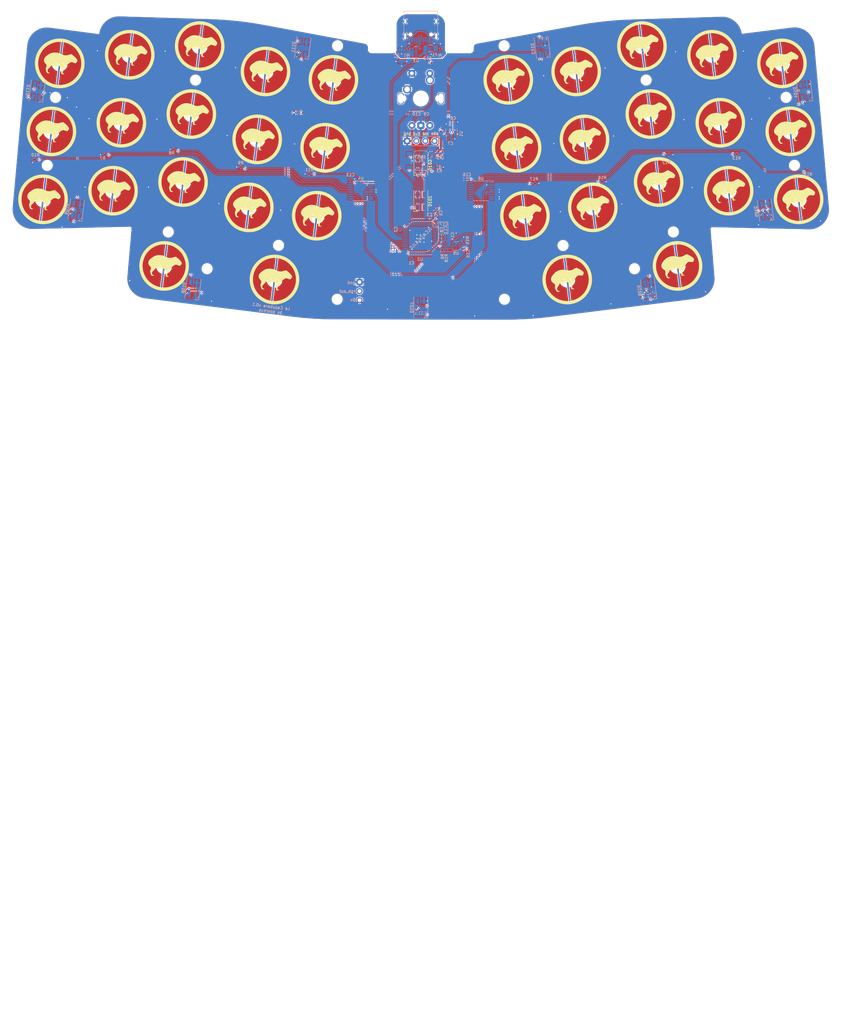
<source format=kicad_pcb>
(kicad_pcb (version 20221018) (generator pcbnew)
  (title_block (title "Le Capybara") (date "2023-07-07") (rev "v0.1") (company "sporkus"))
  (layers (0 "F.Cu" signal) (1 "In1.Cu" signal) (2 "In2.Cu" signal) (31 "B.Cu" signal) (34 "B.Paste" user) (35 "F.Paste" user) (36 "B.SilkS" user "B.Silkscreen") (37 "F.SilkS" user "F.Silkscreen") (38 "B.Mask" user) (39 "F.Mask" user) (44 "Edge.Cuts" user))
  (net 0 "")
  (net 1 "GND")
  (net 2 "+5V")
  (net 3 "+3V3")
  (net 4 "NRST")
  (net 5 "BOOT0")
  (net 7 "COL0")
  (net 8 "RGB")
  (net 16 "SDA")
  (net 17 "SCL")
  (net 30 "ADC")
  (net 31 "EncA")
  (net 32 "EncB")
  (net 33 "VBUS")
  (net 34 "Net-(J1-CC1)")
  (net 36 "D_N")
  (net 37 "D_P")
  (net 38 "Net-(J1-CC2)")
  (net 39 "GNDPWR")
  (net 40 "COL1")
  (net 41 "COL2")
  (net 42 "COL3")
  (net 43 "COL4")
  (net 44 "COL5")
  (net 45 "ROW0")
  (net 46 "COL6")
  (net 47 "COL7")
  (net 48 "COL8")
  (net 49 "COL9")
  (net 50 "ROW1")
  (net 51 "ROW2")
  (net 52 "ROW3")
  (net 53 "APLEX_EN1")
  (net 54 "AMUX_SEL_2")
  (net 55 "AMUX_SEL_1")
  (net 56 "AMUX_SEL_0")
  (net 57 "APLEX_EN0")
  (net 58 "APLEX_OUT")
  (net 59 "KNOB_SW")
  (net 60 "Net-(U5--)")
  (net 61 "Net-(D101-DOUT)")
  (net 62 "Net-(D102-DOUT)")
  (net 63 "Net-(D103-DOUT)")
  (net 64 "Net-(D104-DOUT)")
  (net 65 "Net-(D105-DOUT)")
  (net 66 "Net-(D106-DIN)")
  (net 67 "Net-(D107-DIN)")
  (net 68 "Net-(D108-DIN)")
  (net 69 "Net-(D109-DIN)")
  (net 70 "Net-(D110-DIN)")
  (net 71 "Net-(D111-DIN)")
  (footprint "capacitive_sensors:capy_pad_1U_90deg" (layer "F.Cu") (at 85.063036 69.786655 -97)
    (fp_text reference "SW3")
    (fp_text value "EC_SW" hide)
  )
  (footprint "modified_footrprints:MX-Solderable-1U" (layer "F.Cu") (at 146.639472 84.358057)
    (fp_text reference "SW35")
    (fp_text value "SW_Push")
  )
  (footprint "capacitive_sensors:capy_pad_1U_90deg" (layer "F.Cu") (at 187.406675 134.716049 -83)
    (fp_text reference "SW33")
    (fp_text value "EC_SW" hide)
  )
  (footprint "capacitive_sensors:capy_pad_1U_90deg" (layer "F.Cu") (at 101.069024 95.743273 -97)
    (fp_text reference "SW14")
    (fp_text value "EC_SW" hide)
  )
  (footprint "modified_footrprints:LED_SK6812MINI_PLCC4_3.5x3.5mm_P1.75mm" (layer "F.Cu") (at 146.639472 112.838058 -90)
    (fp_text reference "D101")
    (fp_text value "SK6812MINI")
  )
  (footprint "modified_footrprints:ROT_Alps_EC11E-Switch" (layer "F.Cu") (at 146.639472 84.358057)
    (fp_text reference "SW36" hide)
    (fp_text value "Rotary_Encoder_Switch")
  )
  (footprint "capacitive_sensors:capy_pad_1U_90deg" (layer "F.Cu") (at 208.223448 69.782618 -83)
    (fp_text reference "SW8")
    (fp_text value "EC_SW" hide)
  )
  (footprint "capacitive_sensors:capy_pad_1U_90deg" (layer "F.Cu") (at 210.545057 88.690622 -83)
    (fp_text reference "SW18")
    (fp_text value "EC_SW" hide)
  )
  (footprint "capacitive_sensors:capy_pad_1U_90deg" (layer "F.Cu") (at 218.132182 130.94343 -83)
    (fp_text reference "SW34")
    (fp_text value "EC_SW" hide)
  )
  (footprint "capacitive_sensors:capy_pad_1U_90deg" (layer "F.Cu") (at 175.631062 116.968849 -83)
    (fp_text reference "SW26")
    (fp_text value "EC_SW" hide)
  )
  (footprint "capacitive_sensors:capy_pad_1U_90deg" (layer "F.Cu") (at 65.574627 72.192043 -97)
    (fp_text reference "SW2")
    (fp_text value "EC_SW" hide)
  )
  (footprint "capacitive_sensors:capy_pad_1U_90deg" (layer "F.Cu") (at 251.843482 112.409405 -83)
    (fp_text reference "SW30")
    (fp_text value "EC_SW" hide)
  )
  (footprint "capacitive_sensors:capy_pad_1U_90deg" (layer "F.Cu") (at 227.711851 72.188007 -83)
    (fp_text reference "SW9")
    (fp_text value "EC_SW" hide)
  )
  (footprint "capacitive_sensors:capy_pad_1U_90deg" (layer "F.Cu") (at 189.895844 76.831229 -83)
    (fp_text reference "SW7")
    (fp_text value "EC_SW" hide)
  )
  (footprint "capacitive_sensors:capy_pad_1U_90deg" (layer "F.Cu") (at 41.442998 112.413443 -97)
    (fp_text reference "SW21")
    (fp_text value "EC_SW" hide)
  )
  (footprint "capacitive_sensors:capy_pad_1U_90deg" (layer "F.Cu") (at 43.764614 93.50544 -97)
    (fp_text reference "SW11")
    (fp_text value "EC_SW" hide)
  )
  (footprint "capacitive_sensors:capy_pad_1U_90deg" (layer "F.Cu") (at 46.08622 74.597434 -97)
    (fp_text reference "SW1")
    (fp_text value "EC_SW" hide)
  )
  (footprint "capacitive_sensors:capy_pad_1U_90deg" (layer "F.Cu") (at 98.747413 114.651277 -97)
    (fp_text reference "SW24")
    (fp_text value "EC_SW" hide)
  )
  (footprint "capacitive_sensors:capy_pad_1U_90deg" (layer "F.Cu") (at 173.309451 98.060846 -83)
    (fp_text reference "SW16")
    (fp_text value "EC_SW" hide)
  )
  (footprint "capacitive_sensors:capy_pad_1U_90deg" (layer "F.Cu") (at 119.977031 98.064883 -97)
    (fp_text reference "SW15")
    (fp_text value "EC_SW" hide)
  )
  (footprint "capacitive_sensors:capy_pad_1U_90deg" (layer "F.Cu") (at 80.419814 107.602664 -97)
    (fp_text reference "SW23")
    (fp_text value "EC_SW" hide)
  )
  (footprint "capacitive_sensors:capy_pad_1U_90deg" (layer "F.Cu") (at 117.655418 116.972888 -97)
    (fp_text reference "SW25")
    (fp_text value "EC_SW" hide)
  )
  (footprint "capacitive_sensors:capy_pad_1U_90deg" (layer "F.Cu") (at 60.931407 110.008055 -97)
    (fp_text reference "SW22")
    (fp_text value "EC_SW" hide)
  )
  (footprint "capacitive_sensors:capy_pad_1U_90deg" (layer "F.Cu") (at 103.390635 76.835267 -97)
    (fp_text reference "SW4")
    (fp_text value "EC_SW" hide)
  )
  (footprint "capacitive_sensors:capy_pad_1U_90deg" (layer "F.Cu") (at 82.741424 88.694655 -97)
    (fp_text reference "SW13")
    (fp_text value "EC_SW" hide)
  )
  (footprint "modified_footrprints:LED_SK6812MINI_PLCC4_3.5x3.5mm_P1.75mm" (layer "F.Cu") (at 146.639472 102.808056 -90)
    (fp_text reference "D102")
    (fp_text value "SK6812MINI")
  )
  (footprint "capacitive_sensors:capy_pad_1U_90deg" (layer "F.Cu") (at 75.154298 130.947469 -97)
    (fp_text reference "SW31")
    (fp_text value "EC_SW" hide)
  )
  (footprint "capacitive_sensors:capy_pad_1U_90deg" (layer "F.Cu") (at 247.200262 74.593397 -83)
    (fp_text reference "SW10")
    (fp_text value "EC_SW" hide)
  )
  (footprint "capacitive_sensors:capy_pad_1U_90deg" (layer "F.Cu") (at 63.253018 91.100051 -97)
    (fp_text reference "SW12")
    (fp_text value "EC_SW" hide)
  )
  (footprint "capacitive_sensors:capy_pad_1U_90deg" (layer "F.Cu") (at 212.866667 107.598629 -83)
    (fp_text reference "SW28")
    (fp_text value "EC_SW" hide)
  )
  (footprint "capacitive_sensors:capy_pad_1U_90deg" (layer "F.Cu") (at 192.217456 95.739235 -83)
    (fp_text reference "SW17")
    (fp_text value "EC_SW" hide)
  )
  (footprint "capacitive_sensors:capy_pad_1U_90deg" (layer "F.Cu") (at 122.29864 79.156877 -97)
    (fp_text reference "SW5")
    (fp_text value "EC_SW" hide)
  )
  (footprint "capacitive_sensors:capy_pad_1U_90deg" (layer "F.Cu") (at 249.52187 93.501403 -83)
    (fp_text reference "SW20")
    (fp_text value "EC_SW" hide)
  )
  (footprint "capacitive_sensors:capy_pad_1U_90deg" (layer "F.Cu") (at 230.033463 91.096013 -83)
    (fp_text reference "SW19")
    (fp_text value "EC_SW" hide)
  )
  (footprint "capacitive_sensors:capy_pad_1U_90deg" (layer "F.Cu") (at 170.98784 79.152843 -83)
    (fp_text reference "SW6")
    (fp_text value "EC_SW" hide)
  )
  (footprint "capacitive_sensors:capy_pad_1U_90deg" (layer "F.Cu") (at 194.539067 114.647239 -83)
    (fp_text reference "SW27")
    (fp_text value "EC_SW" hide)
  )
  (footprint "capacitive_sensors:capy_pad_1U_90deg" (layer "F.Cu") (at 232.355076 110.004016 -83)
    (fp_text reference "SW29")
    (fp_text value "EC_SW" hide)
  )
  (footprint "Connector_PinSocket_2.54mm:PinSocket_1x03_P2.54mm_Vertical" (layer "F.Cu") (at 129.562582 135.429022)
    (fp_text reference "J101" hide)
    (fp_text value "Conn_01x03_Female")
  )
  (footprint "capacitive_sensors:capy_pad_1U_90deg" (layer "F.Cu") (at 105.879804 134.720084 -97)
    (fp_text reference "SW32")
    (fp_text value "EC_SW" hide)
  )
  (footprint "Resistor_SMD:R_0402_1005Metric" (layer "B.Cu") (at 234.574728 99.8)
    (fp_text reference "R13")
    (fp_text value "100k")
  )
  (footprint "modified_footrprints:LED_SK6812MINI_PLCC4_3.5x3.5mm_P1.75mm" (layer "B.Cu") (at 113.760416 70.298413 -97)
    (fp_text reference "D111")
    (fp_text value "SK6812MINI")
  )
  (footprint "Capacitor_SMD:C_0603_1608Metric" (layer "B.Cu") (at 150.876791 116.229846 -90)
    (fp_text reference "C5")
    (fp_text value "10uF")
  )
  (footprint "Capacitor_SMD:C_0402_1005Metric" (layer "B.Cu") (at 154.688206 95.739893 180)
    (fp_text reference "C7")
    (fp_text value "1uF")
  )
  (footprint "Capacitor_SMD:C_0402_1005Metric" (layer "B.Cu") (at 152.939804 122.83)
    (fp_text reference "C17")
    (fp_text value "100nF")
  )
  (footprint "Capacitor_SMD:C_0402_1005Metric" (layer "B.Cu") (at 153.479804 124.31 90)
    (fp_text reference "C11")
    (fp_text value "1u")
  )
  (footprint "Package_SO:TSSOP-16_4.4x5mm_P0.65mm" (layer "B.Cu") (at 163.353527 110.051437 180)
    (fp_text reference "U6")
    (fp_text value "74HC4051")
  )
  (footprint "Connector_PinHeader_2.54mm:PinHeader_1x04_P2.54mm_Vertical" (layer "B.Cu") (at 142.829472 96.193059 -90)
    (fp_text reference "J2" hide)
    (fp_text value "OLED I2C")
  )
  (footprint "Capacitor_SMD:C_0402_1005Metric" (layer "B.Cu") (at 140.858206 120.794893 -90)
    (fp_text reference "C2")
    (fp_text value "100nF")
  )
  (footprint "Inductor_SMD:L_1206_3216Metric" (layer "B.Cu") (at 141.3 72.475 -90)
    (fp_text reference "L1")
    (fp_text value "60R@100MHz")
  )
  (footprint "Package_TO_SOT_SMD:SOT-353_SC-70-5" (layer "B.Cu") (at 156.477031 125.391561)
    (fp_text reference "U5")
    (fp_text value "OPA607IDCKR")
  )
  (footprint "Resistor_SMD:R_0402_1005Metric" (layer "B.Cu") (at 151.829979 103.468058)
    (fp_text reference "R3")
    (fp_text value "10k")
  )
  (footprint "Capacitor_SMD:C_0402_1005Metric" (layer "B.Cu") (at 127.075417 106.751437 180)
    (fp_text reference "C13")
    (fp_text value "100n")
  )
  (footprint "Resistor_SMD:R_0402_1005Metric" (layer "B.Cu") (at 158.557031 124.181561 90)
    (fp_text reference "R15")
    (fp_text value "1k")
  )
  (footprint "modified_footrprints:LED_SK6812MINI_PLCC4_3.5x3.5mm_P1.75mm" (layer "B.Cu") (at 242.626663 115.431205 -83)
    (fp_text reference "D105")
    (fp_text value "SK6812MINI")
  )
  (footprint "Capacitor_SMD:C_0402_1005Metric" (layer "B.Cu") (at 145.358206 89.794893)
    (fp_text reference "C10")
    (fp_text value "100nF")
  )
  (footprint "modified_footrprints:LED_SK6812MINI_PLCC4_3.5x3.5mm_P1.75mm" (layer "B.Cu") (at 210.070738 137.414376 -83)
    (fp_text reference "D106")
    (fp_text value "SK6812MINI")
  )
  (footprint "Resistor_SMD:R_0402_1005Metric" (layer "B.Cu") (at 215.724728 100)
    (fp_text reference "R12")
    (fp_text value "100k")
  )
  (footprint "Resistor_SMD:R_0402_1005Metric" (layer "B.Cu") (at 152.464473 99.028058 -90)
    (fp_text reference "R5")
    (fp_text value "4.7k")
  )
  (footprint "Resistor_SMD:R_0402_1005Metric" (layer "B.Cu") (at 153.808206 126.571561 -90)
    (fp_text reference "R18")
    (fp_text value "DNP")
  )
  (footprint "modified_footrprints:LED_SK6812MINI_PLCC4_3.5x3.5mm_P1.75mm" (layer "B.Cu") (at 39.758206 82.267337 -97)
    (fp_text reference "D110")
    (fp_text value "SK6812MINI")
  )
  (footprint "Capacitor_SMD:C_0402_1005Metric" (layer "B.Cu") (at 155.638206 90.894893 180)
    (fp_text reference "C6")
    (fp_text value "1uF")
  )
  (footprint "Capacitor_SMD:C_0402_1005Metric" (layer "B.Cu") (at 152.439804 124.3 90)
    (fp_text reference "C8")
    (fp_text value "100n")
  )
  (footprint "Resistor_SMD:R_0402_1005Metric" (layer "B.Cu") (at 152.608206 126.544893 -90)
    (fp_text reference "R6")
    (fp_text value "100k")
  )
  (footprint "Capacitor_SMD:C_0402_1005Metric" (layer "B.Cu") (at 158.62703 126.541561 90)
    (fp_text reference "C15")
    (fp_text value "100n")
  )
  (footprint "Capacitor_SMD:C_0402_1005Metric" (layer "B.Cu") (at 149.066223 117.7 180)
    (fp_text reference "C3")
    (fp_text value "100nF")
  )
  (footprint "Resistor_SMD:R_0402_1005Metric" (layer "B.Cu") (at 152.1 70.45 -90)
    (fp_text reference "R2")
    (fp_text value "5.1k")
  )
  (footprint "Capacitor_SMD:C_0402_1005Metric" (layer "B.Cu") (at 156.479804 122.95 90)
    (fp_text reference "C14")
    (fp_text value "220pF NP0")
  )
  (footprint "Resistor_SMD:R_0402_1005Metric" (layer "B.Cu") (at 58.554728 99.99 180)
    (fp_text reference "R7")
    (fp_text value "100k")
  )
  (footprint "Package_TO_SOT_SMD:SOT-143" (layer "B.Cu") (at 145.364473 71.478058)
    (fp_text reference "U3")
    (fp_text value "PRTR5V0U2X")
  )
  (footprint "Package_QFP:LQFP-48_7x7mm_P0.5mm" (layer "B.Cu") (at 146.529979 123.313523 180)
    (fp_text reference "U2")
    (fp_text value "STM32F072CBT6")
  )
  (footprint "modified_footrprints:SW_SPST_SKQG_WithoutStem" (layer "B.Cu") (at 146.639472 101.618058 180)
    (fp_text reference "SW37")
    (fp_text value "SKQGABE010")
  )
  (footprint "Fuse:Fuse_1206_3216Metric" (layer "B.Cu") (at 149.35 70.41 180)
    (fp_text reference "F1")
    (fp_text value "ASMD1206-150")
  )
  (footprint "Capacitor_SMD:C_0402_1005Metric" (layer "B.Cu") (at 148.178206 89.794893 180)
    (fp_text reference "C9")
    (fp_text value "100nF")
  )
  (footprint "Package_SO:TSSOP-16_4.4x5mm_P0.65mm" (layer "B.Cu") (at 129.925417 110.051437 180)
    (fp_text reference "U4")
    (fp_text value "74HC4051")
  )
  (footprint "modified_footrprints:LED_SK6812MINI_PLCC4_3.5x3.5mm_P1.75mm" (layer "B.Cu") (at 83.208205 137.258411 -97)
    (fp_text reference "D108")
    (fp_text value "SK6812MINI")
  )
  (footprint "modified_footrprints:LED_SK6812MINI_PLCC4_3.5x3.5mm_P1.75mm" (layer "B.Cu") (at 50.674854 115.362191 -97)
    (fp_text reference "D109")
    (fp_text value "SK6812MINI")
  )
  (footprint "Capacitor_SMD:C_0402_1005Metric" (layer "B.Cu") (at 159.475417 106.801437)
    (fp_text reference "C16")
    (fp_text value "100n")
  )
  (footprint "Resistor_SMD:R_0402_1005Metric" (layer "B.Cu") (at 77.924728 98.49 180)
    (fp_text reference "R8")
    (fp_text value "100k")
  )
  (footprint "modified_footrprints:LED_SK6812MINI_PLCC4_3.5x3.5mm_P1.75mm" (layer "B.Cu") (at 253.520738 82.267337 -83)
    (fp_text reference "D104")
    (fp_text value "SK6812MINI")
  )
  (footprint "modified_footrprints:LED_SK6812MINI_PLCC4_3.5x3.5mm_P1.75mm" (layer "B.Cu") (at 180.449999 70.1 -83)
    (fp_text reference "D103")
    (fp_text value "SK6812MINI")
  )
  (footprint "Resistor_SMD:R_0402_1005Metric" (layer "B.Cu") (at 39.074728 101.361561 180)
    (fp_text reference "R10")
    (fp_text value "100k")
  )
  (footprint "Resistor_SMD:R_0402_1005Metric" (layer "B.Cu") (at 115.564728 105.361561 180)
    (fp_text reference "R11")
    (fp_text value "100k")
  )
  (footprint "Resistor_SMD:R_0402_1005Metric" (layer "B.Cu") (at 254.404728 104.311561)
    (fp_text reference "R14")
    (fp_text value "100k")
  )
  (footprint "Resistor_SMD:R_0402_1005Metric" (layer "B.Cu") (at 197.164728 107.5)
    (fp_text reference "R16")
    (fp_text value "100k")
  )
  (footprint "Resistor_SMD:R_0402_1005Metric" (layer "B.Cu") (at 143.15 70.49 90)
    (fp_text reference "R1")
    (fp_text value "5.1k")
  )
  (footprint "Resistor_SMD:R_0402_1005Metric" (layer "B.Cu") (at 96.51494 103.426497 180)
    (fp_text reference "R9")
    (fp_text value "100k")
  )
  (footprint "Capacitor_SMD:C_0402_1005Metric" (layer "B.Cu") (at 148.464473 72.028058)
    (fp_text reference "C12")
    (fp_text value "100nF")
  )
  (footprint "Package_TO_SOT_SMD:SOT-23" (layer "B.Cu") (at 155.158206 93.357393 90)
    (fp_text reference "U1")
    (fp_text value "XC6206PxxxMR-Regulator_Linear")
  )
  (footprint "modified_footrprints:LED_SK6812MINI_PLCC4_3.5x3.5mm_P1.75mm" (layer "B.Cu") (at 146.639472 142.458058 -90)
    (fp_text reference "D107")
    (fp_text value "SK6812MINI")
  )
  (footprint "Capacitor_SMD:C_0402_1005Metric" (layer "B.Cu") (at 150.859804 119.11 90)
    (fp_text reference "C4")
    (fp_text value "100nF")
  )
  (footprint "Capacitor_SMD:C_0402_1005Metric" (layer "B.Cu") (at 144.008206 128.994893)
    (fp_text reference "C1")
    (fp_text value "100nF")
  )
  (footprint "Connector_USB:USB_C_Receptacle_HRO_TYPE-C-31-M-12" (layer "B.Cu") (at 146.629472 63.953058)
    (fp_text reference "J1" hide)
    (fp_text value "USB_C_Receptacle_USB2.0")
  )
  (footprint "Resistor_SMD:R_0402_1005Metric" (layer "B.Cu") (at 178.433552 108)
    (fp_text reference "R17")
    (fp_text value "100k")
  )
  (footprint "Resistor_SMD:R_0402_1005Metric" (layer "B.Cu") (at 151.464473 99.028058 -90)
    (fp_text reference "R4")
    (fp_text value "4.7k")
  )
  (gr_circle (center 150.029472 119.118057) (end 150.250454 118.945407) (stroke (width 0.1)) (fill none) (layer "B.SilkS"))
  (gr_rect (start 151.579804 118.655) (end 154.249804 122.075) (stroke (width 0.1)) (fill none) (layer "B.SilkS"))
  (gr_line (start 65.576401 120.03114) (end 38.592365 120.663703) (stroke (width 0.05)) (layer "Edge.Cuts"))
  (gr_arc (start 57.142034 66.076505) (mid 59.083685 62.751218) (end 62.730261 61.514279) (stroke (width 0.05)) (layer "Edge.Cuts"))
  (gr_line (start 57.107113 66.278895) (end 57.142034 66.076505) (stroke (width 0.05)) (layer "Edge.Cuts"))
  (gr_arc (start 260.284907 114.778961) (mid 258.823628 119.027223) (end 254.682364 120.768737) (stroke (width 0.05)) (layer "Edge.Cuts"))
  (gr_arc (start 122.889687 145.808311) (mid 116.776243 145.611012) (end 110.686298 145.04032) (stroke (width 0.05)) (layer "Edge.Cuts"))
  (gr_arc (start 236.198907 66.355038) (mid 236.057187 66.318825) (end 235.978021 66.195802) (stroke (width 0.05)) (layer "Edge.Cuts"))
  (gr_circle (center 44.925417 84.051437) (end 46.475417 84.051437) (stroke (width 0.05)) (fill none) (layer "Edge.Cuts"))
  (gr_arc (start 161.364472 70.131211) (mid 161.596206 69.491123) (end 162.183935 69.147643) (stroke (width 0.05)) (layer "Edge.Cuts"))
  (gr_line (start 182.754017 145.118359) (end 223.614545 140.02055) (stroke (width 0.05)) (layer "Edge.Cuts"))
  (gr_line (start 103.059648 63.920665) (end 131.077471 69.135979) (stroke (width 0.05)) (layer "Edge.Cuts"))
  (gr_arc (start 150.360018 60.922519) (mid 152.48423 61.799612) (end 153.364472 63.922515) (stroke (width 0.05)) (layer "Edge.Cuts"))
  (gr_circle (center 123.338206 140.220084) (end 124.888206 140.220084) (stroke (width 0.05)) (fill none) (layer "Edge.Cuts"))
  (gr_line (start 139.894472 70.768058) (end 139.894472 63.933607) (stroke (width 0.05)) (layer "Edge.Cuts"))
  (gr_arc (start 65.576401 120.03114) (mid 65.952627 120.188776) (end 66.08625 120.574195) (stroke (width 0.05)) (layer "Edge.Cuts"))
  (gr_arc (start 182.754017 145.118359) (mid 176.49235 145.700303) (end 170.206486 145.887515) (stroke (width 0.05)) (layer "Edge.Cuts"))
  (gr_line (start 138.894472 71.768057) (end 132.894473 71.768057) (stroke (width 0.05)) (layer "Edge.Cuts"))
  (gr_line (start 256.233027 69.589783) (end 260.284907 114.778961) (stroke (width 0.05)) (layer "Edge.Cuts"))
  (gr_circle (center 83.902227 79.240652) (end 85.452227 79.240652) (stroke (width 0.05)) (fill none) (layer "Edge.Cuts"))
  (gr_circle (center 206.14914 131.720084) (end 207.653098 131.345105) (stroke (width 0.05)) (fill none) (layer "Edge.Cuts"))
  (gr_circle (center 123.459443 69.702874) (end 125.009443 69.702874) (stroke (width 0.05)) (fill none) (layer "Edge.Cuts"))
  (gr_line (start 170.206486 145.887515) (end 122.889687 145.808311) (stroke (width 0.05)) (layer "Edge.Cuts"))
  (gr_line (start 235.978021 66.195802) (end 235.946656 66.038978) (stroke (width 0.05)) (layer "Edge.Cuts"))
  (gr_circle (center 169.940738 140.220084) (end 171.444696 139.845105) (stroke (width 0.05)) (fill none) (layer "Edge.Cuts"))
  (gr_arc (start 250.073834 64.623312) (mid 254.207322 65.799529) (end 256.233027 69.589783) (stroke (width 0.05)) (layer "Edge.Cuts"))
  (gr_circle (center 248.361067 84.0474) (end 249.865025 83.672421) (stroke (width 0.05)) (fill none) (layer "Edge.Cuts"))
  (gr_line (start 110.686298 145.04032) (end 69.721126 139.93338) (stroke (width 0.05)) (layer "Edge.Cuts"))
  (gr_circle (center 87.129804 131.720084) (end 88.679804 131.720084) (stroke (width 0.05)) (fill none) (layer "Edge.Cuts"))
  (gr_arc (start 69.721126 139.93338) (mid 66.12539 137.934564) (end 64.92208 134.000514) (stroke (width 0.05)) (layer "Edge.Cuts"))
  (gr_line (start 131.894472 70.768057) (end 131.894472 70.119092) (stroke (width 0.05)) (layer "Edge.Cuts"))
  (gr_arc (start 154.364472 71.778058) (mid 153.65735 71.48518) (end 153.364473 70.778058) (stroke (width 0.05)) (layer "Edge.Cuts"))
  (gr_arc (start 38.592365 120.663703) (mid 34.447916 118.923576) (end 32.985525 114.673171) (stroke (width 0.05)) (layer "Edge.Cuts"))
  (gr_arc (start 161.364473 70.778057) (mid 161.071593 71.485183) (end 160.364472 71.778058) (stroke (width 0.05)) (layer "Edge.Cuts"))
  (gr_line (start 227.829317 120.160622) (end 254.682364 120.768737) (stroke (width 0.05)) (layer "Edge.Cuts"))
  (gr_arc (start 227.319657 120.7012) (mid 227.45416 120.317465) (end 227.829317 120.160622) (stroke (width 0.05)) (layer "Edge.Cuts"))
  (gr_arc (start 131.077471 69.135979) (mid 131.663543 69.479952) (end 131.894472 70.119092) (stroke (width 0.05)) (layer "Edge.Cuts"))
  (gr_line (start 64.92208 134.000514) (end 66.08625 120.574195) (stroke (width 0.05)) (layer "Edge.Cuts"))
  (gr_line (start 162.183935 69.147643) (end 190.291255 63.988456) (stroke (width 0.05)) (layer "Edge.Cuts"))
  (gr_circle (center 169.827041 69.698837) (end 171.330999 69.323858) (stroke (width 0.05)) (fill none) (layer "Edge.Cuts"))
  (gr_line (start 37.032213 69.62106) (end 32.985525 114.673171) (stroke (width 0.05)) (layer "Edge.Cuts"))
  (gr_line (start 228.41538 134.115077) (end 227.319657 120.7012) (stroke (width 0.05)) (layer "Edge.Cuts"))
  (gr_line (start 160.364472 71.778058) (end 154.364473 71.778058) (stroke (width 0.05)) (layer "Edge.Cuts"))
  (gr_line (start 250.073834 64.623312) (end 236.198907 66.355038) (stroke (width 0.05)) (layer "Edge.Cuts"))
  (gr_arc (start 230.385399 61.620184) (mid 233.975019 62.811435) (end 235.946656 66.038978) (stroke (width 0.05)) (layer "Edge.Cuts"))
  (gr_arc (start 87.84363 62.283195) (mid 95.483009 62.810428) (end 103.059648 63.920665) (stroke (width 0.05)) (layer "Edge.Cuts"))
  (gr_arc (start 57.107113 66.278895) (mid 57.028668 66.405871) (end 56.884131 66.443204) (stroke (width 0.05)) (layer "Edge.Cuts"))
  (gr_line (start 43.222243 64.659395) (end 56.884131 66.443204) (stroke (width 0.05)) (layer "Edge.Cuts"))
  (gr_circle (center 186.245877 125.262044) (end 187.749835 124.887065) (stroke (width 0.05)) (fill none) (layer "Edge.Cuts"))
  (gr_circle (center 250.682683 102.955403) (end 252.186641 102.580424) (stroke (width 0.05)) (fill none) (layer "Edge.Cuts"))
  (gr_circle (center 107.021278 125.224875) (end 108.571278 125.224875) (stroke (width 0.05)) (fill none) (layer "Edge.Cuts"))
  (gr_arc (start 228.41538 134.115077) (mid 227.201345 138.032276) (end 223.614545 140.02055) (stroke (width 0.05)) (layer "Edge.Cuts"))
  (gr_arc (start 190.291255 63.988456) (mid 197.774866 62.903177) (end 205.31909 62.386492) (stroke (width 0.05)) (layer "Edge.Cuts"))
  (gr_arc (start 37.032213 69.62106) (mid 39.070259 65.821583) (end 43.222243 64.659395) (stroke (width 0.05)) (layer "Edge.Cuts"))
  (gr_circle (center 42.603801 102.95944) (end 44.153801 102.95944) (stroke (width 0.05)) (fill none) (layer "Edge.Cuts"))
  (gr_circle (center 76.315101 121.493466) (end 77.865101 121.493466) (stroke (width 0.05)) (fill none) (layer "Edge.Cuts"))
  (gr_line (start 230.385399 61.620184) (end 205.31909 62.386492) (stroke (width 0.05)) (layer "Edge.Cuts"))
  (gr_line (start 161.364473 70.778057) (end 161.364472 70.131211) (stroke (width 0.05)) (layer "Edge.Cuts"))
  (gr_arc (start 139.894472 70.768058) (mid 139.601592 71.475182) (end 138.894472 71.768057) (stroke (width 0.05)) (layer "Edge.Cuts"))
  (gr_circle (center 216.971383 121.489429) (end 218.475341 121.11445) (stroke (width 0.05)) (fill none) (layer "Edge.Cuts"))
  (gr_arc (start 132.894473 71.768057) (mid 132.187364 71.475158) (end 131.894472 70.768057) (stroke (width 0.05)) (layer "Edge.Cuts"))
  (gr_line (start 142.890018 60.933607) (end 150.360018 60.922519) (stroke (width 0.05)) (layer "Edge.Cuts"))
  (gr_line (start 62.730261 61.514279) (end 87.84363 62.283195) (stroke (width 0.05)) (layer "Edge.Cuts"))
  (gr_line (start 153.364473 70.778058) (end 153.364472 63.922515) (stroke (width 0.05)) (layer "Edge.Cuts"))
  (gr_arc (start 139.894472 63.933607) (mid 140.771573 61.813847) (end 142.890018 60.933607) (stroke (width 0.05)) (layer "Edge.Cuts"))
  (gr_circle (center 209.384257 79.236615) (end 210.888215 78.861636) (stroke (width 0.05)) (fill none) (layer "Edge.Cuts"))
  (gr_text "scl" (at 147.97258 94.093059) (layer "B.SilkS") (effects (font (size 0.8 0.8) (thickness 0.15) bold) (justify mirror)))
  (gr_text "sda" (at 150.539472 94.083057) (layer "B.SilkS") (effects (font (size 0.8 0.8) (thickness 0.15) bold) (justify mirror)))
  (gr_text "rgb_out" (at 128.504804 138.45) (layer "B.SilkS") (effects (font (size 0.8 0.8) (thickness 0.15) bold) (justify left bottom mirror)))
  (gr_text "3v3" (at 145.43258 94.243059) (layer "B.SilkS") (effects (font (size 0.8 0.8) (thickness 0.15) bold) (justify mirror)))
  (gr_text "Le Capybara v0.1\nby sporkus\n" (at 104.839472 142.899997 -7) (layer "B.SilkS") (effects (font (size 0.8 0.8) (thickness 0.15) bold) (justify mirror)))
  (gr_text "DFU" (at 148.3 106.224998) (layer "B.SilkS") (effects (font (size 1 1)) (justify left bottom mirror)))
  (gr_text "JLCJLCJLCJLC" (at 146.639473 123.26174 45) (layer "B.SilkS") (effects (font (size 0.8 0.8) (thickness 0.15) bold) (justify mirror)))
  (gr_text "5v" (at 128.504804 140.8375) (layer "B.SilkS") (effects (font (size 0.8 0.8) (thickness 0.15) bold) (justify left bottom mirror)))
  (gr_text "gnd" (at 142.89258 94.09306) (layer "B.SilkS") (effects (font (size 0.8 0.8) (thickness 0.15) bold) (justify mirror)))
  (gr_text "\n" (at 150.503786 94.078057) (layer "B.SilkS") (effects (font (size 0.8 0.8) (thickness 0.15) bold) (justify mirror)))
  (gr_text "gnd" (at 128.504804 136.0625) (layer "B.SilkS") (effects (font (size 0.8 0.8) (thickness 0.15) bold) (justify left bottom mirror)))
  (gr_text "sda" (at 150.550698 94.075) (layer "F.SilkS") (effects (font (size 0.8 0.8) (thickness 0.15) bold)))
  (gr_text "3v3" (at 145.425 94.25) (layer "F.SilkS") (effects (font (size 0.8 0.8) (thickness 0.15) bold)))
  (gr_text "scl" (at 147.975 94.125) (layer "F.SilkS") (effects (font (size 0.8 0.8) (thickness 0.15) bold)))
  (gr_text "gnd" (at 142.9 94.090003) (layer "F.SilkS") (effects (font (size 0.8 0.8) (thickness 0.15) bold)))
  (segment (start 144.941831 101.058057) (end 145.764472 101.058057) (width 0.2) (layer "F.Cu") (net 1))
  (segment (start 144.279804 101.720084) (end 144.941831 101.058057) (width 0.2) (layer "F.Cu") (net 1))
  (via (at 48.208206 84.094893) (size 0.6) (drill 0.3) (layers "F.Cu" "B.Cu") (net 1))
  (via (at 73.131565 90.104557) (size 0.6) (drill 0.3) (layers "F.Cu" "B.Cu") (net 1))
  (via (at 148.629804 100.99) (size 0.6) (drill 0.3) (layers "F.Cu" "B.Cu") (net 1))
  (via (at 161.649804 144.84) (size 0.6) (drill 0.3) (layers "F.Cu" "B.Cu") (net 1))
  (via (at 183.684279 96.898936) (size 0.6) (drill 0.3) (layers "F.Cu" "B.Cu") (net 1))
  (via (at 56.580917 71.045477) (size 0.6) (drill 0.3) (layers "F.Cu" "B.Cu") (net 1))
  (via (at 216.844728 100.02) (size 0.6) (drill 0.3) (layers "F.Cu" "B.Cu") (net 1))
  (via (at 156.108206 93.144893) (size 0.6) (drill 0.3) (layers "F.Cu" "B.Cu") (net 1))
  (via (at 164.979804 108.420084) (size 0.6) (drill 0.3) (layers "F.Cu" "B.Cu") (net 1))
  (via (at 95.04208 75.767914) (size 0.6) (drill 0.3) (layers "F.Cu" "B.Cu") (net 1))
  (via (at 147.529979 122.313523) (size 0.6) (drill 0.3) (layers "F.Cu" "B.Cu") (net 1))
  (via (at 76.844728 98.500001) (size 0.6) (drill 0.3) (layers "F.Cu" "B.Cu") (net 1))
  (via (at 134.179804 109.720084) (size 0.6) (drill 0.3) (layers "F.Cu" "B.Cu") (net 1))
  (via (at 240.825784 108.924777) (size 0.6) (drill 0.3) (layers "F.Cu" "B.Cu") (net 1))
  (via (at 179.533552 107.989999) (size 0.6) (drill 0.3) (layers "F.Cu" "B.Cu") (net 1))
  (via (at 53.178377 109.013822) (size 0.6) (drill 0.3) (layers "F.Cu" "B.Cu") (net 1))
  (via (at 168.479804 112.320084) (size 0.6) (drill 0.3) (layers "F.Cu" "B.Cu") (net 1))
  (via (at 156.479804 121.825) (size 0.6) (drill 0.3) (layers "F.Cu" "B.Cu") (net 1))
  (via (at 142.7 74.05) (size 0.6) (drill 0.3) (layers "F.Cu" "B.Cu") (net 1))
  (via (at 128.225417 106.751437) (size 0.6) (drill 0.3) (layers "F.Cu" "B.Cu") (net 1))
  (via (at 225.919804 138.1) (size 0.6) (drill 0.3) (layers "F.Cu" "B.Cu") (net 1))
  (via (at 147.529979 123.313523) (size 0.6) (drill 0.3) (layers "F.Cu" "B.Cu") (net 1))
  (via (at 156.108206 95.594893) (size 0.6) (drill 0.3) (layers "F.Cu" "B.Cu") (net 1))
  (via (at 50.808206 86.744893) (size 0.6) (drill 0.3) (layers "F.Cu" "B.Cu") (net 1))
  (via (at 92.720469 94.675918) (size 0.6) (drill 0.3) (layers "F.Cu" "B.Cu") (net 1))
  (via (at 148.789363 120.210151) (size 0.6) (drill 0.3) (layers "F.Cu" "B.Cu") (net 1))
  (via (at 70.809954 109.01256) (size 0.6) (drill 0.3) (layers "F.Cu" "B.Cu") (net 1))
  (via (at 156.898206 94.294894) (size 0.6) (drill 0.3) (layers "F.Cu" "B.Cu") (net 1))
  (via (at 217.570627 71.328631) (size 0.6) (drill 0.3) (layers "F.Cu" "B.Cu") (net 1))
  (via (at 153.719804 91.46) (size 0.6) (drill 0.3) (layers "F.Cu" "B.Cu") (net 1))
  (via (at 236.442886 71.177555) (size 0.6) (drill 0.3) (layers "F.Cu" "B.Cu") (net 1))
  (via (at 144.279804 101.720084) (size 0.6) (drill 0.3) (layers "F.Cu" "B.Cu") (net 1))
  (via (at 114.424728 105.361561) (size 0.6) (drill 0.3) (layers "F.Cu" "B.Cu") (net 1))
  (via (at 146.529979 123.313523) (size 0.6) (drill 0.3) (layers "F.Cu" "B.Cu") (net 1))
  (via (at 158.567031 122.931561) (size 0.6) (drill 0.3) (layers "F.Cu" "B.Cu") (net 1))
  (via (at 152.904978 103.468058) (size 0.6) (drill 0.3) (layers "F.Cu" "B.Cu") (net 1))
  (via (at 254.958206 80.344894) (size 0.6) (drill 0.3) (layers "F.Cu" "B.Cu") (net 1))
  (via (at 46.719804 120.11) (size 0.6) (drill 0.3) (layers "F.Cu" "B.Cu") (net 1))
  (via (at 38.564728 102.161561) (size 0.6) (drill 0.3) (layers "F.Cu" "B.Cu") (net 1))
  (via (at 243.708206 84.294893) (size 0.6) (drill 0.3) (layers "F.Cu" "B.Cu") (net 1))
  (via (at 148.458206 140.694893) (size 0.6) (drill 0.3) (layers "F.Cu" "B.Cu") (net 1))
  (via (at 156.908206 90.894893) (size 0.6) (drill 0.3) (layers "F.Cu" "B.Cu") (net 1))
  (via (at 202.624945 113.716001) (size 0.6) (drill 0.3) (layers "F.Cu" "B.Cu") (net 1))
  (via (at 219.892238 90.236636) (size 0.6) (drill 0.3) (layers "F.Cu" "B.Cu") (net 1))
  (via (at 131.740527 112.320084) (size 0.6) (drill 0.3) (layers "F.Cu" "B.Cu") (net 1))
  (via (at 180.860301 78.002239) (size 0.6) (drill 0.3) (layers "F.Cu" "B.Cu") (net 1))
  (via (at 200.303334 94.807997) (size 0.6) (drill 0.3) (layers "F.Cu" "B.Cu") (net 1))
  (via (at 54.259306 89.953481) (size 0.6) (drill 0.3) (layers "F.Cu" "B.Cu") (net 1))
  (via (at 137.339804 142.98) (size 0.6) (drill 0.3) (layers "F.Cu" "B.Cu") (net 1))
  (via (at 222.213849 109.14464) (size 0.6) (drill 0.3) (layers "F.Cu" "B.Cu") (net 1))
  (via (at 90.398858 113.583922) (size 0.6) (drill 0.3) (layers "F.Cu" "B.Cu") (net 1))
  (via (at 240.669804 119.49) (size 0.6) (drill 0.3) (layers "F.Cu" "B.Cu") (net 1))
  (via (at 238.764497 90.08556) (size 0.6) (drill 0.3) (layers "F.Cu" "B.Cu") (net 1))
  (via (at 131.679804 108.420084) (size 0.6) (drill 0.3) (layers "F.Cu" "B.Cu") (net 1))
  (via (at 146.529979 124.313523) (size 0.6) (drill 0.3) (layers "F.Cu" "B.Cu") (net 1))
  (via (at 143.589472 121.058057) (size 0.6) (drill 0.3) (layers "F.Cu" "B.Cu") (net 1))
  (via (at 151.108206 117.9) (size 0.6) (drill 0.3) (layers "F.Cu" "B.Cu") (net 1))
  (via (at 257.949804 118.44) (size 0.6) (drill 0.3) (layers "F.Cu" "B.Cu") (net 1))
  (via (at 168.479804 111.720084) (size 0.6) (drill 0.3) (layers "F.Cu" "B.Cu") (net 1))
  (via (at 177.919804 144.75) (size 0.6) (drill 0.3) (layers "F.Cu" "B.Cu") (net 1))
  (via (at 139.709472 74.05) (size 0.6) (drill 0.3) (layers "F.Cu" "B.Cu") (net 1))
  (via (at 149.64379 124.063189) (size 0.6) (drill 0.3) (layers "F.Cu" "B.Cu") (net 1))
  (via (at 43.429804 82.73) (size 0.6) (drill 0.3) (layers "F.Cu" "B.Cu") (net 1))
  (via (at 107.559804 115.44) (size 0.6) (drill 0.3) (layers "F.Cu" "B.Cu") (net 1))
  (via (at 185.503523 115.818247) (size 0.6) (drill 0.3) (layers "F.Cu" "B.Cu") (net 1))
  (via (at 145.529979 122.313524) (size 0.6) (drill 0.3) (layers "F.Cu" "B.Cu") (net 1))
  (via (at 210.858206 136.744894) (size 0.6) (drill 0.3) (layers "F.Cu" "B.Cu") (net 1))
  (via (at 145.529979 123.313523) (size 0.6) (drill 0.3) (layers "F.Cu" "B.Cu") (net 1))
  (via (at 181.258206 69.594893) (size 0.6) (drill 0.3) (layers "F.Cu" "B.Cu") (net 1))
  (via (at 134.179804 110.420084) (size 0.6) (drill 0.3) (layers "F.Cu" "B.Cu") (net 1))
  (via (at 75.453176 71.196553) (size 0.6) (drill 0.3) (layers "F.Cu" "B.Cu") (net 1))
  (via (at 57.444728 99.99) (size 0.6) (drill 0.3) (layers "F.Cu" "B.Cu") (net 1))
  (via (at 168.479804 109.720084) (size 0.6) (drill 0.3) (layers "F.Cu" "B.Cu") (net 1))
  (via (at 147.529979 124.313525) (size 0.6) (drill 0.3) (layers "F.Cu" "B.Cu") (net 1))
  (via (at 65.569804 135.01) (size 0.6) (drill 0.3) (layers "F.Cu" "B.Cu") (net 1))
  (via (at 88.349804 140.75) (size 0.6) (drill 0.3) (layers "F.Cu" "B.Cu") (net 1))
  (via (at 95.374939 103.416497) (size 0.6) (drill 0.3) (layers "F.Cu" "B.Cu") (net 1))
  (via (at 198.254728 107.52) (size 0.6) (drill 0.3) (layers "F.Cu" "B.Cu") (net 1))
  (via (at 111.499804 97) (size 0.6) (drill 0.3) (layers "F.Cu" "B.Cu") (net 1))
  (via (at 199.549804 141.48) (size 0.6) (drill 0.3) (layers "F.Cu" "B.Cu") (net 1))
  (via (at 197.981723 75.899993) (size 0.6) (drill 0.3) (layers "F.Cu" "B.Cu") (net 1))
  (via (at 141.299472 75.338057) (size 0.6) (drill 0.3) (layers "F.Cu" "B.Cu") (net 1))
  (via (at 145.529979 124.313523) (size 0.6) (drill 0.3) (layers "F.Cu" "B.Cu") (net 1))
  (via (at 131.740527 111.720084) (size 0.6) (drill 0.3) (layers "F.Cu" "B.Cu") (net 1))
  (via (at 144.145018 126.317611) (size 0.6) (drill 0.3) (layers "F.Cu" "B.Cu") (net 1))
  (via (at 146.529979 122.313523) (size 0.6) (drill 0.3) (layers "F.Cu" "B.Cu") (net 1))
  (via (at 168.479804 110.420084) (size 0.6) (drill 0.3) (layers "F.Cu" "B.Cu") (net 1))
  (segment (start 150.876791 117.668585) (end 151.108206 117.9) (width 0.2) (layer "B.Cu") (net 1))
  (segment (start 197.674729 107.5) (end 198.254728 107.52) (width 0.2) (layer "B.Cu") (net 1))
  (segment (start 156.108206 94.294893) (end 156.898206 94.294894) (width 0.2) (layer "B.Cu") (net 1))
  (segment (start 144.279979 126.452572) (end 144.145018 126.317611) (width 0.2) (layer "B.Cu") (net 1))
  (segment (start 166.216027 111.676437) (end 168.436157 111.676437) (width 0.2) (layer "B.Cu") (net 1))
  (segment (start 146.708206 91.789323) (end 146.639472 91.858057) (width 0.2) (layer "B.Cu") (net 1))
  (segment (start 132.787917 109.726437) (end 134.173451 109.726437) (width 0.2) (layer "B.Cu") (net 1))
  (segment (start 156.479804 122.47) (end 156.479804 121.825) (width 0.3) (layer "B.Cu") (net 1))
  (segment (start 156.108206 94.294893) (end 156.108206 95.594893) (width 0.2) (layer "B.Cu") (net 1))
  (segment (start 145.838206 89.794893) (end 146.708206 89.794893) (width 0.2) (layer "B.Cu") (net 1))
  (segment (start 168.473451 109.726437) (end 168.479804 109.720084) (width 0.2) (layer "B.Cu") (net 1))
  (segment (start 132.787917 112.326437) (end 131.74688 112.326437) (width 0.2) (layer "B.Cu") (net 1))
  (segment (start 168.473451 112.326437) (end 168.479804 112.320084) (width 0.2) (layer "B.Cu") (net 1))
  (segment (start 134.136157 110.376437) (end 134.179804 110.420084) (width 0.2) (layer "B.Cu") (net 1))
  (segment (start 141.069576 121.063523) (end 142.367479 121.063523) (width 0.2) (layer "B.Cu") (net 1))
  (segment (start 77.414727 98.490001) (end 76.854728 98.490001) (width 0.2) (layer "B.Cu") (net 1))
  (segment (start 216.474016 100) (end 216.454016 99.98) (width 0.2) (layer "B.Cu") (net 1))
  (segment (start 141.299998 74.05) (end 141.3 75.337529) (width 0.3) (layer "B.Cu") (net 1))
  (segment (start 58.074728 99.99) (end 57.444728 100) (width 0.2) (layer "B.Cu") (net 1))
  (segment (start 147.514472 140.708058) (end 148.445041 140.708058) (width 0.2) (layer "B.Cu") (net 1))
  (segment (start 115.054728 105.361561) (end 114.424728 105.361561) (width 0.2) (layer "B.Cu") (net 1))
  (segment (start 38.564728 101.361562) (end 38.564728 102.161561) (width 0.2) (layer "B.Cu") (net 1))
  (segment (start 164.986157 108.426437) (end 164.979804 108.420084) (width 0.2) (layer "B.Cu") (net 1))
  (segment (start 141.299998 74.05) (end 142.7 74.05) (width 0.3) (layer "B.Cu") (net 1))
  (segment (start 179.124728 108) (end 179.523551 108) (width 0.15) (layer "B.Cu") (net 1))
  (segment (start 148.779979 117.893756) (end 148.586223 117.699998) (width 0.2) (layer "B.Cu") (net 1))
  (segment (start 166.216027 108.426437) (end 164.986157 108.426437) (width 0.2) (layer "B.Cu") (net 1))
  (segment (start 150.692479 124.063523) (end 149.644124 124.063523) (width 0.2) (layer "B.Cu") (net 1))
  (segment (start 155.963206 95.739893) (end 156.108206 95.594893) (width 0.2) (layer "B.Cu") (net 1))
  (segment (start 142.367479 121.063523) (end 143.589472 121.058057) (width 0.2) (layer "B.Cu") (net 1))
  (segment (start 179.523551 108) (end 179.533552 107.989999) (width 0.15) (layer "B.Cu") (net 1))
  (segment (start 168.436157 110.376437) (end 168.479804 110.420084) (width 0.2) (layer "B.Cu") (net 1))
  (segment (start 150.876791 118.131415) (end 150.876791 118.618629) (width 0.2) (layer "B.Cu") (net 1))
  (segment (start 148.779979 120.200767) (end 148.789363 120.210151) (width 0.2) (layer "B.Cu") (net 1))
  (segment (start 140.858206 121.274893) (end 141.069576 121.063523) (width 0.2) (layer "B.Cu") (net 1))
  (segment (start 96.00494 103.426497) (end 95.374939 103.416497) (width 0.2) (layer "B.Cu") (net 1))
  (segment (start 144.279979 127.476023) (end 144.279979 126.452572) (width 0.2) (layer "B.Cu") (net 1))
  (segment (start 152.439804 123.82) (end 152.196281 124.063523) (width 0.2) (layer "B.Cu") (net 1))
  (segment (start 254.175946 80.423746) (end 254.879353 80.423746) (width 0.2) (layer "B.Cu") (net 1))
  (segment (start 152.196281 124.063523) (end 150.692479 124.063523) (width 0.2) (layer "B.Cu") (net 1))
  (segment (start 216.824728 100) (end 216.234728 100) (width 0.2) (layer "B.Cu") (net 1))
  (segment (start 153.479804 122.89) (end 153.419804 122.83) (width 0.2) (layer "B.Cu") (net 1))
  (segment (start 132.787917 111.676437) (end 131.784174 111.676437) (width 0.2) (layer "B.Cu") (net 1))
  (segment (start 152.314979 103.468058) (end 152.904978 103.468058) (width 0.2) (layer "B.Cu") (net 1))
  (segment (start 132.787917 110.376437) (end 134.136157 110.376437) (width 0.2) (layer "B.Cu") (net 1))
  (segment (start 148.445041 140.708058) (end 148.458206 140.694893) (width 0.2) (layer "B.Cu") (net 1))
  (segment (start 210.725945 135.570783) (end 210.725945 136.612632) (width 0.2) (layer "B.Cu") (net 1))
  (segment (start 149.644124 124.063523) (end 149.64379 124.063189) (width 0.2) (layer "B.Cu") (net 1))
  (segment (start 181.105207 69.441893) (end 181.258206 69.594893) (width 0.2) (layer "B.Cu") (net 1))
  (segment (start 146.708206 89.794893) (end 147.698206 89.794893) (width 0.2) (layer "B.Cu") (net 1))
  (segment (start 168.436157 111.676437) (end 168.479804 111.720084) (width 0.2) (layer "B.Cu") (net 1))
  (segment (start 153.479804 123.83) (end 152.449804 123.83) (width 0.2) (layer "B.Cu") (net 1))
  (segment (start 76.854728 98.490001) (end 76.844728 98.500001) (width 0.2) (layer "B.Cu") (net 1))
  (segment (start 166.216027 112.326437) (end 168.473451 112.326437) (width 0.2) (layer "B.Cu") (net 1))
  (segment (start 131.784174 111.676437) (end 131.740527 111.720084) (width 0.2) (layer "B.Cu") (net 1))
  (segment (start 139.709472 74.05) (end 141.299998 74.05) (width 0.3) (layer "B.Cu") (net 1))
  (segment (start 146.708206 89.794893) (end 146.708206 91.789323) (width 0.2) (layer "B.Cu") (net 1))
  (segment (start 155.168206 95.739893) (end 155.963206 95.739893) (width 0.2) (layer "B.Cu") (net 1))
  (segment (start 144.279979 127.476023) (end 144.279979 128.786666) (width 0.2) (layer "B.Cu") (net 1))
  (segment (start 132.787917 108.426437) (end 131.686157 108.426437) (width 0.2) (layer "B.Cu") (net 1))
  (segment (start 254.879353 80.423746) (end 254.958206 80.344894) (width 0.2) (layer "B.Cu") (net 1))
  (segment (start 166.216027 109.726437) (end 168.473451 109.726437) (width 0.2) (layer "B.Cu") (net 1))
  (segment (start 132.787916 112.326437) (end 132.787917 111.676437) (width 0.2) (layer "B.Cu") (net 1))
  (segment (start 150.876791 117.004846) (end 150.876791 117.668585) (width 0.2) (layer "B.Cu") (net 1))
  (segment (start 131.74688 112.326437) (end 131.740527 112.320084) (width 0.2) (layer "B.Cu") (net 1))
  (segment (start 131.686157 108.426437) (end 131.679804 108.420084) (width 0.2) (layer "B.Cu") (net 1))
  (segment (start 141.3 75.337529) (end 141.299472 75.338057) (width 0.3) (layer "B.Cu") (net 1))
  (segment (start 144.279979 128.786666) (end 144.488206 128.994893) (width 0.2) (layer "B.Cu") (net 1))
  (segment (start 148.779979 119.151023) (end 148.779979 117.893756) (width 0.2) (layer "B.Cu") (net 1))
  (segment (start 148.779979 119.151023) (end 148.779979 120.200767) (width 0.2) (layer "B.Cu") (net 1))
  (segment (start 151.108206 117.9) (end 150.876791 118.131415) (width 0.2) (layer "B.Cu") (net 1))
  (segment (start 134.173451 109.726437) (end 134.179804 109.720084) (width 0.2) (layer "B.Cu") (net 1))
  (segment (start 156.108206 94.294893) (end 156.108206 93.144893) (width 0.2) (layer "B.Cu") (net 1))
  (segment (start 152.449804 123.83) (end 152.439804 123.82) (width 0.2) (layer "B.Cu") (net 1))
  (segment (start 181.105206 68.256409) (end 181.105207 69.441893) (width 0.2) (layer "B.Cu") (net 1))
  (segment (start 166.216027 110.376437) (end 168.436157 110.376437) (width 0.2) (layer "B.Cu") (net 1))
  (segment (start 158.557031 123.671561) (end 158.557031 122.941561) (width 0.3) (layer "B.Cu") (net 1))
  (segment (start 156.118206 90.894893) (end 156.908206 90.894893) (width 0.2) (layer "B.Cu") (net 1))
  (segment (start 153.479804 123.83) (end 153.479804 122.89) (width 0.2) (layer "B.Cu") (net 1))
  (segment (start 127.555417 106.751437) (end 128.225417 106.751437) (width 0.15) (layer "B.Cu") (net 1))
  (segment (start 210.725945 136.612632) (end 210.858206 136.744894) (width 0.2) (layer "B.Cu") (net 1))
  (segment (start 145.758206 142.944893) (end 146.008206 143.194893) (width 0.6) (layer "F.Cu") (net 2))
  (segment (start 209.458206 137.794893) (end 210.274697 137.794893) (width 0.6) (layer "F.Cu") (net 2))
  (segment (start 36.279804 89.548511) (end 36.279804 104.891657) (width 0.6) (layer "F.Cu") (net 2))
  (segment (start 129.912666 140.859106) (end 129.562582 140.509022) (width 0.6) (layer "F.Cu") (net 2))
  (segment (start 109.199804 109.84) (end 109.209804 109.85) (width 0.6) (layer "F.Cu") (net 2))
  (segment (start 147.558206 104.514323) (end 147.514472 104.558057) (width 0.6) (layer "F.Cu") (net 2))
  (segment (start 111.309804 73.778063) (end 111.309804 88.891573) (width 0.6) (layer "F.Cu") (net 2))
  (segment (start 104.607292 142.281023) (end 105.270483 142.944214) (width 0.6) (layer "F.Cu") (net 2))
  (segment (start 143.429779 141.444893) (end 131.32688 141.444893) (width 0.6) (layer "F.Cu") (net 2))
  (segment (start 154.57242 79.509108) (end 151.783206 76.719893) (width 0.6) (layer "F.Cu") (net 2))
  (segment (start 45.604613 119.344893) (end 66.504613 119.344893) (width 0.6) (layer "F.Cu") (net 2))
  (segment (start 67.465591 137.005871) (end 69.094018 138.634298) (width 0.6) (layer "F.Cu") (net 2))
  (segment (start 246.381363 119.501559) (end 242.524697 115.644893) (width 0.6) (layer "F.Cu") (net 2))
  (segment (start 80.875143 138.634297) (end 82.083782 137.425658) (width 0.6) (layer "F.Cu") (net 2))
  (segment (start 148.439472 112.834631) (end 148.439472 106.311484) (width 0.6) (layer "F.Cu") (net 2))
  (segment (start 205.603124 137.794893) (end 209.458206 137.794893) (width 0.6) (layer "F.Cu") (net 2))
  (segment (start 39.008231 120.120084) (end 44.739356 120.120084) (width 0.6) (layer "F.Cu") (net 2))
  (segment (start 70.508231 139.220084) (end 79.460929 139.220084) (width 0.6) (layer "F.Cu") (net 2))
  (segment (start 82.126457 137.468333) (end 82.083782 137.425658) (width 0.6) (layer "F.Cu") (net 2))
  (segment (start 258.394018 115.685786) (end 254.578244 119.50156) (width 0.6) (layer "F.Cu") (net 2))
  (segment (start 110.724017 90.305787) (end 109.78559 91.244214) (width 0.6) (layer "F.Cu") (net 2))
  (segment (start 179.979804 82.820084) (end 179.979804 92.471573) (width 0.6) (layer "F.Cu") (net 2))
  (segment (start 155.158206 90.544893) (end 155.158206 93.698486) (width 0.6) (layer "F.Cu") (net 2))
  (segment (start 106.684696 143.53) (end 125.713177 143.53) (width 0.6) (layer "F.Cu") (net 2))
  (segment (start 89.559804 137.53) (end 82.188124 137.53) (width 0.6) (layer "F.Cu") (net 2))
  (segment (start 94.553467 141.695236) (end 103.193078 141.695236) (width 0.6) (layer "F.Cu") (net 2))
  (segment (start 108.624017 118.465787) (end 89.559804 137.53) (width 0.6) (layer "F.Cu") (net 2))
  (segment (start 238.988886 118.614213) (end 241.958206 115.644893) (width 0.6) (layer "F.Cu") (net 2))
  (segment (start 82.188124 137.53) (end 82.083782 137.425658) (width 0.6) (layer "F.Cu") (net 2))
  (segment (start 152.258206 93.094893) (end 152.258206 98.441682) (width 0.6) (layer "F.Cu") (net 2))
  (segment (start 257.76559 103.685786) (end 258.394017 104.314213) (width 0.6) (layer "F.Cu") (net 2))
  (segment (start 35.065591 117.005871) (end 37.594018 119.534298) (width 0.6) (layer "F.Cu") (net 2))
  (segment (start 37.479804 84.020084) (end 37.479804 86.691657) (width 0.6) (layer "F.Cu") (net 2))
  (segment (start 113.289888 88.320084) (end 113.279804 88.31) (width 0.6) (layer "F.Cu") (net 2))
  (segment (start 146.008206 143.194893) (end 190.876484 143.194893) (width 0.6) (layer "F.Cu") (net 2))
  (segment (start 35.694017 106.305871) (end 35.06559 106.934298) (width 0.6) (layer "F.Cu") (net 2))
  (segment (start 45.05958 119.79986) (end 49.583782 115.275658) (width 0.6) (layer "F.Cu") (net 2))
  (segment (start 45.05958 119.79986) (end 45.539356 119.320084) (width 0.6) (layer "F.Cu") (net 2))
  (segment (start 127.127391 142.944213) (end 129.562582 140.509022) (width 0.6) (layer "F.Cu") (net 2))
  (segment (start 147.904995 102.794893) (end 147.558206 102.794893) (width 0.6) (layer "F.Cu") (net 2))
  (segment (start 175.065591 87.734297) (end 179.979804 82.820084) (width 0.6) (layer "F.Cu") (net 2))
  (segment (start 152.258206 98.441682) (end 147.904995 102.794893) (width 0.6) (layer "F.Cu") (net 2))
  (segment (start 44.739356 120.120084) (end 45.05958 119.79986) (width 0.6) (layer "F.Cu") (net 2))
  (segment (start 145.758206 142.944893) (end 144.843992 142.030679) (width 0.6) (layer "F.Cu") (net 2))
  (segment (start 45.539356 119.320084) (end 45.579804 119.320084) (width 0.6) (layer "F.Cu") (net 2))
  (segment (start 227.065591 119.314213) (end 227.179804 119.2) (width 0.6) (layer "F.Cu") (net 2))
  (segment (start 34.479804 108.348511) (end 34.479804 115.591657) (width 0.6) (layer "F.Cu") (net 2))
  (segment (start 183.065591 108.985787) (end 186.094018 112.014214) (width 0.6) (layer "F.Cu") (net 2))
  (segment (start 180.565591 93.885787) (end 181.894018 95.214214) (width 0.6) (layer "F.Cu") (net 2))
  (segment (start 253.164031 120.087346) (end 247.795577 120.087346) (width 0.6) (layer "F.Cu") (net 2))
  (segment (start 155.158206 92.419893) (end 152.933206 92.419893) (width 0.6) (layer "F.Cu") (net 2))
  (segment (start 226.479804 133.771573) (end 226.479804 120.728427) (width 0.6) (layer "F.Cu") (net 2))
  (segment (start 186.679804 113.428427) (end 186.679804 118.871573) (width 0.6) (layer "F.Cu") (net 2))
  (segment (start 45.579804 119.320084) (end 45.604613 119.344893) (width 0.6) (layer "F.Cu") (net 2))
  (segment (start 253.249804 85.37) (end 256.594017 88.714213) (width 0.6) (layer "F.Cu") (net 2))
  (segment (start 155.158206 90.544893) (end 155.158206 88.320084) (width 0.6) (layer "F.Cu") (net 2))
  (segment (start 147.853685 104.89727) (end 147.514472 104.558057) (width 0.6) (layer "F.Cu") (net 2))
  (segment (start 109.209804 109.85) (end 109.209804 117.051573) (width 0.6) (layer "F.Cu") (net 2))
  (segment (start 155.158206 88.320084) (end 173.651377 88.320084) (width 0.6) (layer "F.Cu") (net 2))
  (segment (start 257.179804 90.128427) (end 257.179804 102.271573) (width 0.6) (layer "F.Cu") (net 2))
  (segment (start 147.558206 102.794893) (end 147.558206 104.514323) (width 0.6) (layer "F.Cu") (net 2))
  (segment (start 196.233338 139.494893) (end 208.408206 139.494893) (width 0.6) (layer "F.Cu") (net 2))
  (segment (start 182.479804 96.628427) (end 182.479804 107.571573) (width 0.6) (layer "F.Cu") (net 2))
  (segment (start 152.933206 92.419893) (end 152.258206 93.094893) (width 0.6) (layer "F.Cu") (net 2))
  (segment (start 258.979804 105.728427) (end 258.979804 114.271573) (width 0.6) (layer "F.Cu") (net 2))
  (segment (start 253.179804 85.37) (end 253.249804 85.37) (width 0.6) (layer "F.Cu") (net 2))
  (segment (start 118.908231 88.320084) (end 113.289888 88.320084) (width 0.6) (layer "F.Cu") (net 2))
  (segment (start 210.274697 137.794893) (end 210.994018 138.514214) (width 0.6) (layer "F.Cu") (net 2))
  (segment (start 227.179804 119.2) (end 237.574672 119.2) (width 0.6) (layer "F.Cu") (net 2))
  (segment (start 187.265591 120.285787) (end 204.188911 137.209107) (width 0.6) (layer "F.Cu") (net 2))
  (segment (start 155.158206 86.320084) (end 155.158207 80.92332) (width 0.6) (layer "F.Cu") (net 2))
  (segment (start 242.524697 115.644893) (end 241.958206 115.644893) (width 0.6) (layer "F.Cu") (net 2))
  (segment (start 192.290698 142.609106) (end 194.819125 140.080679) (width 0.6) (layer "F.Cu") (net 2))
  (segment (start 66.879804 119.720084) (end 66.879804 135.591657) (width 0.6) (layer "F.Cu") (net 2))
  (segment (start 89.559804 137.53) (end 93.139254 141.10945) (width 0.6) (layer "F.Cu") (net 2))
  (segment (start 109.199804 92.658427) (end 109.199804 109.84) (width 0.6) (layer "F.Cu") (net 2))
  (segment (start 36.894017 88.105871) (end 36.86559 88.134298) (width 0.6) (layer "F.Cu") (net 2))
  (segment (start 147.514472 114.588057) (end 147.853686 114.248844) (width 0.6) (layer "F.Cu") (net 2))
  (segment (start 118.908231 88.320084) (end 155.158206 88.320084) (width 0.6) (layer "F.Cu") (net 2))
  (segment (start 179.979804 82.820084) (end 179.979804 73.420084) (width 0.6) (layer "F.Cu") (net 2))
  (segment (start 112.633782 71.625658) (end 111.89559 72.36385) (width 0.6) (layer "F.Cu") (net 2))
  (segment (start 212.408231 139.1) (end 221.151377 139.1) (width 0.6) (layer "F.Cu") (net 2))
  (segment (start 155.158206 93.698486) (end 155.179804 93.720084) (width 0.6) (layer "F.Cu") (net 2))
  (segment (start 222.565591 138.514213) (end 225.894018 135.185786) (width 0.6) (layer "F.Cu") (net 2))
  (segment (start 155.158206 88.320084) (end 155.158206 86.320084) (width 0.6) (layer "F.Cu") (net 2))
  (segment (start 149.258206 74.194893) (end 151.783206 76.719893) (width 0.6) (layer "F.Cu") (net 2))
  (segment (start 66.504613 119.344893) (end 66.879804 119.720084) (width 0.6) (layer "F.Cu") (net 2))
  (via (at 113.279804 88.31) (size 0.8) (drill 0.4) (layers "F.Cu" "B.Cu") (net 2))
  (via (at 145.758206 142.944893) (size 0.8) (drill 0.4) (layers "F.Cu" "B.Cu") (net 2))
  (via (at 112.633782 71.625658) (size 0.8) (drill 0.4) (layers "F.Cu" "B.Cu") (net 2))
  (via (at 253.179804 85.37) (size 0.8) (drill 0.4) (layers "F.Cu" "B.Cu") (net 2))
  (via (at 147.558206 102.794893) (size 0.8) (drill 0.4) (layers "F.Cu" "B.Cu") (net 2))
  (via (at 241.958206 115.644893) (size 0.8) (drill 0.4) (layers "F.Cu" "B.Cu") (net 2))
  (via (at 149.258206 74.194893) (size 0.8) (drill 0.4) (layers "F.Cu" "B.Cu") (net 2))
  (via (at 208.408206 139.494893) (size 0.8) (drill 0.4) (layers "F.Cu" "B.Cu") (net 2))
  (via (at 155.179804 93.720084) (size 0.8) (drill 0.4) (layers "F.Cu" "B.Cu") (net 2))
  (via (at 179.979804 73.420084) (size 0.8) (drill 0.4) (layers "F.Cu" "B.Cu") (net 2))
  (via (at 152.258206 93.094893) (size 0.8) (drill 0.4) (layers "F.Cu" "B.Cu") (net 2))
  (via (at 111.309804 88.33) (size 0.8) (drill 0.4) (layers "F.Cu" "B.Cu") (net 2))
  (via (at 82.083782 137.425658) (size 0.8) (drill 0.4) (layers "F.Cu" "B.Cu") (net 2))
  (via (at 37.479804 84.020084) (size 0.8) (drill 0.4) (layers "F.Cu" "B.Cu") (net 2))
  (via (at 49.583782 115.275658) (size 0.8) (drill 0.4) (layers "F.Cu" "B.Cu") (net 2))
  (via (at 209.458206 137.794893) (size 0.8) (drill 0.4) (layers "F.Cu" "B.Cu") (net 2))
  (arc (start 108.624017 118.465787) (mid 109.057563 117.81694) (end 109.209804 117.051573) (width 0.6) (layer "F.Cu") (net 2))
  (arc (start 155.158207 80.92332) (mid 155.005965 80.157953) (end 154.57242 79.509108) (width 0.6) (layer "F.Cu") (net 2))
  (arc (start 36.279804 89.548511) (mid 36.432045 88.783144) (end 36.86559 88.134298) (width 0.6) (layer "F.Cu") (net 2))
  (arc (start 147.853685 104.89727) (mid 148.287231 105.546117) (end 148.439472 106.311484) (width 0.6) (layer "F.Cu") (net 2))
  (arc (start 111.309804 73.778063) (mid 111.462045 73.012696) (end 111.89559 72.36385) (width 0.6) (layer "F.Cu") (net 2))
  (arc (start 183.065591 108.985787) (mid 182.632045 108.33694) (end 182.479804 107.571573) (width 0.6) (layer "F.Cu") (net 2))
  (arc (start 35.065591 117.005871) (mid 34.632045 116.357024) (end 34.479804 115.591657) (width 0.6) (layer "F.Cu") (net 2))
  (arc (start 109.78559 91.244214) (mid 109.352045 91.89306) (end 109.199804 92.658427) (width 0.6) (layer "F.Cu") (net 2))
  (arc (start 254.578244 119.50156) (mid 253.929398 119.935105) (end 253.164031 120.087346) (width 0.6) (layer "F.Cu") (net 2))
  (arc (start 39.008231 120.120084) (mid 38.242864 119.967843) (end 37.594018 119.534298) (width 0.6) (layer "F.Cu") (net 2))
  (arc (start 258.394017 104.314213) (mid 258.827563 104.96306) (end 258.979804 105.728427) (width 0.6) (layer "F.Cu") (net 2))
  (arc (start 190.876484 143.194893) (mid 191.641851 143.042652) (end 192.290698 142.609106) (width 0.6) (layer "F.Cu") (net 2))
  (arc (start 111.309804 88.891573) (mid 111.157563 89.65694) (end 110.724017 90.305787) (width 0.6) (layer "F.Cu") (net 2))
  (arc (start 37.479804 86.691657) (mid 37.327563 87.457024) (end 36.894017 88.105871) (width 0.6) (layer "F.Cu") (net 2))
  (arc (start 257.179804 102.271573) (mid 257.332045 103.03694) (end 257.76559 103.685786) (width 0.6) (layer "F.Cu") (net 2))
  (arc (start 226.479804 133.771573) (mid 226.327563 134.53694) (end 225.894018 135.185786) (width 0.6) (layer "F.Cu") (net 2))
  (arc (start 238.988886 118.614213) (mid 238.340039 119.047759) (end 237.574672 119.2) (width 0.6) (layer "F.Cu") (net 2))
  (arc (start 105.270483 142.944214) (mid 105.919329 143.377759) (end 106.684696 143.53) (width 0.6) (layer "F.Cu") (net 2))
  (arc (start 104.607292 142.281023) (mid 103.958445 141.847477) (end 103.193078 141.695236) (width 0.6) (layer "F.Cu") (net 2))
  (arc (start 227.065591 119.314213) (mid 226.632045 119.96306) (end 226.479804 120.728427) (width 0.6) (layer "F.Cu") (net 2))
  (arc (start 148.439472 112.834631) (mid 148.287231 113.599998) (end 147.853686 114.248844) (width 0.6) (layer "F.Cu") (net 2))
  (arc (start 246.381363 119.501559) (mid 247.03021 119.935105) (end 247.795577 120.087346) (width 0.6) (layer "F.Cu") (net 2))
  (arc (start 144.843992 142.030679) (mid 144.195146 141.597134) (end 143.429779 141.444893) (width 0.6) (layer "F.Cu") (net 2))
  (arc (start 129.912666 140.859106) (mid 130.561513 141.292651) (end 131.32688 141.444893) (width 0.6) (layer "F.Cu") (net 2))
  (arc (start 186.679804 118.871573) (mid 186.832045 119.63694) (end 187.265591 120.285787) (width 0.6) (layer "F.Cu") (net 2))
  (arc (start 179.979804 92.471573) (mid 180.132045 93.23694) (end 180.565591 93.885787) (width 0.6) (layer "F.Cu") (net 2))
  (arc (start 186.094018 112.014214) (mid 186.527563 112.66306) (end 186.679804 113.428427) (width 0.6) (layer "F.Cu") (net 2))
  (arc (start 67.465591 137.005871) (mid 67.032045 136.357024) (end 66.879804 135.591657) (width 0.6) (layer "F.Cu") (net 2))
  (arc (start 35.06559 106.934298) (mid 34.632045 107.583144) (end 34.479804 108.348511) (width 0.6) (layer "F.Cu") (net 2))
  (arc (start 175.065591 87.734297) (mid 174.416744 88.167843) (end 173.651377 88.320084) (width 0.6) (layer "F.Cu") (net 2))
  (arc (start 194.819125 140.080679) (mid 195.467971 139.647134) (end 196.233338 139.494893) (width 0.6) (layer "F.Cu") (net 2))
  (arc (start 205.603124 137.794893) (mid 204.837757 137.642652) (end 204.188911 137.209107) (width 0.6) (layer "F.Cu") (net 2))
  (arc (start 36.279804 104.891657) (mid 36.127563 105.657024) (end 35.694017 106.305871) (width 0.6) (layer "F.Cu") (net 2))
  (arc (start 256.594017 88.714213) (mid 257.027563 89.36306) (end 257.179804 90.128427) (width 0.6) (layer "F.Cu") (net 2))
  (arc (start 258.979804 114.271573) (mid 258.827563 115.03694) (end 258.394018 115.685786) (width 0.6) (layer "F.Cu") (net 2))
  (arc (start 221.151377 139.1) (mid 221.916744 138.947759) (end 222.565591 138.514213) (width 0.6) (layer "F.Cu") (net 2))
  (arc (start 210.994018 138.514214) (mid 211.642864 138.947759) (end 212.408231 139.1) (width 0.6) (layer "F.Cu") (net 2))
  (arc (start 94.553467 141.695236) (mid 93.7881 141.542995) (end 93.139254 141.10945) (width 0.6) (layer "F.Cu") (net 2))
  (arc (start 80.875143 138.634297) (mid 80.226296 139.067843) (end 79.460929 139.220084) (width 0.6) (layer "F.Cu") (net 2))
  (arc (start 69.094018 138.634298) (mid 69.742864 139.067843) (end 70.508231 139.220084) (width 0.6) (layer "F.Cu") (net 2))
  (arc (start 181.894018 95.214214) (mid 182.327563 95.86306) (end 182.479804 96.628427) (width 0.6) (layer "F.Cu") (net 2))
  (arc (start 125.713177 143.53) (mid 126.478544 143.377759) (end 127.127391 142.944213) (width 0.6) (layer "F.Cu") (net 2))
  (segment (start 37.602231 83.897657) (end 37.479804 84.020084) (width 0.6) (layer "B.Cu") (net 2))
  (segment (start 111.329804 88.31) (end 113.279804 88.31) (width 0.6) (layer "B.Cu") (net 2))
  (segment (start 208.645133 139.257966) (end 208.408206 139.494893) (width 0.6) (layer "B.Cu") (net 2))
  (segment (start 241.971456 117.274796) (end 241.971456 115.658143) (width 0.4) (layer "B.Cu") (net 2))
  (segment (start 179.979804 73.420084) (end 179.979804 72.128603) (width 0.6) (layer "B.Cu") (net 2))
  (segment (start 147.95 71.1) (end 146.621942 72.428058) (width 0.6) (layer "B.Cu") (net 2))
  (segment (start 241.971456 115.658143) (end 241.958206 115.644893) (width 0.4) (layer "B.Cu") (net 2))
  (segment (start 253.179804 84.425201) (end 252.865531 84.110928) (width 0.6) (layer "B.Cu") (net 2))
  (segment (start 209.415531 139.257965) (end 208.645133 139.257966) (width 0.6) (layer "B.Cu") (net 2))
  (segment (start 146.621942 72.428058) (end 146.364473 72.428058) (width 0.6) (layer "B.Cu") (net 2))
  (segment (start 145.764472 142.951159) (end 145.758206 142.944893) (width 0.6) (layer "B.Cu") (net 2))
  (segment (start 209.415531 137.837568) (end 209.458206 137.794893) (width 0.6) (layer "B.Cu") (net 2))
  (segment (start 179.979804 72.128603) (end 179.794792 71.943591) (width 0.6) (layer "B.Cu") (net 2))
  (segment (start 155.179804 92.441491) (end 155.158206 92.419893) (width 0.6) (layer "B.Cu") (net 2))
  (segment (start 38.676457 83.897657) (end 37.602231 83.897657) (width 0.6) (layer "B.Cu") (net 2))
  (segment (start 147.95 70.41) (end 147.95 72.05826) (width 0.6) (layer "B.Cu") (net 2))
  (segment (start 155.158206 90.894893) (end 155.158206 92.419893) (width 0.6) (layer "B.Cu") (net 2))
  (segment (start 209.415531 139.257965) (end 209.415531 137.837568) (width 0.6) (layer "B.Cu") (net 2))
  (segment (start 148.535787 73.472474) (end 149.258206 74.194893) (width 0.6) (layer "B.Cu") (net 2))
  (segment (start 82.126457 138.888731) (end 82.126457 137.468333) (width 0.6) (layer "B.Cu") (net 2))
  (segment (start 145.764472 144.208057) (end 145.764472 142.951159) (width 0.6) (layer "B.Cu") (net 2))
  (segment (start 111.309804 88.33) (end 111.329804 88.31) (width 0.6) (layer "B.Cu") (net 2))
  (segment (start 49.570532 116.905561) (end 49.570532 115.288908) (width 0.6) (layer "B.Cu") (net 2))
  (segment (start 155.179804 93.720084) (end 155.179804 92.441491) (width 0.6) (layer "B.Cu") (net 2))
  (segment (start 147.95 70.41) (end 147.95 71.1) (width 0.6) (layer "B.Cu") (net 2))
  (segment (start 253.179804 85.37) (end 253.179804 84.425201) (width 0.6) (layer "B.Cu") (net 2))
  (arc (start 147.95 72.05826) (mid 148.102241 72.823627) (end 148.535787 73.472474) (width 0.6) (layer "B.Cu") (net 2))
  (segment (start 157.716787 126.849502) (end 158.201835 126.364454) (width 0.6) (layer "F.Cu") (net 3))
  (segment (start 143.241027 127.45) (end 147.912599 127.45) (width 0.6) (layer "F.Cu") (net 3))
  (segment (start 152.139572 99.792271) (end 152.717947 99.213896) (width 0.6) (layer "F.Cu") (net 3))
  (segment (start 143.26705 127.476023) (end 143.241027 127.45) (width 0.6) (layer "F.Cu") (net 3))
  (segment (start 142.291027 119.9) (end 143.405241 118.785786) (width 0.6) (layer "F.Cu") (net 3))
  (segment (start 151.905242 124.995438) (end 151.905242 125.303634) (width 0.3) (layer "F.Cu") (net 3))
  (segment (start 150.494417 125.69661) (end 150.499679 125.69661) (width 0.6) (layer "F.Cu") (net 3))
  (segment (start 135.852575 107.75) (end 128.241027 107.75) (width 0.3) (layer "F.Cu") (net 3))
  (segment (start 150.091027 118.2) (end 150.091027 117.069038) (width 0.6) (layer "F.Cu") (net 3))
  (segment (start 151.405241 119.514214) (end 150.091027 118.2) (width 0.6) (layer "F.Cu") (net 3))
  (segment (start 151.548679 107.75) (end 151.553786 107.744893) (width 0.4) (layer "F.Cu") (net 3))
  (segment (start 153.303732 97.799683) (end 153.303733 94.294893) (width 0.6) (layer "F.Cu") (net 3))
  (segment (start 151.553046 124.643242) (end 151.760134 124.436154) (width 0.6) (layer "F.Cu") (net 3))
  (segment (start 150.676812 115.654826) (end 150.968 115.363637) (width 0.6) (layer "F.Cu") (net 3))
  (segment (start 143.779979 127.476023) (end 143.26705 127.476023) (width 0.4) (layer "F.Cu") (net 3))
  (segment (start 158.908942 126.071561) (end 159.287031 126.071561) (width 0.6) (layer "F.Cu") (net 3))
  (segment (start 160.541027 106.8) (end 151.553786 106.8) (width 0.4) (layer "F.Cu") (net 3))
  (segment (start 151.760134 124.436154) (end 151.991027 124.205261) (width 0.6) (layer "F.Cu") (net 3))
  (segment (start 144.819454 118.2) (end 150.091027 118.2) (width 0.6) (layer "F.Cu") (net 3))
  (segment (start 151.553786 107.744893) (end 151.553786 101.206484) (width 0.6) (layer "F.Cu") (net 3))
  (segment (start 151.553786 113.949425) (end 151.553786 107.744893) (width 0.6) (layer "F.Cu") (net 3))
  (segment (start 151.991027 124.205261) (end 151.991027 120.928428) (width 0.6) (layer "F.Cu") (net 3))
  (segment (start 149.326814 126.864213) (end 150.494417 125.69661) (width 0.6) (layer "F.Cu") (net 3))
  (segment (start 143.779979 100.651023) (end 137.266788 107.164215) (width 0.3) (layer "F.Cu") (net 3))
  (segment (start 147.924755 127.435289) (end 156.302573 127.435289) (width 0.6) (layer "F.Cu") (net 3))
  (segment (start 150.499679 125.69661) (end 151.553046 124.643242) (width 0.6) (layer "F.Cu") (net 3))
  (segment (start 151.553046 124.643242) (end 151.905242 124.995438) (width 0.3) (layer "F.Cu") (net 3))
  (via (at 151.905242 125.303634) (size 0.6) (drill 0.3) (layers "F.Cu" "B.Cu") (net 3))
  (via (at 142.291027 119.9) (size 0.6) (drill 0.3) (layers "F.Cu" "B.Cu") (net 3))
  (via (at 143.779979 100.651023) (size 0.6) (drill 0.3) (layers "F.Cu" "B.Cu") (net 3))
  (via (at 159.287031 126.071561) (size 0.6) (drill 0.3) (layers "F.Cu" "B.Cu") (net 3))
  (via (at 150.091027 118.2) (size 0.6) (drill 0.3) (layers "F.Cu" "B.Cu") (net 3))
  (via (at 128.241027 107.75) (size 0.6) (drill 0.3) (layers "F.Cu" "B.Cu") (net 3))
  (via (at 151.541027 114.8) (size 0.6) (drill 0.3) (layers "F.Cu" "B.Cu") (net 3))
  (via (at 160.541027 106.8) (size 0.6) (drill 0.3) (layers "F.Cu" "B.Cu") (net 3))
  (via (at 143.241027 127.45) (size 0.6) (drill 0.3) (layers "F.Cu" "B.Cu") (net 3))
  (via (at 153.303733 94.294893) (size 0.6) (drill 0.3) (layers "F.Cu" "B.Cu") (net 3))
  (via (at 151.708206 100.494893) (size 0.6) (drill 0.3) (layers "F.Cu" "B.Cu") (net 3))
  (arc (start 137.266788 107.164215) (mid 136.617942 107.597759) (end 135.852575 107.75) (width 0.3) (layer "F.Cu") (net 3))
  (arc (start 150.968 115.363637) (mid 151.401545 114.714791) (end 151.553786 113.949425) (width 0.6) (layer "F.Cu") (net 3))
  (arc (start 157.716787 126.849502) (mid 157.06794 127.283048) (end 156.302573 127.435289) (width 0.6) (layer "F.Cu") (net 3))
  (arc (start 151.553786 101.206484) (mid 151.706027 100.441117) (end 152.139572 99.792271) (width 0.6) (layer "F.Cu") (net 3))
  (arc (start 153.303732 97.799683) (mid 153.151492 98.56505) (end 152.717947 99.213896) (width 0.6) (layer "F.Cu") (net 3))
  (arc (start 143.405241 118.785786) (mid 144.054087 118.352241) (end 144.819454 118.2) (width 0.6) (layer "F.Cu") (net 3))
  (arc (start 158.201835 126.364454) (mid 158.526258 126.147681) (end 158.908942 126.071561) (width 0.6) (layer "F.Cu") (net 3))
  (arc (start 147.912599 127.45) (mid 148.677967 127.297759) (end 149.326814 126.864213) (width 0.6) (layer "F.Cu") (net 3))
  (arc (start 150.091027 117.069038) (mid 150.243268 116.303671) (end 150.676812 115.654826) (width 0.6) (layer "F.Cu") (net 3))
  (arc (start 151.991027 120.928428) (mid 151.838786 120.16306) (end 151.405241 119.514214) (width 0.6) (layer "F.Cu") (net 3))
  (segment (start 150.692479 124.563523) (end 151.667713 124.563523) (width 0.2) (layer "B.Cu") (net 3))
  (segment (start 150.876791 115.454847) (end 150.886181 115.454846) (width 0.2) (layer "B.Cu") (net 3))
  (segment (start 151.234473 99.768058) (end 151.464473 99.538058) (width 0.2) (layer "B.Cu") (net 3))
  (segment (start 160.198134 107.044154) (end 159.955417 106.801437) (width 0.2) (layer "B.Cu") (net 3))
  (segment (start 142.367479 119.976452) (end 142.291027 119.9) (width 0.2) (layer "B.Cu") (net 3))
  (segment (start 141.076836 120.563523) (end 142.367479 120.563523) (width 0.2) (layer "B.Cu") (net 3))
  (segment (start 151.464473 99.538058) (end 152.464473 99.538058) (width 0.2) (layer "B.Cu") (net 3))
  (segment (start 150.692479 119.875333) (end 150.932987 119.634824) (width 0.2) (layer "B.Cu") (net 3))
  (segment (start 160.53959 106.801437) (end 160.541027 106.8) (width 0.15) (layer "B.Cu") (net 3))
  (segment (start 154.208206 95.739893) (end 154.208206 94.374893) (width 0.2) (layer "B.Cu") (net 3))
  (segment (start 151.89419 124.79) (end 152.129804 124.79) (width 0.2) (layer "B.Cu") (net 3))
  (segment (start 150.981371 99.768058) (end 151.708206 100.494893) (width 0.2) (layer "B.Cu") (net 3))
  (segment (start 149.308206 118.394893) (end 149.503099 118.2) (width 0.2) (layer "B.Cu") (net 3))
  (segment (start 143.779979 100.008565) (end 143.539472 99.768058) (width 0.2) (layer "B.Cu") (net 3))
  (segment (start 152.129804 124.79) (end 153.479804 124.79) (width 0.2) (layer "B.Cu") (net 3))
  (segment (start 151.905242 125.303634) (end 151.905242 125.014562) (width 0.2) (layer "B.Cu") (net 3))
  (segment (start 142.367479 120.563523) (end 142.367479 119.976452) (width 0.2) (layer "B.Cu") (net 3))
  (segment (start 154.248206 94.334893) (end 154.208205 94.294893) (width 0.2) (layer "B.Cu") (net 3))
  (segment (start 140.858206 120.314893) (end 140.858206 120.344892) (width 0.2) (layer "B.Cu") (net 3))
  (segment (start 143.26705 127.476023) (end 143.241027 127.45) (width 0.2) (layer "B.Cu") (net 3))
  (segment (start 150.932987 119.634824) (end 150.177995 119.634825) (width 0.2) (layer "B.Cu") (net 3))
  (segment (start 151.905242 125.014562) (end 152.129804 124.79) (width 0.2) (layer "B.Cu") (net 3))
  (segment (start 149.546223 117.7) (end 149.591027 117.7) (width 0.2) (layer "B.Cu") (net 3))
  (segment (start 154.208205 94.294893) (end 153.303733 94.294893) (width 0.6) (layer "B.Cu") (net 3))
  (segment (start 149.739472 99.768058) (end 151.234473 99.768058) (width 0.2) (layer "B.Cu") (net 3))
  (segment (start 149.591027 117.7) (end 150.091027 118.2) (width 0.2) (layer "B.Cu") (net 3))
  (segment (start 140.858206 120.344892) (end 141.076836 120.563523) (width 0.2) (layer "B.Cu") (net 3))
  (segment (start 158.737031 126.051561) (end 157.437031 126.051562) (width 0.3) (layer "B.Cu") (net 3))
  (segment (start 149.308206 119.122796) (end 149.308206 118.394893) (width 0.2) (layer "B.Cu") (net 3))
  (segment (start 158.627031 126.061561) (end 159.287031 126.071561) (width 0.3) (layer "B.Cu") (net 3))
  (segment (start 127.062917 107.776437) (end 128.21459 107.776437) (width 0.2) (layer "B.Cu") (net 3))
  (segment (start 143.779979 128.74312) (end 143.779979 127.476023) (width 0.2) (layer "B.Cu") (net 3))
  (segment (start 154.208206 94.374893) (end 154.248206 94.334893) (width 0.2) (layer "B.Cu") (net 3))
  (segment (start 150.692479 120.563523) (end 150.692479 119.875333) (width 0.2) (layer "B.Cu") (net 3))
  (segment (start 143.779979 100.651023) (end 143.779979 100.008565) (width 0.2) (layer "B.Cu") (net 3))
  (segment (start 151.667713 124.563523) (end 151.89419 124.79) (width 0.2) (layer "B.Cu") (net 3))
  (segment (start 149.503099 118.2) (end 150.091027 118.2) (width 0.2) (layer "B.Cu") (net 3))
  (segment (start 128.21459 107.776437) (end 128.241027 107.75) (width 0.2) (layer "B.Cu") (net 3))
  (segment (start 127.062917 107.776437) (end 127.062917 107.218937) (width 0.2) (layer "B.Cu") (net 3))
  (segment (start 149.470887 119.341931) (end 149.279979 119.151023) (width 0.2) (layer "B.Cu") (net 3))
  (segment (start 149.739472 99.768058) (end 150.981371 99.768058) (width 0.2) (layer "B.Cu") (net 3))
  (segment (start 159.955417 106.801437) (end 160.53959 106.801437) (width 0.2) (layer "B.Cu") (net 3))
  (segment (start 160.491027 107.776437) (end 160.491027 107.751262) (width 0.2) (layer "B.Cu") (net 3))
  (segment (start 150.886181 115.454846) (end 151.541027 114.8) (width 0.2) (layer "B.Cu") (net 3))
  (segment (start 143.528206 128.994893) (end 143.779979 128.74312) (width 0.2) (layer "B.Cu") (net 3))
  (segment (start 143.779979 127.476023) (end 143.26705 127.476023) (width 0.2) (layer "B.Cu") (net 3))
  (segment (start 127.062917 107.218937) (end 126.595417 106.751437) (width 0.2) (layer "B.Cu") (net 3))
  (segment (start 149.279979 119.151023) (end 149.308206 119.122796) (width 0.2) (layer "B.Cu") (net 3))
  (arc (start 150.177995 119.634825) (mid 149.795311 119.558705) (end 149.470887 119.341931) (width 0.2) (layer "B.Cu") (net 3))
  (arc (start 160.198134 107.044154) (mid 160.414907 107.368577) (end 160.491027 107.751262) (width 0.2) (layer "B.Cu") (net 3))
  (segment (start 151.716281 123.563523) (end 152.399804 122.88) (width 0.2) (layer "B.Cu") (net 4))
  (segment (start 150.692479 123.563523) (end 151.716281 123.563523) (width 0.2) (layer "B.Cu") (net 4))
  (via (at 149.739472 104.560528) (size 0.6) (drill 0.3) (layers "F.Cu" "B.Cu") (net 5))
  (via (at 143.488816 104.297283) (size 0.6) (drill 0.3) (layers "F.Cu" "B.Cu") (net 5))
  (segment (start 147.279979 119.151023) (end 147.279979 106.367715) (width 0.2) (layer "B.Cu") (net 5))
  (segment (start 147.865766 104.9535) (end 149.351208 103.468057) (width 0.2) (layer "B.Cu") (net 5))
  (segment (start 149.739472 103.468058) (end 149.351208 103.468057) (width 0.2) (layer "B.Cu") (net 5))
  (segment (start 149.739472 104.560528) (end 149.739472 103.468058) (width 0.2) (layer "B.Cu") (net 5))
  (segment (start 149.739472 103.468058) (end 151.319978 103.468058) (width 0.2) (layer "B.Cu") (net 5))
  (segment (start 143.488816 104.297283) (end 143.488816 103.518714) (width 0.2) (layer "B.Cu") (net 5))
  (arc (start 147.865766 104.9535) (mid 147.43222 105.602347) (end 147.279979 106.367715) (width 0.2) (layer "B.Cu") (net 5))
  (via (at 40.470965 112.280048) (size 0.6) (drill 0.3) (layers "F.Cu" "B.Cu") (net 7))
  (via (at 40.391027 101.351437) (size 0.6) (drill 0.3) (layers "F.Cu" "B.Cu") (net 7))
  (via (at 45.093674 74.475565) (size 0.6) (drill 0.3) (layers "F.Cu" "B.Cu") (net 7))
  (via (at 42.792581 93.372046) (size 0.6) (drill 0.3) (layers "F.Cu" "B.Cu") (net 7))
  (segment (start 60.606995 100.392893) (end 60.565591 100.434297) (width 0.2) (layer "B.Cu") (net 7))
  (segment (start 108.803859 105.49) (end 90.163189 105.49) (width 0.2) (layer "B.Cu") (net 7))
  (segment (start 84.635507 100.785703) (end 84.53559 100.685786) (width 0.2) (layer "B.Cu") (net 7))
  (segment (start 121.346565 108.545188) (end 113.515901 108.545188) (width 0.2) (layer "B.Cu") (net 7))
  (segment (start 59.151377 101.020084) (end 41.136594 101.020084) (width 0.2) (layer "B.Cu") (net 7))
  (segment (start 112.101688 107.959402) (end 110.218073 106.075787) (width 0.2) (layer "B.Cu") (net 7))
  (segment (start 83.121377 100.1) (end 61.314102 100.1) (width 0.2) (layer "B.Cu") (net 7))
  (segment (start 84.635507 100.790745) (end 84.635507 100.785703) (width 0.2) (layer "B.Cu") (net 7))
  (segment (start 40.429487 101.312977) (end 40.391027 101.351437) (width 0.2) (layer "B.Cu") (net 7))
  (segment (start 127.062917 110.376437) (end 124.834668 110.376437) (width 0.2) (layer "B.Cu") (net 7))
  (segment (start 39.584728 101.361561) (end 40.380903 101.36156) (width 0.2) (layer "B.Cu") (net 7))
  (segment (start 40.380903 101.36156) (end 40.391027 101.351437) (width 0.2) (layer "B.Cu") (net 7))
  (segment (start 88.748975 104.904213) (end 84.635507 100.790745) (width 0.2) (layer "B.Cu") (net 7))
  (segment (start 123.420455 109.790651) (end 122.760779 109.130975) (width 0.2) (layer "B.Cu") (net 7))
  (arc (start 60.606995 100.392893) (mid 60.931418 100.17612) (end 61.314102 100.1) (width 0.2) (layer "B.Cu") (net 7))
  (arc (start 40.429487 101.312977) (mid 40.75391 101.096204) (end 41.136594 101.020084) (width 0.2) (layer "B.Cu") (net 7))
  (arc (start 122.760779 109.130975) (mid 122.111932 108.697429) (end 121.346565 108.545188) (width 0.2) (layer "B.Cu") (net 7))
  (arc (start 124.834668 110.376437) (mid 124.069301 110.224196) (end 123.420455 109.790651) (width 0.2) (layer "B.Cu") (net 7))
  (arc (start 110.218073 106.075787) (mid 109.569226 105.642241) (end 108.803859 105.49) (width 0.2) (layer "B.Cu") (net 7))
  (arc (start 60.565591 100.434297) (mid 59.916744 100.867843) (end 59.151377 101.020084) (width 0.2) (layer "B.Cu") (net 7))
  (arc (start 113.515901 108.545188) (mid 112.750534 108.392947) (end 112.101688 107.959402) (width 0.2) (layer "B.Cu") (net 7))
  (arc (start 84.53559 100.685786) (mid 83.886744 100.252241) (end 83.121377 100.1) (width 0.2) (layer "B.Cu") (net 7))
  (arc (start 88.748975 104.904213) (mid 89.397822 105.337759) (end 90.163189 105.49) (width 0.2) (layer "B.Cu") (net 7))
  (segment (start 144.180479 114.744893) (end 145.607637 114.744893) (width 0.2) (layer "F.Cu") (net 8))
  (segment (start 145.607637 114.744893) (end 145.764471 114.588058) (width 0.2) (layer "F.Cu") (net 8))
  (via (at 144.180479 114.744893) (size 0.6) (drill 0.3) (layers "F.Cu" "B.Cu") (net 8))
  (segment (start 144.279979 114.844393) (end 144.180479 114.744893) (width 0.2) (layer "B.Cu") (net 8))
  (segment (start 144.279979 119.151023) (end 144.279979 114.844393) (width 0.2) (layer "B.Cu") (net 8))
  (segment (start 150.878686 96.622273) (end 150.464473 96.20806) (width 0.2) (layer "B.Cu") (net 16))
  (segment (start 146.779979 119.151023) (end 146.779979 100.140979) (width 0.2) (layer "B.Cu") (net 16))
  (segment (start 151.464473 98.518058) (end 151.464473 98.036487) (width 0.2) (layer "B.Cu") (net 16))
  (segment (start 147.365766 98.726765) (end 149.899472 96.193059) (width 0.2) (layer "B.Cu") (net 16))
  (arc (start 147.365766 98.726765) (mid 146.93222 99.375612) (end 146.779979 100.140979) (width 0.2) (layer "B.Cu") (net 16))
  (arc (start 150.878686 96.622273) (mid 151.312232 97.27112) (end 151.464473 98.036487) (width 0.2) (layer "B.Cu") (net 16))
  (segment (start 146.279979 99.988936) (end 146.279979 119.151023) (width 0.2) (layer "B.Cu") (net 17))
  (segment (start 150.436046 94.828058) (end 150.1029 94.828058) (width 0.2) (layer "B.Cu") (net 17))
  (segment (start 148.046769 96.330353) (end 148.046769 96.565291) (width 0.2) (layer "B.Cu") (net 17))
  (segment (start 147.460982 97.979506) (end 146.865764 98.574723) (width 0.2) (layer "B.Cu") (net 17))
  (segment (start 148.688686 95.413845) (end 147.909472 96.193059) (width 0.2) (layer "B.Cu") (net 17))
  (segment (start 152.057107 95.620692) (end 151.850259 95.413844) (width 0.2) (layer "B.Cu") (net 17))
  (segment (start 152.35 98.403585) (end 152.35 96.327799) (width 0.2) (layer "B.Cu") (net 17))
  (arc (start 146.279979 99.988936) (mid 146.43222 99.223569) (end 146.865764 98.574723) (width 0.2) (layer "B.Cu") (net 17))
  (arc (start 147.460982 97.979506) (mid 147.894528 97.330659) (end 148.046769 96.565291) (width 0.2) (layer "B.Cu") (net 17))
  (arc (start 150.436046 94.828058) (mid 151.201413 94.980299) (end 151.850259 95.413844) (width 0.2) (layer "B.Cu") (net 17))
  (arc (start 152.057107 95.620692) (mid 152.27388 95.945115) (end 152.35 96.327799) (width 0.2) (layer "B.Cu") (net 17))
  (arc (start 150.1029 94.828058) (mid 149.337533 94.980299) (end 148.688686 95.413845) (width 0.2) (layer "B.Cu") (net 17))
  (segment (start 155.527031 126.041562) (end 153.534728 126.041561) (width 0.3) (layer "B.Cu") (net 30))
  (segment (start 153.534728 126.041561) (end 153.514729 126.061561) (width 0.3) (layer "B.Cu") (net 30))
  (segment (start 150.692479 126.063522) (end 153.389979 126.063523) (width 0.3) (layer "B.Cu") (net 30))
  (segment (start 144.432365 97.841338) (end 144.694193 98.103166) (width 0.2) (layer "B.Cu") (net 31))
  (segment (start 144.878206 91.119323) (end 144.139472 91.858057) (width 0.2) (layer "B.Cu") (net 31))
  (segment (start 145.279979 99.517379) (end 145.279979 119.151023) (width 0.2) (layer "B.Cu") (net 31))
  (segment (start 144.139472 91.858058) (end 144.139472 97.134231) (width 0.2) (layer "B.Cu") (net 31))
  (segment (start 144.878206 89.794893) (end 144.878206 91.119323) (width 0.2) (layer "B.Cu") (net 31))
  (arc (start 145.279979 99.517379) (mid 145.127738 98.752012) (end 144.694193 98.103166) (width 0.2) (layer "B.Cu") (net 31))
  (arc (start 144.139472 97.134231) (mid 144.215591 97.516914) (end 144.432365 97.841338) (width 0.2) (layer "B.Cu") (net 31))
  (segment (start 147.193624 93.803906) (end 149.139472 91.858057) (width 0.2) (layer "B.Cu") (net 32))
  (segment (start 145.779979 119.151023) (end 145.779979 99.92325) (width 0.2) (layer "B.Cu") (net 32))
  (segment (start 148.658206 89.794893) (end 148.658206 91.376791) (width 0.2) (layer "B.Cu") (net 32))
  (segment (start 146.607838 98.266964) (end 146.607838 95.218119) (width 0.2) (layer "B.Cu") (net 32))
  (segment (start 148.658206 91.376791) (end 149.139472 91.858057) (width 0.2) (layer "B.Cu") (net 32))
  (segment (start 146.365766 98.509036) (end 146.607838 98.266964) (width 0.2) (layer "B.Cu") (net 32))
  (arc (start 145.779979 99.92325) (mid 145.93222 99.157883) (end 146.365766 98.509036) (width 0.2) (layer "B.Cu") (net 32))
  (arc (start 146.607838 95.218119) (mid 146.760079 94.452752) (end 147.193624 93.803906) (width 0.2) (layer "B.Cu") (net 32))
  (segment (start 149.079472 67.998058) (end 149.079472 67.209074) (width 0.4) (layer "B.Cu") (net 33))
  (segment (start 147.575281 65.704884) (end 145.683663 65.704883) (width 0.4) (layer "B.Cu") (net 33))
  (segment (start 149.079472 67.209074) (end 147.575281 65.704884) (width 0.4) (layer "B.Cu") (net 33))
  (segment (start 150.603523 70.41) (end 149.079472 68.885949) (width 0.4) (layer "B.Cu") (net 33))
  (segment (start 145.683663 65.704883) (end 144.179472 67.209074) (width 0.4) (layer "B.Cu") (net 33))
  (segment (start 149.079472 68.885949) (end 149.079472 67.998058) (width 0.4) (layer "B.Cu") (net 33))
  (segment (start 144.179472 67.209074) (end 144.179472 67.998058) (width 0.4) (layer "B.Cu") (net 33))
  (segment (start 145.379472 68.973058) (end 145.329472 69.023058) (width 0.2) (layer "B.Cu") (net 34))
  (segment (start 143.548099 69.98) (end 143.15 69.980001) (width 0.2) (layer "B.Cu") (net 34))
  (segment (start 144.505041 69.023057) (end 143.548099 69.98) (width 0.2) (layer "B.Cu") (net 34))
  (segment (start 145.329472 69.023058) (end 144.505041 69.023057) (width 0.2) (layer "B.Cu") (net 34))
  (segment (start 145.379473 67.998058) (end 145.379472 68.973058) (width 0.2) (layer "B.Cu") (net 34))
  (segment (start 145.188406 73.495417) (end 143.57373 75.110093) (width 0.2096) (layer "B.Cu") (net 36))
  (segment (start 141.191028 122.493323) (end 141.261228 122.563523) (width 0.2096) (layer "B.Cu") (net 36))
  (segment (start 145.879472 67.128627) (end 146.178206 66.829892) (width 0.2096) (layer "B.Cu") (net 36))
  (segment (start 144.425765 70.528058) (end 144.364473 70.528058) (width 0.2096) (layer "B.Cu") (net 36))
  (segment (start 138.238406 120.324369) (end 140.40736 122.493323) (width 0.2096) (layer "B.Cu") (net 36))
  (segment (start 145.879472 67.998058) (end 145.879472 68.573058) (width 0.2096) (layer "B.Cu") (net 36))
  (segment (start 142.94373 75.110093) (end 138.238406 79.815417) (width 0.2096) (layer "B.Cu") (net 36))
  (segment (start 145.188406 69.765417) (end 145.188406 73.495417) (width 0.2096) (layer "B.Cu") (net 36))
  (segment (start 141.261228 122.563523) (end 142.367479 122.563523) (width 0.2096) (layer "B.Cu") (net 36))
  (segment (start 145.949672 69.004151) (end 145.271068 69.682755) (width 0.2096) (layer "B.Cu") (net 36))
  (segment (start 145.271068 69.682755) (end 144.425765 70.528058) (width 0.2096) (layer "B.Cu") (net 36))
  (segment (start 138.238406 79.815417) (end 138.238406 120.324369) (width 0.2096) (layer "B.Cu") (net 36))
  (segment (start 145.879472 67.998058) (end 145.879472 67.128627) (width 0.2096) (layer "B.Cu") (net 36))
  (segment (start 145.949672 68.643258) (end 145.949672 69.004151) (width 0.2096) (layer "B.Cu") (net 36))
  (segment (start 140.40736 122.493323) (end 141.191028 122.493323) (width 0.2096) (layer "B.Cu") (net 36))
  (segment (start 143.57373 75.110093) (end 142.94373 75.110093) (width 0.2096) (layer "B.Cu") (net 36))
  (segment (start 145.271068 69.682755) (end 145.188406 69.765417) (width 0.2096) (layer "B.Cu") (net 36))
  (segment (start 146.178206 66.829892) (end 146.588206 66.829893) (width 0.2096) (layer "B.Cu") (net 36))
  (segment (start 145.879472 68.573058) (end 145.949672 68.643258) (width 0.2096) (layer "B.Cu") (net 36))
  (segment (start 146.879472 67.121159) (end 146.879472 67.998058) (width 0.2096) (layer "B.Cu") (net 36))
  (segment (start 146.588206 66.829893) (end 146.879472 67.121159) (width 0.2096) (layer "B.Cu") (net 36))
  (segment (start 147.379471 67.998058) (end 147.379473 68.867489) (width 0.2096) (layer "B.Cu") (net 37))
  (segment (start 146.309271 68.643258) (end 146.309272 69.153103) (width 0.2096) (layer "B.Cu") (net 37))
  (segment (start 146.670738 69.166223) (end 146.379472 68.874957) (width 0.2096) (layer "B.Cu") (net 37))
  (segment (start 140.556312 122.133723) (end 141.191028 122.133723) (width 0.2096) (layer "B.Cu") (net 37))
  (segment (start 146.364472 68.889956) (end 146.379472 68.874957) (width 0.2096) (layer "B.Cu") (net 37))
  (segment (start 141.191028 122.133723) (end 141.261228 122.063523) (width 0.2096) (layer "B.Cu") (net 37))
  (segment (start 143.092682 75.469692) (end 138.598006 79.964369) (width 0.2096) (layer "B.Cu") (net 37))
  (segment (start 145.548006 69.914369) (end 145.548007 73.644369) (width 0.2096) (layer "B.Cu") (net 37))
  (segment (start 146.379472 67.998058) (end 146.379472 68.573058) (width 0.2096) (layer "B.Cu") (net 37))
  (segment (start 138.598006 79.964369) (end 138.598006 120.175417) (width 0.2096) (layer "B.Cu") (net 37))
  (segment (start 147.080738 69.166223) (end 146.670738 69.166223) (width 0.2096) (layer "B.Cu") (net 37))
  (segment (start 146.364473 70.528058) (end 146.364472 68.889956) (width 0.2096) (layer "B.Cu") (net 37))
  (segment (start 146.379472 68.874957) (end 146.379472 67.998058) (width 0.2096) (layer "B.Cu") (net 37))
  (segment (start 147.379473 68.867489) (end 147.080738 69.166223) (width 0.2096) (layer "B.Cu") (net 37))
  (segment (start 145.548007 73.644369) (end 143.722682 75.469693) (width 0.2096) (layer "B.Cu") (net 37))
  (segment (start 141.261228 122.063523) (end 142.367479 122.063523) (width 0.2096) (layer "B.Cu") (net 37))
  (segment (start 143.722682 75.469693) (end 143.092682 75.469692) (width 0.2096) (layer "B.Cu") (net 37))
  (segment (start 146.309272 69.153103) (end 145.548006 69.914369) (width 0.2096) (layer "B.Cu") (net 37))
  (segment (start 138.598006 120.175417) (end 140.556312 122.133723) (width 0.2096) (layer "B.Cu") (net 37))
  (segment (start 146.379472 68.573058) (end 146.309271 68.643258) (width 0.2096) (layer "B.Cu") (net 37))
  (segment (start 152.1 70.96) (end 151.475 71.585) (width 0.2) (layer "B.Cu") (net 38))
  (segment (start 149.708206 71.191791) (end 149.708206 70.344893) (width 0.2) (layer "B.Cu") (net 38))
  (segment (start 150.101415 71.585) (end 149.708206 71.191791) (width 0.2) (layer "B.Cu") (net 38))
  (segment (start 149.708206 70.344893) (end 148.379472 69.016159) (width 0.2) (layer "B.Cu") (net 38))
  (segment (start 151.475 71.585) (end 150.101415 71.585) (width 0.2) (layer "B.Cu") (net 38))
  (segment (start 148.379472 69.016159) (end 148.379472 67.998058) (width 0.2) (layer "B.Cu") (net 38))
  (via (at 149.544473 72.028059) (size 0.6) (drill 0.3) (layers "F.Cu" "B.Cu") (net 39))
  (via (at 141.299999 69.883057) (size 0.6) (drill 0.3) (layers "F.Cu" "B.Cu") (net 39))
  (via (at 141.299472 71.948057) (size 0.6) (drill 0.3) (layers "F.Cu" "B.Cu") (net 39))
  (via (at 150.349522 69.035933) (size 0.6) (drill 0.3) (layers "F.Cu" "B.Cu") (net 39))
  (via (at 152.1 69.15) (size 0.6) (drill 0.3) (layers "F.Cu" "B.Cu") (net 39))
  (via (at 143.4 69.06) (size 0.6) (drill 0.3) (layers "F.Cu" "B.Cu") (net 39))
  (segment (start 141.3 71.947529) (end 141.299472 71.948057) (width 0.3) (layer "B.Cu") (net 39))
  (segment (start 141.299999 69.883057) (end 141.3 69.883059) (width 0.3) (layer "B.Cu") (net 39))
  (segment (start 142.788059 67.998058) (end 142.309472 67.519472) (width 0.4) (layer "B.Cu") (net 39))
  (segment (start 143.15 71) (end 141.4 71) (width 0.3) (layer "B.Cu") (net 39))
  (segment (start 144.364475 72.228058) (end 144.364475 72.214475) (width 0.3) (layer "B.Cu") (net 39))
  (segment (start 141.3 69.883059) (end 141.3 70.9) (width 0.3) (layer "B.Cu") (net 39))
  (segment (start 150.461942 67.998058) (end 150.949472 67.510528) (width 0.4) (layer "B.Cu") (net 39))
  (segment (start 152.1 69.94) (end 152.1 69.15) (width 0.2) (layer "B.Cu") (net 39))
  (segment (start 144.364475 72.214475) (end 143.05 70.9) (width 0.3) (layer "B.Cu") (net 39))
  (segment (start 150.349522 69.035933) (end 150.349522 68.709522) (width 0.3) (layer "B.Cu") (net 39))
  (segment (start 149.544473 72.028059) (end 148.944473 72.028058) (width 0.2) (layer "B.Cu") (net 39))
  (segment (start 143.379472 67.998058) (end 142.788059 67.998058) (width 0.4) (layer "B.Cu") (net 39))
  (segment (start 143.379472 69.039472) (end 143.4 69.06) (width 0.2) (layer "B.Cu") (net 39))
  (segment (start 150.349522 68.709522) (end 149.879472 68.239472) (width 0.3) (layer "B.Cu") (net 39))
  (segment (start 143.379472 67.998058) (end 143.379472 69.039472) (width 0.3) (layer "B.Cu") (net 39))
  (segment (start 143.05 70.9) (end 141.3 70.9) (width 0.3) (layer "B.Cu") (net 39))
  (segment (start 149.879472 67.998058) (end 150.461942 67.998058) (width 0.4) (layer "B.Cu") (net 39))
  (segment (start 141.3 70.9) (end 141.3 71.947529) (width 0.3) (layer "B.Cu") (net 39))
  (via (at 59.959372 109.874657) (size 0.6) (drill 0.3) (layers "F.Cu" "B.Cu") (net 40))
  (via (at 59.740269 100.020084) (size 0.6) (drill 0.3) (layers "F.Cu" "B.Cu") (net 40))
  (via (at 64.582081 72.070174) (size 0.6) (drill 0.3) (layers "F.Cu" "B.Cu") (net 40))
  (via (at 62.280988 90.966654) (size 0.6) (drill 0.3) (layers "F.Cu" "B.Cu") (net 40))
  (segment (start 113.263994 107.692885) (end 113.248803 107.690885) (width 0.2) (layer "B.Cu") (net 40))
  (segment (start 109.205813 104.991137) (end 109.14813 104.990241) (width 0.2) (layer "B.Cu") (net 40))
  (segment (start 109.957622 105.169152) (end 109.897315 105.144172) (width 0.2) (layer "B.Cu") (net 40))
  (segment (start 124.157255 109.489432) (end 124.100719 109.456791) (width 0.2) (layer "B.Cu") (net 40))
  (segment (start 122.481933 108.012418) (end 122.425398 107.979777) (width 0.2) (layer "B.Cu") (net 40))
  (segment (start 122.190767 107.864069) (end 122.13046 107.839089) (width 0.2) (layer "B.Cu") (net 40))
  (segment (start 109.64958 105.060078) (end 109.58653 105.043184) (width 0.2) (layer "B.Cu") (net 40))
  (segment (start 122.006591 107.797042) (end 121.943538 107.780147) (width 0.2) (layer "B.Cu") (net 40))
  (segment (start 110.131466 105.259643) (end 110.074934 105.227004) (width 0.2) (layer "B.Cu") (net 40))
  (segment (start 124.58236 109.656291) (end 124.519298 109.639394) (width 0.2) (layer "B.Cu") (net 40))
  (segment (start 109.458237 105.017665) (end 109.320808 104.999572) (width 0.2) (layer "B.Cu") (net 40))
  (segment (start 83.543598 99.552221) (end 60.622346 99.552221) (width 0.2) (layer "B.Cu") (net 40))
  (segment (start 127.062916 109.726437) (end 125.115123 109.726437) (width 0.2) (layer "B.Cu") (net 40))
  (segment (start 123.696459 109.151392) (end 123.690954 109.146056) (width 0.2) (layer "B.Cu") (net 40))
  (segment (start 59.142575 99.99) (end 59.172659 100.020084) (width 0.2) (layer "B.Cu") (net 40))
  (segment (start 125.084062 109.726196) (end 125.026381 109.7253) (width 0.2) (layer "B.Cu") (net 40))
  (segment (start 110.541234 105.570377) (end 110.535706 105.565018) (width 0.2) (layer "B.Cu") (net 40))
  (segment (start 109.117069 104.99) (end 90.638231 104.99) (width 0.2) (layer "B.Cu") (net 40))
  (segment (start 112.510372 107.440205) (end 112.453839 107.407564) (width 0.2) (layer "B.Cu") (net 40))
  (segment (start 121.41077 107.71) (end 113.517242 107.71) (width 0.2) (layer "B.Cu") (net 40))
  (segment (start 112.992219 107.639842) (end 112.929171 107.622947) (width 0.2) (layer "B.Cu") (net 40))
  (segment (start 123.883203 109.311453) (end 123.871074 109.302146) (width 0.2) (layer "B.Cu") (net 40))
  (segment (start 112.106528 107.135151) (end 112.100894 107.129692) (width 0.2) (layer "B.Cu") (net 40))
  (segment (start 59.915239 99.845114) (end 59.740269 100.020084) (width 0.2) (layer "B.Cu") (net 40))
  (segment (start 112.345081 107.334892) (end 112.280731 107.285513) (width 0.2) (layer "B.Cu") (net 40))
  (segment (start 112.089673 107.118646) (end 110.552309 105.581281) (width 0.2) (layer "B.Cu") (net 40))
  (segment (start 89.224017 104.404213) (end 84.957811 100.138007) (width 0.2) (layer "B.Cu") (net 40))
  (segment (start 121.499514 107.711137) (end 121.441831 107.710241) (width 0.2) (layer "B.Cu") (net 40))
  (segment (start 112.805301 107.580896) (end 112.744997 107.555915) (width 0.2) (layer "B.Cu") (net 40))
  (segment (start 124.911382 109.716865) (end 124.83893 109.707326) (width 0.2) (layer "B.Cu") (net 40))
  (segment (start 123.679886 109.135158) (end 122.851502 108.306774) (width 0.2) (layer "B.Cu") (net 40))
  (segment (start 110.361145 105.414315) (end 110.348991 105.404989) (width 0.2) (layer "B.Cu") (net 40))
  (segment (start 59.172659 100.020084) (end 59.740269 100.020084) (width 0.2) (layer "B.Cu") (net 40))
  (segment (start 121.686959 107.72911) (end 121.614509 107.719572) (width 0.2) (layer "B.Cu") (net 40))
  (segment (start 122.829357 108.28497) (end 122.787937 108.244818) (width 0.2) (layer "B.Cu") (net 40))
  (segment (start 124.395433 109.597347) (end 124.274571 109.547285) (width 0.2) (layer "B.Cu") (net 40))
  (segment (start 113.501667 107.709879) (end 113.493982 107.709759) (width 0.2) (layer "B.Cu") (net 40))
  (segment (start 122.700667 108.169475) (end 122.590688 108.085086) (width 0.2) (layer "B.Cu") (net 40))
  (arc (start 123.871074 109.302146) (mid 123.781591 109.229289) (end 123.696459 109.151392) (width 0.2) (layer "B.Cu") (net 40))
  (arc (start 112.100894 107.129692) (mid 112.095262 107.124191) (end 112.089673 107.118646) (width 0.2) (layer "B.Cu") (net 40))
  (arc (start 125.084062 109.726196) (mid 125.099592 109.726377) (end 125.115123 109.726437) (width 0.2) (layer "B.Cu") (net 40))
  (arc (start 121.41077 107.71) (mid 121.426301 107.71006) (end 121.441831 107.710241) (width 0.2) (layer "B.Cu") (net 40))
  (arc (start 110.361145 105.414315) (mid 110.4506 105.487148) (end 110.535706 105.565018) (width 0.2) (layer "B.Cu") (net 40))
  (arc (start 113.248803 107.690885) (mid 113.119676 107.669563) (end 112.992219 107.639842) (width 0.2) (layer "B.Cu") (net 40))
  (arc (start 124.519298 109.639394) (mid 124.456677 109.620398) (end 124.395433 109.597347) (width 0.2) (layer "B.Cu") (net 40))
  (arc (start 112.805301 107.580896) (mid 112.866548 107.603949) (end 112.929171 107.622947) (width 0.2) (layer "B.Cu") (net 40))
  (arc (start 90.638231 104.99) (mid 89.872864 104.837759) (end 89.224017 104.404213) (width 0.2) (layer "B.Cu") (net 40))
  (arc (start 122.13046 107.839089) (mid 122.069214 107.816038) (end 122.006591 107.797042) (width 0.2) (layer "B.Cu") (net 40))
  (arc (start 110.131466 105.259643) (mid 110.242608 105.328755) (end 110.348991 105.404989) (width 0.2) (layer "B.Cu") (net 40))
  (arc (start 121.499514 107.711137) (mid 121.557133 107.713696) (end 121.614509 107.719572) (width 0.2) (layer "B.Cu") (net 40))
  (arc (start 83.543598 99.552221) (mid 84.308965 99.704462) (end 84.957811 100.138007) (width 0.2) (layer "B.Cu") (net 40))
  (arc (start 125.026381 109.7253) (mid 124.96876 109.722741) (end 124.911382 109.716865) (width 0.2) (layer "B.Cu") (net 40))
  (arc (start 112.453839 107.407564) (mid 112.398271 107.373008) (end 112.345081 107.334892) (width 0.2) (layer "B.Cu") (net 40))
  (arc (start 121.686959 107.72911) (mid 121.816084 107.750429) (end 121.943538 107.780147) (width 0.2) (layer "B.Cu") (net 40))
  (arc (start 124.58236 109.656291) (mid 124.70981 109.686008) (end 124.83893 109.707326) (width 0.2) (layer "B.Cu") (net 40))
  (arc (start 109.64958 105.060078) (mid 109.774824 105.09807) (end 109.897315 105.144172) (width 0.2) (layer "B.Cu") (net 40))
  (arc (start 113.263994 107.692885) (mid 113.378745 107.70464) (end 113.493982 107.709759) (width 0.2) (layer "B.Cu") (net 40))
  (arc (start 109.957622 105.169152) (mid 110.017225 105.196158) (end 110.074934 105.227004) (width 0.2) (layer "B.Cu") (net 40))
  (arc (start 110.541234 105.570377) (mid 110.546793 105.575808) (end 110.552309 105.581281) (width 0.2) (layer "B.Cu") (net 40))
  (arc (start 122.787937 108.244818) (mid 122.745389 108.205888) (end 122.700667 108.169475) (width 0.2) (layer "B.Cu") (net 40))
  (arc (start 112.106528 107.135151) (mid 112.191465 107.21284) (end 112.280731 107.285513) (width 0.2) (layer "B.Cu") (net 40))
  (arc (start 124.157255 109.489432) (mid 124.214966 109.520279) (end 124.274571 109.547285) (width 0.2) (layer "B.Cu") (net 40))
  (arc (start 123.883203 109.311453) (mid 123.989582 109.387682) (end 124.100719 109.456791) (width 0.2) (layer "B.Cu") (net 40))
  (arc (start 60.622346 99.552221) (mid 60.239663 99.628341) (end 59.915239 99.845114) (width 0.2) (layer "B.Cu") (net 40))
  (arc (start 112.510372 107.440205) (mid 112.625791 107.5019) (end 112.744997 107.555915) (width 0.2) (layer "B.Cu") (net 40))
  (arc (start 122.190767 107.864069) (mid 122.309976 107.918082) (end 122.425398 107.979777) (width 0.2) (layer "B.Cu") (net 40))
  (arc (start 113.501667 107.709879) (mid 113.509454 107.70997) (end 113.517242 107.71) (width 0.2) (layer "B.Cu") (net 40))
  (arc (start 122.829357 108.28497) (mid 122.840472 108.295829) (end 122.851502 108.306774) (width 0.2) (layer "B.Cu") (net 40))
  (arc (start 109.117069 104.99) (mid 109.1326 104.99006) (end 109.14813 104.990241) (width 0.2) (layer "B.Cu") (net 40))
  (arc (start 109.58653 105.043184) (mid 109.522801 105.028325) (end 109.458237 105.017665) (width 0.2) (layer "B.Cu") (net 40))
  (arc (start 123.690954 109.146056) (mid 123.685399 109.140629) (end 123.679886 109.135158) (width 0.2) (layer "B.Cu") (net 40))
  (arc (start 122.481933 108.012418) (mid 122.5375 108.046972) (end 122.590688 108.085086) (width 0.2) (layer "B.Cu") (net 40))
  (arc (start 109.205813 104.991137) (mid 109.263432 104.993696) (end 109.320808 104.999572) (width 0.2) (layer "B.Cu") (net 40))
  (via (at 81.769397 88.561266) (size 0.6) (drill 0.3) (layers "F.Cu" "B.Cu") (net 41))
  (via (at 79.041027 98.876937) (size 0.6) (drill 0.3) (layers "F.Cu" "B.Cu") (net 41))
  (via (at 74.161027 130.83) (size 0.6) (drill 0.3) (layers "F.Cu" "B.Cu") (net 41))
  (via (at 84.07049 69.664786) (size 0.6) (drill 0.3) (layers "F.Cu" "B.Cu") (net 41))
  (via (at 79.447781 107.469269) (size 0.6) (drill 0.3) (layers "F.Cu" "B.Cu") (net 41))
  (segment (start 90.933731 104.4355) (end 109.6681 104.4355) (width 0.2) (layer "B.Cu") (net 41))
  (segment (start 123.310514 107.795786) (end 124.005378 108.490649) (width 0.2) (layer "B.Cu") (net 41))
  (segment (start 85.155591 99.485787) (end 89.519518 103.849714) (width 0.2) (layer "B.Cu") (net 41))
  (segment (start 78.434728 98.49) (end 78.821665 98.876937) (width 0.2) (layer "B.Cu") (net 41))
  (segment (start 114.099454 107.21) (end 121.896301 107.21) (width 0.2) (layer "B.Cu") (net 41))
  (segment (start 111.082313 105.021286) (end 112.685241 106.624213) (width 0.2) (layer "B.Cu") (net 41))
  (segment (start 79.041027 98.876937) (end 79.041027 98.9) (width 0.2) (layer "B.Cu") (net 41))
  (segment (start 78.821665 98.876937) (end 79.041027 98.876937) (width 0.2) (layer "B.Cu") (net 41))
  (segment (start 79.041027 98.9) (end 83.741377 98.9) (width 0.2) (layer "B.Cu") (net 41))
  (segment (start 125.419592 109.076437) (end 127.062917 109.076437) (width 0.2) (layer "B.Cu") (net 41))
  (arc (start 124.005378 108.490649) (mid 124.654225 108.924196) (end 125.419592 109.076437) (width 0.2) (layer "B.Cu") (net 41))
  (arc (start 85.155591 99.485787) (mid 84.506744 99.052241) (end 83.741377 98.9) (width 0.2) (layer "B.Cu") (net 41))
  (arc (start 112.685241 106.624213) (mid 113.334087 107.057758) (end 114.099454 107.21) (width 0.2) (layer "B.Cu") (net 41))
  (arc (start 121.896301 107.21) (mid 122.661668 107.362242) (end 123.310514 107.795786) (width 0.2) (layer "B.Cu") (net 41))
  (arc (start 109.6681 104.4355) (mid 110.433467 104.587741) (end 111.082313 105.021286) (width 0.2) (layer "B.Cu") (net 41))
  (arc (start 89.519518 103.849714) (mid 90.168364 104.283259) (end 90.933731 104.4355) (width 0.2) (layer "B.Cu") (net 41))
  (via (at 97.654504 103.8355) (size 0.6) (drill 0.3) (layers "F.Cu" "B.Cu") (net 42))
  (via (at 97.77538 114.517881) (size 0.6) (drill 0.3) (layers "F.Cu" "B.Cu") (net 42))
  (via (at 102.398089 76.713398) (size 0.6) (drill 0.3) (layers "F.Cu" "B.Cu") (net 42))
  (via (at 100.096997 95.609878) (size 0.6) (drill 0.3) (layers "F.Cu" "B.Cu") (net 42))
  (via (at 104.887258 134.598215) (size 0.6) (drill 0.3) (layers "F.Cu" "B.Cu") (net 42))
  (segment (start 109.98242 103.8355) (end 97.654504 103.8355) (width 0.2) (layer "B.Cu") (net 42))
  (segment (start 124.195378 107.84065) (end 123.650514 107.295786) (width 0.2) (layer "B.Cu") (net 42))
  (segment (start 97.245501 103.426497) (end 97.654504 103.8355) (width 0.2) (layer "B.Cu") (net 42))
  (segment (start 122.236301 106.71) (end 114.513774 106.71) (width 0.2) (layer "B.Cu") (net 42))
  (segment (start 97.02494 103.426497) (end 97.245501 103.426497) (width 0.2) (layer "B.Cu") (net 42))
  (segment (start 127.062917 108.426437) (end 125.609592 108.426437) (width 0.2) (layer "B.Cu") (net 42))
  (segment (start 113.09956 106.124213) (end 111.396633 104.421286) (width 0.2) (layer "B.Cu") (net 42))
  (arc (start 113.09956 106.124213) (mid 113.748407 106.557759) (end 114.513774 106.71) (width 0.2) (layer "B.Cu") (net 42))
  (arc (start 124.195378 107.84065) (mid 124.844225 108.274196) (end 125.609592 108.426437) (width 0.2) (layer "B.Cu") (net 42))
  (arc (start 123.650514 107.295786) (mid 123.001668 106.862241) (end 122.236301 106.71) (width 0.2) (layer "B.Cu") (net 42))
  (arc (start 111.396633 104.421286) (mid 110.747786 103.987741) (end 109.98242 103.8355) (width 0.2) (layer "B.Cu") (net 42))
  (via (at 121.306094 79.035008) (size 0.6) (drill 0.3) (layers "F.Cu" "B.Cu") (net 43))
  (via (at 119.005001 97.931488) (size 0.6) (drill 0.3) (layers "F.Cu" "B.Cu") (net 43))
  (via (at 116.935991 105.33) (size 0.6) (drill 0.3) (layers "F.Cu" "B.Cu") (net 43))
  (via (at 116.683385 116.839491) (size 0.6) (drill 0.3) (layers "F.Cu" "B.Cu") (net 43))
  (segment (start 127.075553 105.33) (end 117.124729 105.33) (width 0.15) (layer "B.Cu") (net 43))
  (segment (start 129.76463 107.19065) (end 128.489766 105.915786) (width 0.15) (layer "B.Cu") (net 43))
  (segment (start 132.787917 107.776437) (end 131.178844 107.776437) (width 0.15) (layer "B.Cu") (net 43))
  (segment (start 116.935991 105.33) (end 117.124729 105.33) (width 0.15) (layer "B.Cu") (net 43))
  (segment (start 116.106289 105.33) (end 116.935991 105.33) (width 0.2) (layer "B.Cu") (net 43))
  (arc (start 127.075553 105.33) (mid 127.84092 105.482241) (end 128.489766 105.915786) (width 0.15) (layer "B.Cu") (net 43))
  (arc (start 129.76463 107.19065) (mid 130.413477 107.624196) (end 131.178844 107.776437) (width 0.15) (layer "B.Cu") (net 43))
  (via (at 171.980386 79.030974) (size 0.6) (drill 0.3) (layers "F.Cu" "B.Cu") (net 44))
  (via (at 176.941279 108.004395) (size 0.6) (drill 0.3) (layers "F.Cu" "B.Cu") (net 44))
  (via (at 174.281479 97.927454) (size 0.6) (drill 0.3) (layers "F.Cu" "B.Cu") (net 44))
  (via (at 176.603095 116.835457) (size 0.6) (drill 0.3) (layers "F.Cu" "B.Cu") (net 44))
  (segment (start 176.736523 108.004395) (end 176.941279 108.004395) (width 0.2) (layer "B.Cu") (net 44))
  (segment (start 177.087767 108) (end 177.923552 108) (width 0.2) (layer "B.Cu") (net 44))
  (segment (start 166.232464 107.760001) (end 166.492465 107.5) (width 0.2) (layer "B.Cu") (net 44))
  (segment (start 176.525021 107.792893) (end 176.736523 108.004395) (width 0.2) (layer "B.Cu") (net 44))
  (segment (start 166.492465 107.5) (end 175.817914 107.5) (width 0.2) (layer "B.Cu") (net 44))
  (arc (start 175.817914 107.5) (mid 176.200597 107.57612) (end 176.525021 107.792893) (width 0.2) (layer "B.Cu") (net 44))
  (via (at 146.854479 130.476023) (size 0.6) (drill 0.3) (layers "F.Cu" "B.Cu") (net 45))
  (via (at 246.200261 74.593399) (size 0.6) (drill 0.3) (layers "F.Cu" "B.Cu") (net 45))
  (via (at 226.711854 72.18801) (size 0.6) (drill 0.3) (layers "F.Cu" "B.Cu") (net 45))
  (via (at 104.440635 76.835267) (size 0.6) (drill 0.3) (layers "F.Cu" "B.Cu") (net 45))
  (via (at 188.895845 76.831233) (size 0.6) (drill 0.3) (layers "F.Cu" "B.Cu") (net 45))
  (via (at 207.223445 69.782623) (size 0.6) (drill 0.3) (layers "F.Cu" "B.Cu") (net 45))
  (via (at 123.34864 79.156877) (size 0.6) (drill 0.3) (layers "F.Cu" "B.Cu") (net 45))
  (via (at 47.115707 74.60896) (size 0.6) (drill 0.3) (layers "F.Cu" "B.Cu") (net 45))
  (via (at 169.98784 79.152843) (size 0.6) (drill 0.3) (layers "F.Cu" "B.Cu") (net 45))
  (via (at 86.113036 69.786655) (size 0.6) (drill 0.3) (layers "F.Cu" "B.Cu") (net 45))
  (via (at 66.624627 72.192043) (size 0.6) (drill 0.3) (layers "F.Cu" "B.Cu") (net 45))
  (segment (start 146.854479 130.476023) (end 146.779979 130.401522) (width 0.15) (layer "B.Cu") (net 45))
  (segment (start 146.779979 130.401522) (end 146.779979 127.476023) (width 0.15) (layer "B.Cu") (net 45))
  (via (at 195.511098 114.513843) (size 0.6) (drill 0.3) (layers "F.Cu" "B.Cu") (net 46))
  (via (at 190.88839 76.70936) (size 0.6) (drill 0.3) (layers "F.Cu" "B.Cu") (net 46))
  (via (at 196.063023 107.459654) (size 0.6) (drill 0.3) (layers "F.Cu" "B.Cu") (net 46))
  (via (at 193.189483 95.60584) (size 0.6) (drill 0.3) (layers "F.Cu" "B.Cu") (net 46))
  (via (at 188.391027 134.6) (size 0.6) (drill 0.3) (layers "F.Cu" "B.Cu") (net 46))
  (segment (start 162.026814 109.79065) (end 164.231678 107.585786) (width 0.2) (layer "B.Cu") (net 46))
  (segment (start 196.017621 107.292893) (end 196.063023 107.338294) (width 0.2) (layer "B.Cu") (net 46))
  (segment (start 165.645891 107) (end 195.310514 107) (width 0.2) (layer "B.Cu") (net 46))
  (segment (start 196.063023 107.338294) (end 196.063023 107.459654) (width 0.2) (layer "B.Cu") (net 46))
  (segment (start 196.063023 107.459654) (end 196.614382 107.459654) (width 0.2) (layer "B.Cu") (net 46))
  (arc (start 195.310514 107) (mid 195.693197 107.07612) (end 196.017621 107.292893) (width 0.2) (layer "B.Cu") (net 46))
  (arc (start 164.231678 107.585786) (mid 164.880524 107.152241) (end 165.645891 107) (width 0.2) (layer "B.Cu") (net 46))
  (arc (start 160.6126 110.376437) (mid 161.377967 110.224196) (end 162.026814 109.79065) (width 0.2) (layer "B.Cu") (net 46))
  (via (at 214.324728 99.8) (size 0.6) (drill 0.3) (layers "F.Cu" "B.Cu") (net 47))
  (via (at 211.54212 88.59648) (size 0.6) (drill 0.3) (layers "F.Cu" "B.Cu") (net 47))
  (via (at 213.863736 107.504483) (size 0.6) (drill 0.3) (layers "F.Cu" "B.Cu") (net 47))
  (via (at 219.124728 130.821562) (size 0.6) (drill 0.3) (layers "F.Cu" "B.Cu") (net 47))
  (via (at 209.241027 69.700001) (size 0.6) (drill 0.3) (layers "F.Cu" "B.Cu") (net 47))
  (segment (start 215.214728 100) (end 214.524728 100) (width 0.2) (layer "B.Cu") (net 47))
  (segment (start 214.524728 100) (end 214.324728 99.8) (width 0.2) (layer "B.Cu") (net 47))
  (segment (start 206.553155 99.6) (end 214.124728 99.6) (width 0.2) (layer "B.Cu") (net 47))
  (segment (start 214.124728 99.6) (end 214.324728 99.8) (width 0.2) (layer "B.Cu") (net 47))
  (segment (start 161.926814 109.14065) (end 163.981678 107.085786) (width 0.2) (layer "B.Cu") (net 47))
  (segment (start 165.395891 106.5) (end 197.996301 106.5) (width 0.2) (layer "B.Cu") (net 47))
  (segment (start 199.410515 105.914213) (end 205.138942 100.185786) (width 0.2) (layer "B.Cu") (net 47))
  (arc (start 160.5126 109.726437) (mid 161.277967 109.574195) (end 161.926814 109.14065) (width 0.2) (layer "B.Cu") (net 47))
  (arc (start 199.410515 105.914213) (mid 198.761668 106.347759) (end 197.996301 106.5) (width 0.2) (layer "B.Cu") (net 47))
  (arc (start 163.981678 107.085786) (mid 164.630524 106.652241) (end 165.395891 106.5) (width 0.2) (layer "B.Cu") (net 47))
  (arc (start 206.553155 99.6) (mid 205.787788 99.752242) (end 205.138942 100.185786) (width 0.2) (layer "B.Cu") (net 47))
  (via (at 233.524728 99.8) (size 0.6) (drill 0.3) (layers "F.Cu" "B.Cu") (net 48))
  (via (at 233.327106 109.870621) (size 0.6) (drill 0.3) (layers "F.Cu" "B.Cu") (net 48))
  (via (at 231.00549 90.962618) (size 0.6) (drill 0.3) (layers "F.Cu" "B.Cu") (net 48))
  (via (at 228.704397 72.066138) (size 0.6) (drill 0.3) (layers "F.Cu" "B.Cu") (net 48))
  (segment (start 165.195891 106) (end 197.896301 106) (width 0.2) (layer "B.Cu") (net 48))
  (segment (start 233.510515 99.785787) (end 233.524728 99.8) (width 0.2) (layer "B.Cu") (net 48))
  (segment (start 199.310515 105.414213) (end 204.938942 99.785786) (width 0.2) (layer "B.Cu") (net 48))
  (segment (start 161.58392 108.783544) (end 163.781678 106.585785) (width 0.2) (layer "B.Cu") (net 48))
  (segment (start 206.353155 99.2) (end 232.096301 99.2) (width 0.2) (layer "B.Cu") (net 48))
  (segment (start 233.524728 99.8) (end 234.064728 99.8) (width 0.15) (layer "B.Cu") (net 48))
  (arc (start 233.510515 99.785787) (mid 232.861668 99.352241) (end 232.096301 99.2) (width 0.2) (layer "B.Cu") (net 48))
  (arc (start 199.310515 105.414213) (mid 198.661668 105.847759) (end 197.896301 106) (width 0.2) (layer "B.Cu") (net 48))
  (arc (start 160.876813 109.076437) (mid 161.259496 109.000317) (end 161.58392 108.783544) (width 0.2) (layer "B.Cu") (net 48))
  (arc (start 204.938942 99.785786) (mid 205.587788 99.352241) (end 206.353155 99.2) (width 0.2) (layer "B.Cu") (net 48))
  (arc (start 165.195891 106) (mid 164.430524 106.152241) (end 163.781678 106.585785) (width 0.2) (layer "B.Cu") (net 48))
  (via (at 252.815517 112.276011) (size 0.6) (drill 0.3) (layers "F.Cu" "B.Cu") (net 49))
  (via (at 253.324728 104.8) (size 0.6) (drill 0.3) (layers "F.Cu" "B.Cu") (net 49))
  (via (at 250.493901 93.368008) (size 0.6) (drill 0.3) (layers "F.Cu" "B.Cu") (net 49))
  (via (at 248.192808 74.471528) (size 0.6) (drill 0.3) (layers "F.Cu" "B.Cu") (net 49))
  (segment (start 253.406289 104.8) (end 253.894728 104.311561) (width 0.15) (layer "B.Cu") (net 49))
  (segment (start 206.153155 98.8) (end 236.036163 98.8) (width 0.2) (layer "B.Cu") (net 49))
  (segment (start 253.324728 104.8) (end 253.406289 104.8) (width 0.15) (layer "B.Cu") (net 49))
  (segment (start 243.693017 104.8) (end 253.324728 104.8) (width 0.2) (layer "B.Cu") (net 49))
  (segment (start 165.005281 105.5) (end 197.796301 105.5) (width 0.2) (layer "B.Cu") (net 49))
  (segment (start 199.210515 104.914213) (end 204.738942 99.385786) (width 0.2) (layer "B.Cu") (net 49))
  (segment (start 161.54331 108.133544) (end 163.591068 106.085786) (width 0.2) (layer "B.Cu") (net 49))
  (segment (start 237.450377 99.385787) (end 242.278804 104.214214) (width 0.2) (layer "B.Cu") (net 49))
  (arc (start 204.738942 99.385786) (mid 205.387788 98.952241) (end 206.153155 98.8) (width 0.2) (layer "B.Cu") (net 49))
  (arc (start 161.54331 108.133544) (mid 161.218887 108.350317) (end 160.836203 108.426437) (width 0.2) (layer "B.Cu") (net 49))
  (arc (start 242.278804 104.214214) (mid 242.92765 104.647759) (end 243.693017 104.8) (width 0.2) (layer "B.Cu") (net 49))
  (arc (start 197.796301 105.5) (mid 198.561668 105.347759) (end 199.210515 104.914213) (width 0.2) (layer "B.Cu") (net 49))
  (arc (start 163.591068 106.085786) (mid 164.239914 105.652241) (end 165.005281 105.5) (width 0.2) (layer "B.Cu") (net 49))
  (arc (start 236.036163 98.8) (mid 236.80153 98.952241) (end 237.450377 99.385787) (width 0.2) (layer "B.Cu") (net 49))
  (via (at 172.309451 98.060846) (size 0.6) (drill 0.3) (layers "F.Cu" "B.Cu") (net 50))
  (via (at 191.217456 95.739236) (size 0.6) (drill 0.3) (layers "F.Cu" "B.Cu") (net 50))
  (via (at 229.033465 91.096013) (size 0.6) (drill 0.3) (layers "F.Cu" "B.Cu") (net 50))
  (via (at 64.323534 91.088523) (size 0.6) (drill 0.3) (layers "F.Cu" "B.Cu") (net 50))
  (via (at 248.52187 93.501402) (size 0.6) (drill 0.3) (layers "F.Cu" "B.Cu") (net 50))
  (via (at 209.545056 88.690626) (size 0.6) (drill 0.3) (layers "F.Cu" "B.Cu") (net 50))
  (via (at 83.811943 88.683135) (size 0.6) (drill 0.3) (layers "F.Cu" "B.Cu") (net 50))
  (via (at 44.814613 93.50544) (size 0.6) (drill 0.3) (layers "F.Cu" "B.Cu") (net 50))
  (via (at 121.047547 98.053357) (size 0.6) (drill 0.3) (layers "F.Cu" "B.Cu") (net 50))
  (via (at 146.354087 131.099571) (size 0.6) (drill 0.3) (layers "F.Cu" "B.Cu") (net 50))
  (via (at 102.139542 95.731747) (size 0.6) (drill 0.3) (layers "F.Cu" "B.Cu") (net 50))
  (segment (start 146.279979 131.025463) (end 146.279979 127.476023) (width 0.15) (layer "B.Cu") (net 50))
  (segment (start 146.354087 131.099571) (end 146.279979 131.025463) (width 0.15) (layer "B.Cu") (net 50))
  (via (at 231.355076 110.004016) (size 0.6) (drill 0.3) (layers "F.Cu" "B.Cu") (net 51))
  (via (at 99.817926 114.63975) (size 0.6) (drill 0.3) (layers "F.Cu" "B.Cu") (net 51))
  (via (at 193.539067 114.647239) (size 0.6) (drill 0.3) (layers "F.Cu" "B.Cu") (net 51))
  (via (at 81.490328 107.591138) (size 0.6) (drill 0.3) (layers "F.Cu" "B.Cu") (net 51))
  (via (at 62.001918 109.996526) (size 0.6) (drill 0.3) (layers "F.Cu" "B.Cu") (net 51))
  (via (at 42.492997 112.413443) (size 0.6) (drill 0.3) (layers "F.Cu" "B.Cu") (net 51))
  (via (at 145.854479 131.723111) (size 0.6) (drill 0.3) (layers "F.Cu" "B.Cu") (net 51))
  (via (at 118.725931 116.96136) (size 0.6) (drill 0.3) (layers "F.Cu" "B.Cu") (net 51))
  (via (at 211.866667 107.598629) (size 0.6) (drill 0.3) (layers "F.Cu" "B.Cu") (net 51))
  (via (at 174.631062 116.968849) (size 0.6) (drill 0.3) (layers "F.Cu" "B.Cu") (net 51))
  (via (at 250.843482 112.409405) (size 0.6) (drill 0.3) (layers "F.Cu" "B.Cu") (net 51))
  (segment (start 145.779979 131.648611) (end 145.779979 127.476023) (width 0.15) (layer "B.Cu") (net 51))
  (segment (start 145.854479 131.723111) (end 145.779979 131.648611) (width 0.15) (layer "B.Cu") (net 51))
  (via (at 186.406675 134.716049) (size 0.6) (drill 0.3) (layers "F.Cu" "B.Cu") (net 52))
  (via (at 106.879979 134.726024) (size 0.6) (drill 0.3) (layers "F.Cu" "B.Cu") (net 52))
  (via (at 145.293246 132.300523) (size 0.6) (drill 0.3) (layers "F.Cu" "B.Cu") (net 52))
  (via (at 217.132356 130.937495) (size 0.6) (drill 0.3) (layers "F.Cu" "B.Cu") (net 52))
  (via (at 76.154298 130.947469) (size 0.6) (drill 0.3) (layers "F.Cu" "B.Cu") (net 52))
  (segment (start 145.279978 132.287256) (end 145.279979 127.498119) (width 0.15) (layer "B.Cu") (net 52))
  (segment (start 145.293246 132.300523) (end 145.279978 132.287256) (width 0.15) (layer "B.Cu") (net 52))
  (segment (start 145.279979 127.498119) (end 145.291027 127.487071) (width 0.15) (layer "B.Cu") (net 52))
  (segment (start 155.574728 134.181561) (end 155.406289 134.35) (width 0.15) (layer "F.Cu") (net 53))
  (segment (start 155.406289 134.35) (end 142.719453 134.35) (width 0.15) (layer "F.Cu") (net 53))
  (segment (start 140.691027 132.321573) (end 140.691027 126.85) (width 0.15) (layer "F.Cu") (net 53))
  (segment (start 141.305241 133.764214) (end 141.276814 133.735787) (width 0.15) (layer "F.Cu") (net 53))
  (via (at 155.574728 134.181561) (size 0.6) (drill 0.3) (layers "F.Cu" "B.Cu") (net 53))
  (via (at 140.691027 126.85) (size 0.6) (drill 0.3) (layers "F.Cu" "B.Cu") (net 53))
  (arc (start 141.276814 133.735787) (mid 140.843268 133.08694) (end 140.691027 132.321573) (width 0.15) (layer "F.Cu") (net 53))
  (arc (start 142.719453 134.35) (mid 141.954085 134.197774) (end 141.305241 133.764214) (width 0.15) (layer "F.Cu") (net 53))
  (segment (start 164.841027 111.453556) (end 165.268146 111.026437) (width 0.2) (layer "B.Cu") (net 53))
  (segment (start 142.367479 126.063523) (end 142.305931 126.063523) (width 0.2) (layer "B.Cu") (net 53))
  (segment (start 165.268146 111.026437) (end 166.216027 111.026437) (width 0.2) (layer "B.Cu") (net 53))
  (segment (start 164.841027 125.226835) (end 164.841027 111.453556) (width 0.2) (layer "B.Cu") (net 53))
  (segment (start 155.574728 134.181561) (end 155.886301 134.181561) (width 0.2) (layer "B.Cu") (net 53))
  (segment (start 157.300515 133.595774) (end 164.255241 126.641048) (width 0.2) (layer "B.Cu") (net 53))
  (segment (start 140.891717 126.64931) (end 140.691027 126.85) (width 0.2) (layer "B.Cu") (net 53))
  (arc (start 164.255241 126.641048) (mid 164.688786 125.992202) (end 164.841027 125.226835) (width 0.2) (layer "B.Cu") (net 53))
  (arc (start 142.305931 126.063523) (mid 141.540564 126.215764) (end 140.891717 126.64931) (width 0.2) (layer "B.Cu") (net 53))
  (arc (start 155.886301 134.181561) (mid 156.651668 134.02932) (end 157.300515 133.595774) (width 0.2) (layer "B.Cu") (net 53))
  (segment (start 139.841027 132.321573) (end 139.841027 126.05) (width 0.2) (layer "F.Cu") (net 54))
  (segment (start 141.05524 134.364213) (end 140.426813 133.735786) (width 0.2) (layer "F.Cu") (net 54))
  (segment (start 160.326813 134.95) (end 142.469454 134.95) (width 0.2) (layer "F.Cu") (net 54))
  (segment (start 137.269454 126) (end 139.891027 126) (width 0.2) (layer "F.Cu") (net 54))
  (segment (start 128.641027 113.66909) (end 128.641027 117.371573) (width 0.2) (layer "F.Cu") (net 54))
  (segment (start 161.792021 114.420084) (end 161.841027 114.46909) (width 0.2) (layer "F.Cu") (net 54))
  (segment (start 161.841027 114.46909) (end 161.841027 133.021573) (width 0.2) (layer "F.Cu") (net 54))
  (segment (start 161.25524 134.435787) (end 161.03392 134.657107) (width 0.2) (layer "F.Cu") (net 54))
  (segment (start 139.841027 126.05) (end 139.891027 126) (width 0.2) (layer "F.Cu") (net 54))
  (segment (start 129.226814 118.785787) (end 135.855241 125.414214) (width 0.2) (layer "F.Cu") (net 54))
  (segment (start 128.592021 113.620084) (end 128.641027 113.66909) (width 0.2) (layer "F.Cu") (net 54))
  (via (at 128.592021 113.620084) (size 0.6) (drill 0.3) (layers "F.Cu" "B.Cu") (net 54))
  (via (at 139.891027 126) (size 0.6) (drill 0.3) (layers "F.Cu" "B.Cu") (net 54))
  (via (at 161.792021 114.420084) (size 0.6) (drill 0.3) (layers "F.Cu" "B.Cu") (net 54))
  (arc (start 128.641027 117.371573) (mid 128.793268 118.136939) (end 129.226814 118.785787) (width 0.2) (layer "F.Cu") (net 54))
  (arc (start 142.469454 134.95) (mid 141.704087 134.797759) (end 141.05524 134.364213) (width 0.2) (layer "F.Cu") (net 54))
  (arc (start 161.841027 133.021573) (mid 161.688786 133.78694) (end 161.25524 134.435787) (width 0.2) (layer "F.Cu") (net 54))
  (arc (start 140.426813 133.735786) (mid 139.993268 133.08694) (end 139.841027 132.321573) (width 0.2) (layer "F.Cu") (net 54))
  (arc (start 161.03392 134.657107) (mid 160.709497 134.87388) (end 160.326813 134.95) (width 0.2) (layer "F.Cu") (net 54))
  (arc (start 135.855241 125.414214) (mid 136.504087 125.847759) (end 137.269454 126) (width 0.2) (layer "F.Cu") (net 54))
  (segment (start 161.206236 112.565208) (end 160.967464 112.326437) (width 0.2) (layer "B.Cu") (net 54))
  (segment (start 142.367479 125.563523) (end 140.741718 125.563523) (width 0.2) (layer "B.Cu") (net 54))
  (segment (start 128.299128 112.639408) (end 128.27905 112.61933) (width 0.2) (layer "B.Cu") (net 54))
  (segment (start 140.034611 125.856416) (end 139.891027 126) (width 0.2) (layer "B.Cu") (net 54))
  (segment (start 128.592021 113.620084) (end 128.592021 113.346515) (width 0.2) (layer "B.Cu") (net 54))
  (segment (start 127.571943 112.326437) (end 127.062917 112.326437) (width 0.2) (layer "B.Cu") (net 54))
  (segment (start 161.792021 114.420084) (end 161.792021 113.979421) (width 0.2) (layer "B.Cu") (net 54))
  (arc (start 161.792021 113.979421) (mid 161.63977 113.214057) (end 161.206236 112.565208) (width 0.2) (layer "B.Cu") (net 54))
  (arc (start 128.27905 112.61933) (mid 127.954627 112.402557) (end 127.571943 112.326437) (width 0.2) (layer "B.Cu") (net 54))
  (arc (start 140.741718 125.563523) (mid 140.359035 125.639643) (end 140.034611 125.856416) (width 0.2) (layer "B.Cu") (net 54))
  (arc (start 128.299128 112.639408) (mid 128.515901 112.963831) (end 128.592021 113.346515) (width 0.2) (layer "B.Cu") (net 54))
  (segment (start 137.819454 125.4) (end 139.241027 125.4) (width 0.2) (layer "F.Cu") (net 55))
  (segment (start 162.591524 114.420084) (end 162.591524 133.171076) (width 0.2) (layer "F.Cu") (net 55))
  (segment (start 139.241027 132.721573) (end 139.241027 126.85) (width 0.2) (layer "F.Cu") (net 55))
  (segment (start 129.926814 118.335787) (end 136.405241 124.814214) (width 0.2) (layer "F.Cu") (net 55))
  (segment (start 129.341027 113.670581) (end 129.341027 116.921573) (width 0.2) (layer "F.Cu") (net 55))
  (segment (start 129.391524 113.620084) (end 129.341027 113.670581) (width 0.2) (layer "F.Cu") (net 55))
  (segment (start 140.605241 134.914214) (end 139.826814 134.135788) (width 0.2) (layer "F.Cu") (net 55))
  (segment (start 160.2626 135.5) (end 142.019454 135.5) (width 0.2) (layer "F.Cu") (net 55))
  (segment (start 162.005738 134.585289) (end 161.676814 134.914213) (width 0.2) (layer "F.Cu") (net 55))
  (via (at 129.391524 113.620084) (size 0.6) (drill 0.3) (layers "F.Cu" "B.Cu") (net 55))
  (via (at 139.241027 126.85) (size 0.6) (drill 0.3) (layers "F.Cu" "B.Cu") (net 55))
  (via (at 139.241027 125.4) (size 0.6) (drill 0.3) (layers "F.Cu" "B.Cu") (net 55))
  (via (at 162.591524 114.420084) (size 0.6) (drill 0.3) (layers "F.Cu" "B.Cu") (net 55))
  (arc (start 162.591524 133.171076) (mid 162.43927 133.93644) (end 162.005738 134.585289) (width 0.2) (layer "F.Cu") (net 55))
  (arc (start 129.341027 116.921573) (mid 129.493268 117.68694) (end 129.926814 118.335787) (width 0.2) (layer "F.Cu") (net 55))
  (arc (start 139.826814 134.135788) (mid 139.393268 133.48694) (end 139.241027 132.721573) (width 0.2) (layer "F.Cu") (net 55))
  (arc (start 136.405241 124.814214) (mid 137.054087 125.247759) (end 137.819454 125.4) (width 0.2) (layer "F.Cu") (net 55))
  (arc (start 142.019454 135.5) (mid 141.254087 135.347759) (end 140.605241 134.914214) (width 0.2) (layer "F.Cu") (net 55))
  (arc (start 161.676814 134.914213) (mid 161.027967 135.347759) (end 160.2626 135.5) (width 0.2) (layer "F.Cu") (net 55))
  (segment (start 162.591524 114.420084) (end 162.591524 113.952176) (width 0.2) (layer "B.Cu") (net 55))
  (segment (start 139.284611 125.356416) (end 139.241027 125.4) (width 0.2) (layer "B.Cu") (net 55))
  (segment (start 129.098631 112.159075) (end 128.908886 111.96933) (width 0.2) (layer "B.Cu") (net 55))
  (segment (start 142.367479 125.063523) (end 139.991718 125.063523) (width 0.2) (layer "B.Cu") (net 55))
  (segment (start 129.391524 113.620084) (end 129.391524 112.866182) (width 0.2) (layer "B.Cu") (net 55))
  (segment (start 128.201779 111.676437) (end 127.062917 111.676437) (width 0.2) (layer "B.Cu") (net 55))
  (segment (start 139.241027 125.4) (end 139.241027 126.85) (width 0.2) (layer "B.Cu") (net 55))
  (segment (start 162.005738 112.537964) (end 161.144212 111.676437) (width 0.2) (layer "B.Cu") (net 55))
  (arc (start 139.284611 125.356416) (mid 139.609034 125.139643) (end 139.991718 125.063523) (width 0.2) (layer "B.Cu") (net 55))
  (arc (start 129.391524 112.866182) (mid 129.315404 112.483499) (end 129.098631 112.159075) (width 0.2) (layer "B.Cu") (net 55))
  (arc (start 128.201779 111.676437) (mid 128.584462 111.752557) (end 128.908886 111.96933) (width 0.2) (layer "B.Cu") (net 55))
  (arc (start 162.591524 113.952176) (mid 162.439285 113.18681) (end 162.005738 112.537964) (width 0.2) (layer "B.Cu") (net 55))
  (segment (start 138.441524 132.92207) (end 138.441524 126.85) (width 0.2) (layer "F.Cu") (net 56))
  (segment (start 138.419454 124.8) (end 138.541027 124.8) (width 0.2) (layer "F.Cu") (net 56))
  (segment (start 163.391027 114.420084) (end 163.391027 133.271573) (width 0.2) (layer "F.Cu") (net 56))
  (segment (start 162.80524 134.685787) (end 162.026813 135.464214) (width 0.2) (layer "F.Cu") (net 56))
  (segment (start 130.191027 113.620084) (end 130.191027 116.571573) (width 0.2) (layer "F.Cu") (net 56))
  (segment (start 160.6126 136.05) (end 141.569454 136.05) (width 0.2) (layer "F.Cu") (net 56))
  (segment (start 140.15524 135.464213) (end 139.02731 134.336283) (width 0.2) (layer "F.Cu") (net 56))
  (segment (start 130.776813 117.985787) (end 137.005241 124.214214) (width 0.2) (layer "F.Cu") (net 56))
  (via (at 130.191027 113.620084) (size 0.6) (drill 0.3) (layers "F.Cu" "B.Cu") (net 56))
  (via (at 138.541027 124.8) (size 0.6) (drill 0.3) (layers "F.Cu" "B.Cu") (net 56))
  (via (at 163.391027 114.420084) (size 0.6) (drill 0.3) (layers "F.Cu" "B.Cu") (net 56))
  (via (at 138.441524 126.85) (size 0.6) (drill 0.3) (layers "F.Cu" "B.Cu") (net 56))
  (arc (start 163.391027 133.271573) (mid 163.238771 134.036937) (end 162.80524 134.685787) (width 0.2) (layer "F.Cu") (net 56))
  (arc (start 130.191027 116.571573) (mid 130.343268 117.33694) (end 130.776813 117.985787) (width 0.2) (layer "F.Cu") (net 56))
  (arc (start 162.026813 135.464214) (mid 161.377967 135.897759) (end 160.6126 136.05) (width 0.2) (layer "F.Cu") (net 56))
  (arc (start 139.02731 134.336283) (mid 138.593765 133.687437) (end 138.441524 132.92207) (width 0.2) (layer "F.Cu") (net 56))
  (arc (start 137.005241 124.214214) (mid 137.654087 124.647759) (end 138.419454 124.8) (width 0.2) (layer "F.Cu") (net 56))
  (arc (start 141.569454 136.05) (mid 140.804087 135.897759) (end 140.15524 135.464213) (width 0.2) (layer "F.Cu") (net 56))
  (segment (start 130.191027 113.620084) (end 130.191027 112.572246) (width 0.2) (layer "B.Cu") (net 56))
  (segment (start 138.441524 124.899503) (end 138.541027 124.8) (width 0.2) (layer "B.Cu") (net 56))
  (segment (start 128.645218 111.026437) (end 127.062917 111.026437) (width 0.2) (layer "B.Cu") (net 56))
  (segment (start 142.367479 124.563524) (end 138.777504 124.563523) (width 0.2) (layer "B.Cu") (net 56))
  (segment (start 162.805241 112.364214) (end 162.053251 111.612224) (width 0.2) (layer "B.Cu") (net 56))
  (segment (start 163.391027 114.420084) (end 163.391027 113.778427) (width 0.2) (layer "B.Cu") (net 56))
  (segment (start 160.639037 111.026437) (end 160.491027 111.026437) (width 0.2) (layer "B.Cu") (net 56))
  (segment (start 129.898134 111.865139) (end 129.352325 111.31933) (width 0.2) (layer "B.Cu") (net 56))
  (segment (start 138.777504 124.563523) (end 138.541027 124.8) (width 0.2) (layer "B.Cu") (net 56))
  (segment (start 138.441524 126.85) (end 138.441524 124.899503) (width 0.2) (layer "B.Cu") (net 56))
  (arc (start 163.391027 113.778427) (mid 163.238772 113.013064) (end 162.805241 112.364214) (width 0.2) (layer "B.Cu") (net 56))
  (arc (start 128.645218 111.026437) (mid 129.027901 111.102557) (end 129.352325 111.31933) (width 0.2) (layer "B.Cu") (net 56))
  (arc (start 162.053251 111.612224) (mid 161.404404 111.178678) (end 160.639037 111.026437) (width 0.2) (layer "B.Cu") (net 56))
  (arc (start 130.191027 112.572246) (mid 130.114907 112.189563) (end 129.898134 111.865139) (width 0.2) (layer "B.Cu") (net 56))
  (segment (start 134.31398 112.727742) (end 134.31398 118.694526) (width 0.2) (layer "B.Cu") (net 57))
  (segment (start 133.441102 111.026437) (end 133.728194 111.313529) (width 0.2) (layer "B.Cu") (net 57))
  (segment (start 132.787917 111.026437) (end 133.441102 111.026437) (width 0.2) (layer "B.Cu") (net 57))
  (segment (start 139.682977 124.063523) (end 142.367479 124.063522) (width 0.2) (layer "B.Cu") (net 57))
  (segment (start 134.899767 120.10874) (end 138.268764 123.477738) (width 0.2) (layer "B.Cu") (net 57))
  (arc (start 139.682977 124.063523) (mid 138.91761 123.911282) (end 138.268764 123.477738) (width 0.2) (layer "B.Cu") (net 57))
  (arc (start 134.31398 118.694526) (mid 134.466221 119.459893) (end 134.899767 120.10874) (width 0.2) (layer "B.Cu") (net 57))
  (arc (start 133.728194 111.313529) (mid 134.161739 111.962375) (end 134.31398 112.727742) (width 0.2) (layer "B.Cu") (net 57))
  (segment (start 131.206381 109.920079) (end 131.131133 110.101752) (width 0.3) (layer "B.Cu") (net 58))
  (segment (start 131.676814 126.921573) (end 137.414348 132.659107) (width 0.3) (layer "B.Cu") (net 58))
  (segment (start 131.131133 110.101752) (end 131.092776 110.294614) (width 0.3) (layer "B.Cu") (net 58))
  (segment (start 157.049804 123.43) (end 157.882457 122.597347) (width 0.3) (layer "B.Cu") (net 58))
  (segment (start 163.12903 121.425774) (end 163.505241 121.049563) (width 0.3) (layer "B.Cu") (net 58))
  (segment (start 164.261558 110.266534) (end 164.316025 110.185015) (width 0.3) (layer "B.Cu") (net 58))
  (segment (start 138.828561 133.244893) (end 152.816446 133.244893) (width 0.3) (layer "B.Cu") (net 58))
  (segment (start 132.787917 109.076437) (end 132.425159 109.076437) (width 0.4) (layer "B.Cu") (net 58))
  (segment (start 156.479804 123.43) (end 156.479804 123.475) (width 0.3) (layer "B.Cu") (net 58))
  (segment (start 131.315626 109.756578) (end 131.206381 109.920079) (width 0.3) (layer "B.Cu") (net 58))
  (segment (start 164.131631 110.530012) (end 164.169147 110.439434) (width 0.3) (layer "B.Cu") (net 58))
  (segment (start 165.178527 109.319329) (end 165.421418 109.076437) (width 0.3) (layer "B.Cu") (net 58))
  (segment (start 164.400113 110.097744) (end 165.178527 109.319329) (width 0.3) (layer "B.Cu") (net 58))
  (segment (start 131.092776 110.294614) (end 131.091342 110.375149) (width 0.3) (layer "B.Cu") (net 58))
  (segment (start 155.527031 124.427773) (end 155.527031 124.741561) (width 0.3) (layer "B.Cu") (net 58))
  (segment (start 164.091027 119.63535) (end 164.091027 110.84412) (width 0.3) (layer "B.Cu") (net 58))
  (segment (start 132.787917 109.076437) (end 131.993309 109.076437) (width 0.3) (layer "B.Cu") (net 58))
  (segment (start 160.384728 125.676611) (end 160.384728 122.011561) (width 0.3) (layer "B.Cu") (net 58))
  (segment (start 164.093295 110.722775) (end 164.131631 110.530012) (width 0.3) (layer "B.Cu") (net 58))
  (segment (start 165.858486 109.076437) (end 166.216027 109.076437) (width 0.4) (layer "B.Cu") (net 58))
  (segment (start 164.091559 110.797973) (end 164.093295 110.722775) (width 0.3) (layer "B.Cu") (net 58))
  (segment (start 165.421418 109.076437) (end 166.216027 109.076437) (width 0.3) (layer "B.Cu") (net 58))
  (segment (start 131.091027 110.410721) (end 131.091027 125.507359) (width 0.3) (layer "B.Cu") (net 58))
  (segment (start 131.371649 109.698539) (end 131.315626 109.756578) (width 0.3) (layer "B.Cu") (net 58))
  (segment (start 159.29667 122.011561) (end 160.384728 122.011561) (width 0.3) (layer "B.Cu") (net 58))
  (segment (start 164.316025 110.185015) (end 164.368102 110.130497) (width 0.3) (layer "B.Cu") (net 58))
  (segment (start 156.479804 123.475) (end 155.527031 124.427773) (width 0.3) (layer "B.Cu") (net 58))
  (segment (start 156.479804 123.43) (end 157.049804 123.43) (width 0.3) (layer "B.Cu") (net 58))
  (segment (start 154.23066 132.659106) (end 159.798942 127.090824) (width 0.3) (layer "B.Cu") (net 58))
  (segment (start 160.384728 122.011561) (end 161.714816 122.011561) (width 0.3) (layer "B.Cu") (net 58))
  (segment (start 131.993309 109.076437) (end 131.396413 109.673334) (width 0.3) (layer "B.Cu") (net 58))
  (arc (start 131.091027 125.507359) (mid 131.243268 126.272726) (end 131.676814 126.921573) (width 0.3) (layer "B.Cu") (net 58))
  (arc (start 164.091027 119.63535) (mid 163.938786 120.400717) (end 163.505241 121.049563) (width 0.3) (layer "B.Cu") (net 58))
  (arc (start 159.29667 122.011561) (mid 158.531303 122.163802) (end 157.882457 122.597347) (width 0.3) (layer "B.Cu") (net 58))
  (arc (start 161.714816 122.011561) (mid 162.480183 121.85932) (end 163.12903 121.425774) (width 0.3) (layer "B.Cu") (net 58))
  (arc (start 159.798942 127.090824) (mid 160.232487 126.441978) (end 160.384728 125.676611) (width 0.3) (layer "B.Cu") (net 58))
  (arc (start 131.396413 109.673334) (mid 131.383975 109.685882) (end 131.371649 109.698539) (width 0.3) (layer "B.Cu") (net 58))
  (arc (start 152.816446 133.244893) (mid 153.581813 133.092652) (end 154.23066 132.659106) (width 0.3) (layer "B.Cu") (net 58))
  (arc (start 164.368102 110.130497) (mid 164.384014 110.114029) (end 164.400113 110.097744) (width 0.3) (layer "B.Cu") (net 58))
  (arc (start 164.091027 110.84412) (mid 164.09116 110.821045) (end 164.091559 110.797973) (width 0.3) (layer "B.Cu") (net 58))
  (arc (start 132.425159 109.076437) (mid 132.411933 109.076481) (end 132.398708 109.076602) (width 0.4) (layer "B.Cu") (net 58))
  (arc (start 131.091342 110.375149) (mid 131.091106 110.392934) (end 131.091027 110.410721) (width 0.3) (layer "B.Cu") (net 58))
  (arc (start 164.169147 110.439434) (mid 164.211105 110.350714) (end 164.261558 110.266534) (width 0.3) (layer "B.Cu") (net 58))
  (arc (start 165.812788 109.076958) (mid 165.835636 109.076567) (end 165.858486 109.076437) (width 0.4) (layer "B.Cu") (net 58))
  (arc (start 137.414348 132.659107) (mid 138.063194 133.092652) (end 138.828561 133.244893) (width 0.3) (layer "B.Cu") (net 58))
  (segment (start 149.139472 78.867529) (end 149.139472 77.358057) (width 0.2) (layer "F.Cu") (net 59))
  (segment (start 149.179472 79.278057) (end 149.179472 77.398057) (width 0.2) (layer "F.Cu") (net 59))
  (segment (start 149.179472 77.398057) (end 149.139472 77.358057) (width 0.2) (layer "F.Cu") (net 59))
  (segment (start 140.478206 102.711466) (end 140.478206 91.99832) (width 0.2) (layer "B.Cu") (net 59))
  (segment (start 148.233993 87.094106) (end 149.15242 86.175679) (width 0.2) (layer "B.Cu") (net 59))
  (segment (start 144.796633 87.679893) (end 146.819779 87.679893) (width 0.2) (layer "B.Cu") (net 59))
  (segment (start 144.194192 107.255879) (end 141.063992 104.125679) (width 0.2) (layer "B.Cu") (net 59))
  (segment (start 149.738206 84.761466) (end 149.738206 79.836792) (width 0.2) (layer "B.Cu") (net 59))
  (segment (start 141.063993 90.584106) (end 143.38242 88.265679) (width 0.2) (layer "B.Cu") (net 59))
  (segment (start 149.738206 79.836792) (end 149.179472 79.278057) (width 0.2) (layer "B.Cu") (net 59))
  (segment (start 144.779979 119.151023) (end 144.77998 108.670093) (width 0.2) (layer "B.Cu") (net 59))
  (arc (start 140.478206 91.99832) (mid 140.630447 91.232952) (end 141.063993 90.584106) (width 0.2) (layer "B.Cu") (net 59))
  (arc (start 144.194192 107.255879) (mid 144.627738 107.904726) (end 144.77998 108.670093) (width 0.2) (layer "B.Cu") (net 59))
  (arc (start 144.796633 87.679893) (mid 144.031266 87.832134) (end 143.38242 88.265679) (width 0.2) (layer "B.Cu") (net 59))
  (arc (start 149.15242 86.175679) (mid 149.585965 85.526833) (end 149.738206 84.761466) (width 0.2) (layer "B.Cu") (net 59))
  (arc (start 140.478206 102.711466) (mid 140.630447 103.476833) (end 141.063992 104.125679) (width 0.2) (layer "B.Cu") (net 59))
  (arc (start 146.819779 87.679893) (mid 147.585146 87.527652) (end 148.233993 87.094106) (width 0.2) (layer "B.Cu") (net 59))
  (segment (start 156.477031 125.69156) (end 157.427031 124.741561) (width 0.2) (layer "B.Cu") (net 60))
  (segment (start 153.514728 127.081561) (end 155.612031 127.081561) (width 0.2) (layer "B.Cu") (net 60))
  (segment (start 156.477031 126.216561) (end 156.477031 125.69156) (width 0.2) (layer "B.Cu") (net 60))
  (segment (start 157.427031 124.741561) (end 158.507031 124.741561) (width 0.2) (layer "B.Cu") (net 60))
  (segment (start 155.612031 127.081561) (end 156.477031 126.216561) (width 0.2) (layer "B.Cu") (net 60))
  (segment (start 152.558206 127.081561) (end 153.514728 127.081561) (width 0.2) (layer "B.Cu") (net 60))
  (segment (start 147.514472 111.088058) (end 147.515313 111.087217) (width 0.2) (layer "F.Cu") (net 61))
  (segment (start 147.222419 106.016004) (end 145.764472 104.558057) (width 0.2) (layer "F.Cu") (net 61))
  (segment (start 147.808206 110.38011) (end 147.808206 107.430218) (width 0.2) (layer "F.Cu") (net 61))
  (arc (start 147.222419 106.016004) (mid 147.655965 106.664851) (end 147.808206 107.430218) (width 0.2) (layer "F.Cu") (net 61))
  (arc (start 147.515313 111.087217) (mid 147.732086 110.762794) (end 147.808206 110.38011) (width 0.2) (layer "F.Cu") (net 61))
  (segment (start 151.279804 92.920084) (end 151.279804 93.720084) (width 0.2) (layer "F.Cu") (net 62))
  (segment (start 154.353894 89.420084) (end 154.353894 89.845994) (width 0.2) (layer "F.Cu") (net 62))
  (segment (start 151.599472 94.039752) (end 151.599472 96.973056) (width 0.2) (layer "F.Cu") (net 62))
  (segment (start 154.353894 89.845994) (end 151.279804 92.920084) (width 0.2) (layer "F.Cu") (net 62))
  (segment (start 151.279804 93.720084) (end 151.599472 94.039752) (width 0.2) (layer "F.Cu") (net 62))
  (segment (start 151.599472 96.973056) (end 147.514472 101.058056) (width 0.2) (layer "F.Cu") (net 62))
  (via (at 154.353894 89.420084) (size 0.6) (drill 0.3) (layers "F.Cu" "B.Cu") (net 62))
  (segment (start 179.094018 70.394893) (end 179.367894 70.394893) (width 0.2) (layer "B.Cu") (net 62))
  (segment (start 154.353894 89.420084) (end 154.353894 77.074421) (width 0.2) (layer "B.Cu") (net 62))
  (segment (start 154.939681 75.660207) (end 156.594018 74.00587) (width 0.2) (layer "B.Cu") (net 62))
  (segment (start 158.008231 73.420084) (end 163.651377 73.420084) (width 0.2) (layer "B.Cu") (net 62))
  (segment (start 180.782108 70.98068) (end 181.531748 71.73032) (width 0.2) (layer "B.Cu") (net 62))
  (segment (start 167.208231 71.520084) (end 176.726186 71.520084) (width 0.2) (layer "B.Cu") (net 62))
  (segment (start 178.1404 70.934297) (end 178.386911 70.687786) (width 0.2) (layer "B.Cu") (net 62))
  (segment (start 165.065591 72.834297) (end 165.794018 72.10587) (width 0.2) (layer "B.Cu") (net 62))
  (arc (start 154.353894 77.074421) (mid 154.506143 76.309055) (end 154.939681 75.660207) (width 0.2) (layer "B.Cu") (net 62))
  (arc (start 176.726186 71.520084) (mid 177.491553 71.367843) (end 178.1404 70.934297) (width 0.2) (layer "B.Cu") (net 62))
  (arc (start 179.367894 70.394893) (mid 180.133261 70.547134) (end 180.782108 70.98068) (width 0.2) (layer "B.Cu") (net 62))
  (arc (start 156.594018 74.00587) (mid 157.242864 73.572325) (end 158.008231 73.420084) (width 0.2) (layer "B.Cu") (net 62))
  (arc (start 178.386911 70.687786) (mid 178.711335 70.471013) (end 179.094018 70.394893) (width 0.2) (layer "B.Cu") (net 62))
  (arc (start 165.794018 72.10587) (mid 166.442864 71.672325) (end 167.208231 71.520084) (width 0.2) (layer "B.Cu") (net 62))
  (arc (start 163.651377 73.420084) (mid 164.416744 73.267843) (end 165.065591 72.834297) (width 0.2) (layer "B.Cu") (net 62))
  (segment (start 253.499804 82.12) (end 253.979804 82.6) (width 0.2) (layer "F.Cu") (net 63))
  (segment (start 244.454473 82.062733) (end 244.51174 82.12) (width 0.2) (layer "F.Cu") (net 63))
  (segment (start 203.835161 77.244893) (end 205.858206 77.244893) (width 0.2) (layer "F.Cu") (net 63))
  (segment (start 180.56907 67.691543) (end 192.624957 67.691544) (width 0.2) (layer "F.Cu") (net 63))
  (segment (start 244.51174 82.12) (end 253.499804 82.12) (width 0.2) (layer "F.Cu") (net 63))
  (segment (start 194.03917 68.27733) (end 202.420948 76.659107) (width 0.2) (layer "F.Cu") (net 63))
  (segment (start 205.858206 77.244893) (end 205.865267 77.251954) (width 0.2) (layer "F.Cu") (net 63))
  (segment (start 179.658206 67.194893) (end 179.861963 67.39865) (width 0.2) (layer "F.Cu") (net 63))
  (segment (start 253.979804 82.6) (end 254.579804 82.6) (width 0.2) (layer "F.Cu") (net 63))
  (segment (start 205.865267 77.251954) (end 217.636839 77.251954) (width 0.2) (layer "F.Cu") (net 63))
  (segment (start 219.051054 77.83774) (end 221.07242 79.859107) (width 0.2) (layer "F.Cu") (net 63))
  (segment (start 222.486633 80.444893) (end 241.148762 80.444893) (width 0.2) (layer "F.Cu") (net 63))
  (segment (start 242.615924 81.052611) (end 243.04026 81.476947) (width 0.2) (layer "F.Cu") (net 63))
  (via (at 254.579804 82.6) (size 0.6) (drill 0.3) (layers "F.Cu" "B.Cu") (net 63))
  (via (at 179.658206 67.194893) (size 0.6) (drill 0.3) (layers "F.Cu" "B.Cu") (net 63))
  (arc (start 179.861963 67.39865) (mid 180.186387 67.615423) (end 180.56907 67.691543) (width 0.2) (layer "F.Cu") (net 63))
  (arc (start 243.04026 81.476947) (mid 243.689106 81.910492) (end 244.454473 82.062733) (width 0.2) (layer "F.Cu") (net 63))
  (arc (start 192.624957 67.691544) (mid 193.390324 67.843784) (end 194.03917 68.27733) (width 0.2) (layer "F.Cu") (net 63))
  (arc (start 241.148762 80.444893) (mid 241.942784 80.602834) (end 242.615924 81.052611) (width 0.2) (layer "F.Cu") (net 63))
  (arc (start 221.07242 79.859107) (mid 221.721266 80.292652) (end 222.486633 80.444893) (width 0.2) (layer "F.Cu") (net 63))
  (arc (start 202.420948 76.659107) (mid 203.069794 77.092652) (end 203.835161 77.244893) (width 0.2) (layer "F.Cu") (net 63))
  (arc (start 217.636839 77.251954) (mid 218.402207 77.404195) (end 219.051054 77.83774) (width 0.2) (layer "F.Cu") (net 63))
  (segment (start 179.36825 67.484849) (end 179.658206 67.194893) (width 0.2) (layer "B.Cu") (net 63))
  (segment (start 179.36825 68.46968) (end 179.36825 67.484849) (width 0.2) (layer "B.Cu") (net 63))
  (segment (start 254.579804 82.6) (end 254.579804 83.874974) (width 0.2) (layer "B.Cu") (net 63))
  (segment (start 254.579804 83.874974) (end 254.602487 83.897657) (width 0.2) (layer "B.Cu") (net 63))
  (segment (start 242.51142 114.070393) (end 242.545276 114.196751) (width 0.2) (layer "F.Cu") (net 64))
  (segment (start 242.695233 114.558794) (end 242.760639 114.672085) (width 0.2) (layer "F.Cu") (net 64))
  (segment (start 242.458331 113.624367) (end 242.459366 113.689822) (width 0.2) (layer "F.Cu") (net 64))
  (segment (start 242.587321 114.320617) (end 242.637381 114.441477) (width 0.2) (layer "F.Cu") (net 64))
  (segment (start 242.485882 89.447683) (end 242.467783 89.585172) (width 0.2) (layer "F.Cu") (net 64))
  (segment (start 243.049527 115.036214) (end 243.208206 115.194893) (width 0.2) (layer "F.Cu") (net 64))
  (segment (start 242.833312 114.780851) (end 242.917728 114.890866) (width 0.2) (layer "F.Cu") (net 64))
  (segment (start 242.760627 88.717692) (end 242.695219 88.830983) (width 0.2) (layer "F.Cu") (net 64))
  (segment (start 251.859804 85.93068) (end 245.886633 85.93068) (width 0.2) (layer "F.Cu") (net 64))
  (segment (start 242.545258 89.193027) (end 242.5114 89.319391) (width 0.2) (layer "F.Cu") (net 64))
  (segment (start 245.179526 86.223573) (end 243.049492 88.353607) (width 0.2) (layer "F.Cu") (net 64))
  (segment (start 242.992994 114.978059) (end 243.038546 115.02506) (width 0.2) (layer "F.Cu") (net 64))
  (segment (start 242.467794 113.804527) (end 242.485903 113.942096) (width 0.2) (layer "F.Cu") (net 64))
  (segment (start 242.458206 89.781139) (end 242.458206 113.608562) (width 0.2) (layer "F.Cu") (net 64))
  (segment (start 242.637363 88.948304) (end 242.587302 89.069166) (width 0.2) (layer "F.Cu") (net 64))
  (segment (start 242.459352 89.700049) (end 242.458328 89.765502) (width 0.2) (layer "F.Cu") (net 64))
  (segment (start 243.038579 88.364691) (end 242.993023 88.411687) (width 0.2) (layer "F.Cu") (net 64))
  (segment (start 242.917685 88.498954) (end 242.833298 88.608931) (width 0.2) (layer "F.Cu") (net 64))
  (via (at 251.859804 85.93068) (size 0.6) (drill 0.3) (layers "F.Cu" "B.Cu") (net 64))
  (via (at 243.208206 115.194893) (size 0.6) (drill 0.3) (layers "F.Cu" "B.Cu") (net 64))
  (arc (start 242.833312 114.780851) (mid 242.795195 114.727658) (end 242.760639 114.672085) (width 0.2) (layer "F.Cu") (net 64))
  (arc (start 243.038546 115.02506) (mid 243.044015 115.030659) (end 243.049527 115.036214) (width 0.2) (layer "F.Cu") (net 64))
  (arc (start 242.760627 88.717692) (mid 242.795182 88.662122) (end 242.833298 88.608931) (width 0.2) (layer "F.Cu") (net 64))
  (arc (start 242.459366 113.689822) (mid 242.46193 113.747296) (end 242.467794 113.804527) (width 0.2) (layer "F.Cu") (net 64))
  (arc (start 242.637381 114.441477) (mid 242.664387 114.501082) (end 242.695233 114.558794) (width 0.2) (layer "F.Cu") (net 64))
  (arc (start 243.049492 88.353607) (mid 243.044014 88.359128) (end 243.038579 88.364691) (width 0.2) (layer "F.Cu") (net 64))
  (arc (start 242.459352 89.700049) (mid 242.461912 89.642489) (end 242.467783 89.585172) (width 0.2) (layer "F.Cu") (net 64))
  (arc (start 242.485882 89.447683) (mid 242.496541 89.383119) (end 242.5114 89.319391) (width 0.2) (layer "F.Cu") (net 64))
  (arc (start 242.917728 114.890866) (mid 242.954105 114.935547) (end 242.992994 114.978059) (width 0.2) (layer "F.Cu") (net 64))
  (arc (start 242.458331 113.624367) (mid 242.458237 113.616465) (end 242.458206 113.608562) (width 0.2) (layer "F.Cu") (net 64))
  (arc (start 242.637363 88.948304) (mid 242.66437 88.888696) (end 242.695219 88.830983) (width 0.2) (layer "F.Cu") (net 64))
  (arc (start 242.587302 89.069166) (mid 242.564253 89.130408) (end 242.545258 89.193027) (width 0.2) (layer "F.Cu") (net 64))
  (arc (start 242.993023 88.411687) (mid 242.954095 88.454234) (end 242.917685 88.498954) (width 0.2) (layer "F.Cu") (net 64))
  (arc (start 245.886633 85.93068) (mid 245.50395 86.0068) (end 245.179526 86.223573) (width 0.2) (layer "F.Cu") (net 64))
  (arc (start 242.587321 114.320617) (mid 242.564271 114.259372) (end 242.545276 114.196751) (width 0.2) (layer "F.Cu") (net 64))
  (arc (start 242.485903 113.942096) (mid 242.496562 114.006662) (end 242.51142 114.070393) (width 0.2) (layer "F.Cu") (net 64))
  (arc (start 242.458206 89.781139) (mid 242.458237 89.77332) (end 242.458328 89.765502) (width 0.2) (layer "F.Cu") (net 64))
  (segment (start 243.708412 116.109313) (end 243.708412 117.061525) (width 0.2) (layer "B.Cu") (net 64))
  (segment (start 251.859804 81.216202) (end 251.859804 85.93068) (width 0.2) (layer "B.Cu") (net 64))
  (segment (start 243.208206 115.194893) (end 243.415519 115.402206) (width 0.2) (layer "B.Cu") (net 64))
  (segment (start 252.438989 80.637017) (end 251.859804 81.216202) (width 0.2) (layer "B.Cu") (net 64))
  (arc (start 243.708412 116.109313) (mid 243.632292 115.72663) (end 243.415519 115.402206) (width 0.2) (layer "B.Cu") (net 64))
  (segment (start 237.479779 117.844893) (end 214.286633 117.844893) (width 0.2) (layer "F.Cu") (net 65))
  (segment (start 210.058206 133.545393) (end 210.257706 133.744893) (width 0.2) (layer "F.Cu") (net 65))
  (segment (start 240.608206 115.544893) (end 238.893992 117.259107) (width 0.2) (layer "F.Cu") (net 65))
  (segment (start 212.872419 118.43068) (end 210.643992 120.659107) (width 0.2) (layer "F.Cu") (net 65))
  (segment (start 210.058206 122.07332) (end 210.058206 133.545393) (width 0.2) (layer "F.Cu") (net 65))
  (via (at 240.608206 115.544893) (size 0.6) (drill 0.3) (layers "F.Cu" "B.Cu") (net 65))
  (via (at 210.257706 133.744893) (size 0.6) (drill 0.3) (layers "F.Cu" "B.Cu") (net 65))
  (arc (start 210.058206 122.07332) (mid 210.210447 121.307953) (end 210.643992 120.659107) (width 0.2) (layer "F.Cu") (net 65))
  (arc (start 238.893992 117.259107) (mid 238.245146 117.692652) (end 237.479779 117.844893) (width 0.2) (layer "F.Cu") (net 65))
  (arc (start 212.872419 118.43068) (mid 213.521266 117.997134) (end 214.286633 117.844893) (width 0.2) (layer "F.Cu") (net 65))
  (segment (start 210.257706 133.744893) (end 208.988989 135.013609) (width 0.2) (layer "B.Cu") (net 65))
  (segment (start 241.544914 113.800885) (end 241.544914 114.608185) (width 0.2) (layer "B.Cu") (net 65))
  (segment (start 241.544914 114.608185) (end 240.608206 115.544893) (width 0.2) (layer "B.Cu") (net 65))
  (segment (start 208.988989 135.013609) (end 208.988989 135.784055) (width 0.2) (layer "B.Cu") (net 65))
  (segment (start 210.679804 140) (end 209.667971 138.988166) (width 0.2) (layer "F.Cu") (net 66))
  (segment (start 194.57242 139.23068) (end 191.793992 142.009108) (width 0.2) (layer "F.Cu") (net 66))
  (segment (start 148.615313 142.302) (end 148.358206 142.044893) (width 0.2) (layer "F.Cu") (net 66))
  (segment (start 209.667971 138.988166) (end 209.667971 138.983085) (width 0.2) (layer "F.Cu") (net 66))
  (segment (start 209.667971 138.983085) (end 209.329779 138.644893) (width 0.2) (layer "F.Cu") (net 66))
  (segment (start 209.329779 138.644893) (end 195.986633 138.644893) (width 0.2) (layer "F.Cu") (net 66))
  (segment (start 190.379779 142.594893) (end 149.32242 142.594893) (width 0.2) (layer "F.Cu") (net 66))
  (segment (start 210.679804 140.2) (end 210.679804 140) (width 0.2) (layer "F.Cu") (net 66))
  (via (at 210.679804 140.2) (size 0.6) (drill 0.3) (layers "F.Cu" "B.Cu") (net 66))
  (via (at 148.358206 142.044893) (size 0.6) (drill 0.3) (layers "F.Cu" "B.Cu") (net 66))
  (arc (start 149.32242 142.594893) (mid 148.939736 142.518773) (end 148.615313 142.302) (width 0.2) (layer "F.Cu") (net 66))
  (arc (start 195.986633 138.644893) (mid 195.221266 138.797134) (end 194.57242 139.23068) (width 0.2) (layer "F.Cu") (net 66))
  (arc (start 191.793992 142.009108) (mid 191.145146 142.442652) (end 190.379779 142.594893) (width 0.2) (layer "F.Cu") (net 66))
  (segment (start 145.764472 141.083058) (end 146.726307 142.044894) (width 0.2) (layer "B.Cu") (net 66))
  (segment (start 211.152487 139.727317) (end 211.152487 139.044695) (width 0.2) (layer "B.Cu") (net 66))
  (segment (start 145.764472 140.708058) (end 145.764472 141.083058) (width 0.2) (layer "B.Cu") (net 66))
  (segment (start 146.726307 142.044894) (end 148.358206 142.044893) (width 0.2) (layer "B.Cu") (net 66))
  (segment (start 210.679804 140.2) (end 211.152487 139.727317) (width 0.2) (layer "B.Cu") (net 66))
  (segment (start 148.153313 144.24) (end 148.408206 144.494893) (width 0.2) (layer "F.Cu") (net 67))
  (segment (start 94.023467 142.295236) (end 102.908041 142.295236) (width 0.2) (layer "F.Cu") (net 67))
  (segment (start 106.509659 144.24) (end 148.153313 144.24) (width 0.2) (layer "F.Cu") (net 67))
  (segment (start 104.322255 142.881023) (end 105.095446 143.654214) (width 0.2) (layer "F.Cu") (net 67))
  (segment (start 85.589804 138.41) (end 88.481377 138.41) (width 0.2) (layer "F.Cu") (net 67))
  (segment (start 89.895591 138.995787) (end 92.609254 141.70945) (width 0.2) (layer "F.Cu") (net 67))
  (via (at 85.589804 138.41) (size 0.6) (drill 0.3) (layers "F.Cu" "B.Cu") (net 67))
  (via (at 148.408206 144.494893) (size 0.6) (drill 0.3) (layers "F.Cu" "B.Cu") (net 67))
  (arc (start 88.481377 138.41) (mid 89.246744 138.562241) (end 89.895591 138.995787) (width 0.2) (layer "F.Cu") (net 67))
  (arc (start 106.509659 144.24) (mid 105.744292 144.087759) (end 105.095446 143.654214) (width 0.2) (layer "F.Cu") (net 67))
  (arc (start 94.023467 142.295236) (mid 93.2581 142.142995) (end 92.609254 141.70945) (width 0.2) (layer "F.Cu") (net 67))
  (arc (start 102.908041 142.295236) (mid 103.673408 142.447477) (end 104.322255 142.881023) (width 0.2) (layer "F.Cu") (net 67))
  (segment (start 82.552998 135.993194) (end 84.969804 138.41) (width 0.2) (layer "B.Cu") (net 67))
  (segment (start 148.121371 144.208058) (end 148.408206 144.494893) (width 0.2) (layer "B.Cu") (net 67))
  (segment (start 147.508206 144.201792) (end 147.514472 144.208057) (width 0.2) (layer "B.Cu") (net 67))
  (segment (start 147.514472 144.208057) (end 148.121371 144.208058) (width 0.2) (layer "B.Cu") (net 67))
  (segment (start 84.969804 138.41) (end 85.589804 138.41) (width 0.2) (layer "B.Cu") (net 67))
  (segment (start 82.552998 135.41482) (end 82.552998 135.993194) (width 0.2) (layer "B.Cu") (net 67))
  (segment (start 50.008207 118.544893) (end 77.62978 118.544893) (width 0.2) (layer "F.Cu") (net 68))
  (segment (start 82.558205 123.47332) (end 82.558206 133.394893) (width 0.2) (layer "F.Cu") (net 68))
  (segment (start 79.043993 119.130679) (end 81.97242 122.059107) (width 0.2) (layer "F.Cu") (net 68))
  (via (at 50.008207 118.544893) (size 0.6) (drill 0.3) (layers "F.Cu" "B.Cu") (net 68))
  (via (at 82.558206 133.394893) (size 0.6) (drill 0.3) (layers "F.Cu" "B.Cu") (net 68))
  (arc (start 81.97242 122.059107) (mid 82.405965 122.707953) (end 82.558205 123.47332) (width 0.2) (layer "F.Cu") (net 68))
  (arc (start 77.62978 118.544893) (mid 78.395146 118.697134) (end 79.043993 119.130679) (width 0.2) (layer "F.Cu") (net 68))
  (segment (start 81.586453 140.034561) (end 82.930853 140.034562) (width 0.2) (layer "B.Cu") (net 68))
  (segment (start 82.558206 133.581598) (end 81.258206 134.881598) (width 0.2) (layer "B.Cu") (net 68))
  (segment (start 81.258206 139.706315) (end 81.586453 140.034561) (width 0.2) (layer "B.Cu") (net 68))
  (segment (start 50.019647 113.5186) (end 48.773777 114.76447) (width 0.2) (layer "B.Cu") (net 68))
  (segment (start 81.258206 134.881598) (end 81.258206 139.706315) (width 0.2) (layer "B.Cu") (net 68))
  (segment (start 82.558206 133.394893) (end 82.558206 133.581598) (width 0.2) (layer "B.Cu") (net 68))
  (segment (start 48.773777 117.859018) (end 49.459652 118.544893) (width 0.2) (layer "B.Cu") (net 68))
  (segment (start 49.459652 118.544893) (end 50.008207 118.544893) (width 0.2) (layer "B.Cu") (net 68))
  (segment (start 48.773777 114.76447) (end 48.773777 117.859018) (width 0.2) (layer "B.Cu") (net 68))
  (segment (start 82.930853 140.034562) (end 83.863413 139.102002) (width 0.2) (layer "B.Cu") (net 68))
  (segment (start 51.008206 90.091836) (end 51.008206 111.844893) (width 0.2) (layer "F.Cu") (net 69))
  (segment (start 44.083397 86.020084) (end 46.936454 86.020084) (width 0.2) (layer "F.Cu") (net 69))
  (segment (start 38.979804 81.720084) (end 39.783397 81.720084) (width 0.2) (layer "F.Cu") (net 69))
  (segment (start 39.783397 81.720084) (end 44.083397 86.020084) (width 0.2) (layer "F.Cu") (net 69))
  (segment (start 46.936454 86.020084) (end 51.008206 90.091836) (width 0.2) (layer "F.Cu") (net 69))
  (via (at 38.979804 81.720084) (size 0.6) (drill 0.3) (layers "F.Cu" "B.Cu") (net 69))
  (via (at 51.008206 111.844893) (size 0.6) (drill 0.3) (layers "F.Cu" "B.Cu") (net 69))
  (segment (start 51.008206 111.844893) (end 50.937275 111.915824) (width 0.2) (layer "B.Cu") (net 69))
  (segment (start 50.937275 111.915824) (end 50.937275 115.023962) (width 0.2) (layer "B.Cu") (net 69))
  (segment (start 38.979804 81.720084) (end 39.102998 81.59689) (width 0.2) (layer "B.Cu") (net 69))
  (segment (start 51.330061 115.416748) (end 50.937275 115.023962) (width 0.2) (layer "B.Cu") (net 69))
  (segment (start 51.330061 117.205782) (end 51.330061 115.416748) (width 0.2) (layer "B.Cu") (net 69))
  (segment (start 39.102998 81.59689) (end 39.102998 80.423746) (width 0.2) (layer "B.Cu") (net 69))
  (segment (start 100.309218 67.322308) (end 110.407194 67.322308) (width 0.2) (layer "F.Cu") (net 70))
  (segment (start 81.975535 77.255991) (end 88.718681 77.255991) (width 0.2) (layer "F.Cu") (net 70))
  (segment (start 42.30771 82.120084) (end 75.454588 82.120084) (width 0.2) (layer "F.Cu") (net 70))
  (segment (start 41.70771 82.720084) (end 42.30771 82.120084) (width 0.2) (layer "F.Cu") (net 70))
  (segment (start 111.821409 67.908095) (end 112.308206 68.394893) (width 0.2) (layer "F.Cu") (net 70))
  (segment (start 90.132895 76.670204) (end 98.895005 67.908094) (width 0.2) (layer "F.Cu") (net 70))
  (segment (start 75.454588 82.120084) (end 75.507902 82.06677) (width 0.2) (layer "F.Cu") (net 70))
  (segment (start 76.922115 81.480983) (end 80.561322 77.841777) (width 0.2) (layer "F.Cu") (net 70))
  (via (at 112.308206 68.394893) (size 0.5) (drill 0.3) (layers "F.Cu" "B.Cu") (net 70))
  (via (at 41.70771 82.720084) (size 0.6) (drill 0.3) (layers "F.Cu" "B.Cu") (net 70))
  (arc (start 98.895005 67.908094) (mid 99.543852 67.47455) (end 100.309218 67.322308) (width 0.2) (layer "F.Cu") (net 70))
  (arc (start 88.718681 77.255991) (mid 89.484048 77.103749) (end 90.132895 76.670204) (width 0.2) (layer "F.Cu") (net 70))
  (arc (start 75.507902 82.06677) (mid 76.273269 81.914529) (end 76.922115 81.480983) (width 0.2) (layer "F.Cu") (net 70))
  (arc (start 110.407194 67.322308) (mid 111.172561 67.474549) (end 111.821409 67.908095) (width 0.2) (layer "F.Cu") (net 70))
  (arc (start 80.561322 77.841777) (mid 81.210169 77.408232) (end 81.975535 77.255991) (width 0.2) (layer "F.Cu") (net 70))
  (segment (start 112.368135 68.454822) (end 112.308206 68.394893) (width 0.2) (layer "B.Cu") (net 70))
  (segment (start 41.70771 82.720084) (end 41.70771 82.816631) (width 0.2) (layer "B.Cu") (net 70))
  (segment (start 41.70771 82.816631) (end 40.413413 84.110928) (width 0.2) (layer "B.Cu") (net 70))
  (segment (start 113.105209 68.454822) (end 112.368135 68.454822) (width 0.2) (layer "B.Cu") (net 70))
  (segment (start 122.603039 137.383235) (end 113.799804 128.58) (width 0.2) (layer "F.Cu") (net 71))
  (segment (start 129.562582 137.969022) (end 124.017253 137.969022) (width 0.2) (layer "F.Cu") (net 71))
  (segment (start 109.889804 123.841573) (end 109.889804 116.7) (width 0.2) (layer "F.Cu") (net 71))
  (segment (start 109.889804 116.7) (end 109.889804 92.958427) (width 0.2) (layer "F.Cu") (net 71))
  (segment (start 110.475591 91.544213) (end 111.584018 90.435786) (width 0.2) (layer "F.Cu") (net 71))
  (segment (start 112.755591 74.084213) (end 113.389804 73.45) (width 0.2) (layer "F.Cu") (net 71))
  (segment (start 112.169804 89.021573) (end 112.169804 75.498427) (width 0.2) (layer "F.Cu") (net 71))
  (segment (start 113.799804 128.58) (end 110.47559 125.255786) (width 0.2) (layer "F.Cu") (net 71))
  (via (at 113.389804 73.45) (size 0.6) (drill 0.3) (layers "F.Cu" "B.Cu") (net 71))
  (arc (start 111.584018 90.435786) (mid 112.017563 89.78694) (end 112.169804 89.021573) (width 0.2) (layer "F.Cu") (net 71))
  (arc (start 112.755591 74.084213) (mid 112.322045 74.73306) (end 112.169804 75.498427) (width 0.2) (layer "F.Cu") (net 71))
  (arc (start 109.889804 123.841573) (mid 110.042045 124.60694) (end 110.47559 125.255786) (width 0.2) (layer "F.Cu") (net 71))
  (arc (start 109.889804 92.958427) (mid 110.042045 92.19306) (end 110.475591 91.544213) (width 0.2) (layer "F.Cu") (net 71))
  (arc (start 122.603039 137.383235) (mid 123.251886 137.816781) (end 124.017253 137.969022) (width 0.2) (layer "F.Cu") (net 71))
  (segment (start 114.415623 73.064181) (end 114.415623 72.142004) (width 0.2) (layer "B.Cu") (net 71))
  (segment (start 113.389804 73.45) (end 114.029804 73.45) (width 0.2) (layer "B.Cu") (net 71))
  (segment (start 114.029804 73.45) (end 114.415623 73.064181) (width 0.2) (layer "B.Cu") (net 71))
  (zone (net 1) (net_name "GND") (layers "F.Cu" "In1.Cu" "In2.Cu" "B.Cu") (priority 1) (connect_pads (clearance 0.2)) (min_thickness 0.2) (fill yes (thermal_gap 0.3) (thermal_bridge_width 0.5))
    (polygon (pts (xy 29.45 56.96) (xy 139.45 56.96) (xy 139.45 71.96) (xy 140.85 73.36) (xy 152.7 73.36) (xy 153.949999 71.96) (xy 154.000001 56.96) (xy 266.45 56.96) (xy 266.45 57.96) (xy 266.45 150.96) (xy 29.449998 150.96) (xy 29.45 149.96)))
  )
  (zone (net 39) (net_name "GNDPWR") (layers "F.Cu" "In1.Cu" "In2.Cu" "B.Cu") (connect_pads (clearance 0)) (min_thickness 0.2) (fill yes (thermal_gap 0.2) (thermal_bridge_width 0.5))
    (polygon (pts (xy 139.75 60.21) (xy 139.75 71.91) (xy 140.95 73.11) (xy 152.55 73.11) (xy 153.6 72.06) (xy 153.6 60.31) (xy 153.5 60.21)))
  )
)
</source>
